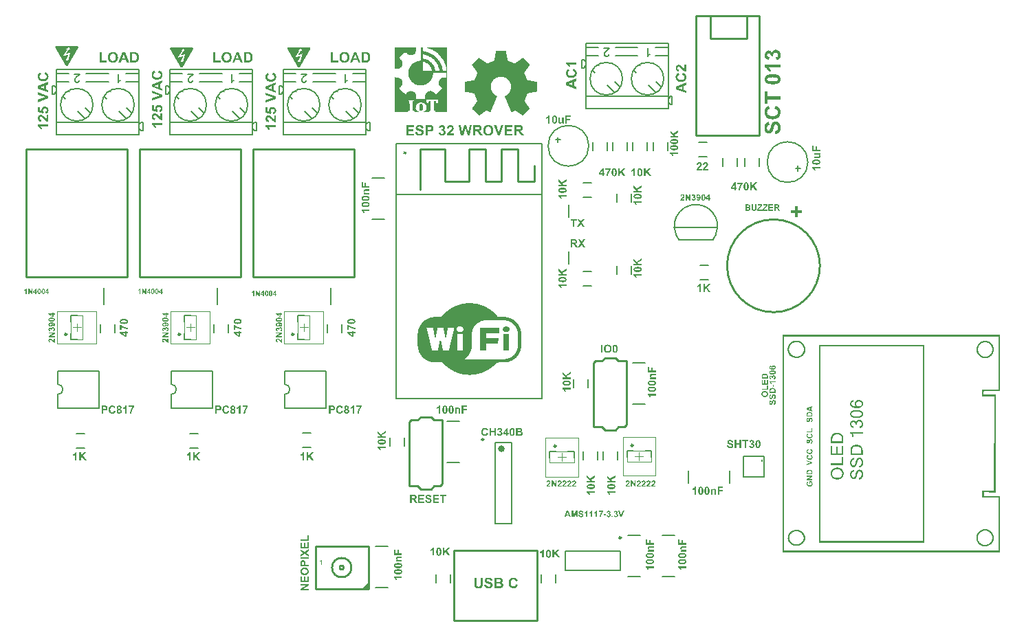
<source format=gbr>
%TF.GenerationSoftware,Altium Limited,Altium Designer,22.0.2 (36)*%
G04 Layer_Color=65535*
%FSLAX45Y45*%
%MOMM*%
%TF.SameCoordinates,D2D0E374-18DE-4B15-8EA8-0B9E4DC8859C*%
%TF.FilePolarity,Positive*%
%TF.FileFunction,Legend,Top*%
%TF.Part,Single*%
G01*
G75*
%TA.AperFunction,NonConductor*%
%ADD58C,0.25400*%
%ADD59C,0.40000*%
%ADD60C,0.25000*%
%ADD61C,0.20000*%
%ADD62C,0.12700*%
%ADD63C,0.10000*%
%ADD64C,0.15400*%
G36*
X1748873Y7957288D02*
X1748955Y7956876D01*
X1749326Y7956670D01*
X1749903Y7956588D01*
X1752005Y7956464D01*
X1752128Y7956340D01*
X1752252Y7956299D01*
X1752334Y7956134D01*
X1752623Y7955846D01*
X1752953Y7955763D01*
X1753942Y7955681D01*
X1754395Y7955310D01*
X1754601Y7955104D01*
X1755013Y7954939D01*
X1755631Y7954815D01*
X1755920Y7954609D01*
X1756250Y7954279D01*
X1756827Y7953950D01*
X1756950Y7953826D01*
X1757033Y7953661D01*
X1757321Y7953373D01*
X1757486Y7953290D01*
X1757774Y7953002D01*
X1757857Y7952837D01*
X1758063Y7952631D01*
X1758228Y7952548D01*
X1758599Y7952178D01*
X1758681Y7952013D01*
X1758887Y7951807D01*
X1759052Y7951724D01*
X1759423Y7951353D01*
X1759505Y7951189D01*
X1759711Y7950983D01*
X1759876Y7950900D01*
X1760165Y7950611D01*
X1760495Y7950035D01*
X1760742Y7949787D01*
X1760907Y7949375D01*
X1761237Y7948798D01*
X1761360Y7948674D01*
X1761525Y7948592D01*
X1761731Y7948221D01*
X1761813Y7947479D01*
X1762102Y7947108D01*
X1762267Y7947026D01*
X1762390Y7946902D01*
X1762473Y7946573D01*
X1762555Y7945666D01*
X1762926Y7945213D01*
X1763132Y7945006D01*
X1763297Y7944430D01*
X1763380Y7941957D01*
X1763585Y7941668D01*
X1763915Y7941586D01*
X1764121Y7941545D01*
X1764080Y7939773D01*
X1763585Y7939690D01*
X1763462Y7939566D01*
X1763380Y7939237D01*
X1763297Y7938660D01*
X1763215Y7936105D01*
X1763009Y7935816D01*
X1762844Y7935733D01*
X1762720Y7935610D01*
X1762555Y7935198D01*
X1762473Y7933796D01*
X1762308Y7933632D01*
X1762267Y7933508D01*
X1762102Y7933426D01*
X1761978Y7933302D01*
X1761813Y7932890D01*
X1761648Y7932148D01*
X1761072Y7931571D01*
X1760824Y7930911D01*
X1760701Y7930705D01*
X1760536Y7930623D01*
X1760330Y7930417D01*
X1759835Y7929510D01*
X1759505Y7929181D01*
X1759423Y7928851D01*
X1759300Y7928315D01*
X1759093Y7928027D01*
X1758764Y7927697D01*
X1758599Y7927120D01*
X1758475Y7926667D01*
X1758269Y7926378D01*
X1757939Y7926048D01*
X1757774Y7925636D01*
X1757527Y7925224D01*
X1757115Y7924812D01*
X1756950Y7924400D01*
X1756868Y7923741D01*
X1756497Y7923369D01*
X1756373Y7923328D01*
X1755879Y7922422D01*
X1755549Y7922092D01*
X1755343Y7921556D01*
X1755096Y7921144D01*
X1754931Y7921062D01*
X1754725Y7920856D01*
X1754560Y7920196D01*
X1754478Y7919784D01*
X1753900Y7919207D01*
X1753694Y7918671D01*
X1753571Y7918548D01*
X1753530Y7918424D01*
X1753365Y7918342D01*
X1753241Y7918218D01*
X1753076Y7917806D01*
X1752994Y7917229D01*
X1752623Y7916775D01*
X1752417Y7916569D01*
X1752334Y7916240D01*
X1752211Y7915704D01*
X1751963Y7915457D01*
X1751551Y7915209D01*
X1751428Y7914838D01*
X1751304Y7914220D01*
X1750768Y7913684D01*
X1750603Y7913272D01*
X1750521Y7913107D01*
X1750026Y7912613D01*
X1749779Y7911624D01*
X1749491Y7911253D01*
X1749367Y7911212D01*
X1749285Y7911047D01*
X1748790Y7910140D01*
X1748378Y7909728D01*
X1748213Y7909069D01*
X1748131Y7908657D01*
X1747925Y7908450D01*
X1747760Y7908368D01*
X1747636Y7908244D01*
X1747471Y7907832D01*
X1747389Y7907173D01*
X1746812Y7906596D01*
X1746647Y7906184D01*
X1746564Y7906019D01*
X1746358Y7905730D01*
X1746194Y7905648D01*
X1745988Y7905195D01*
X1745905Y7904700D01*
X1745699Y7904411D01*
X1745287Y7904164D01*
X1745163Y7904041D01*
X1745081Y7903711D01*
X1744998Y7903216D01*
X1744792Y7902928D01*
X1744627Y7902845D01*
X1744421Y7902639D01*
X1744215Y7902104D01*
X1744009Y7901815D01*
X1743886Y7901691D01*
X1743762Y7901650D01*
X1743597Y7901073D01*
X1743474Y7900620D01*
X1743309Y7900455D01*
X1742896Y7900208D01*
X1742773Y7900084D01*
X1742690Y7899507D01*
X1742526Y7899095D01*
X1742402Y7898971D01*
X1742237Y7898889D01*
X1742113Y7898765D01*
X1741949Y7898353D01*
X1741701Y7897941D01*
X1741289Y7897529D01*
X1741083Y7896581D01*
X1740959Y7896457D01*
X1740877Y7896292D01*
X1740589Y7896086D01*
X1740465Y7895715D01*
X1740383Y7895386D01*
X1740259Y7894932D01*
X1739723Y7894397D01*
X1739517Y7893531D01*
X1739270Y7893284D01*
X1738899Y7893078D01*
X1738487Y7892336D01*
X1738157Y7892006D01*
X1737910Y7891017D01*
X1737415Y7890522D01*
X1737250Y7889946D01*
X1737168Y7889616D01*
X1736879Y7889327D01*
X1736508Y7889121D01*
X1736343Y7888544D01*
X1736261Y7888132D01*
X1735767Y7887638D01*
X1735602Y7887226D01*
X1735519Y7887061D01*
X1735231Y7886690D01*
X1735066Y7886607D01*
X1734942Y7886236D01*
X1734778Y7885577D01*
X1734654Y7885453D01*
X1734242Y7885206D01*
X1734036Y7885000D01*
X1733912Y7884217D01*
X1733747Y7883969D01*
X1733582Y7883887D01*
X1733376Y7883681D01*
X1733170Y7883145D01*
X1732964Y7882857D01*
X1732634Y7882527D01*
X1732387Y7881538D01*
X1732181Y7881250D01*
X1732016Y7881167D01*
X1731810Y7880961D01*
X1731728Y7880384D01*
X1731480Y7879972D01*
X1731357Y7879848D01*
X1731192Y7879766D01*
X1730903Y7879477D01*
X1730821Y7879148D01*
X1730738Y7878653D01*
X1730162Y7878076D01*
X1730079Y7877747D01*
X1729708Y7877211D01*
X1729543Y7877128D01*
X1729337Y7876592D01*
X1729255Y7876098D01*
X1728884Y7875645D01*
X1728678Y7875438D01*
X1728595Y7875274D01*
X1728348Y7874697D01*
X1727442Y7872966D01*
X1727029Y7872553D01*
X1726823Y7872018D01*
X1726700Y7871894D01*
X1726658Y7871770D01*
X1726494Y7871688D01*
X1726288Y7871482D01*
X1726205Y7871152D01*
X1726040Y7870410D01*
X1725463Y7869833D01*
X1725257Y7869298D01*
X1725051Y7869009D01*
X1724639Y7868597D01*
X1724557Y7868267D01*
X1724392Y7867526D01*
X1724103Y7867237D01*
X1723980Y7867196D01*
X1723897Y7867031D01*
X1723485Y7866289D01*
X1723073Y7865877D01*
X1722949Y7865094D01*
X1722661Y7864641D01*
X1722249Y7864228D01*
X1722125Y7863775D01*
X1721919Y7863487D01*
X1721424Y7862992D01*
X1721342Y7862415D01*
X1721218Y7861962D01*
X1721053Y7861797D01*
X1720889Y7861715D01*
X1720683Y7861508D01*
X1720600Y7861179D01*
X1720518Y7860602D01*
X1720435Y7860437D01*
X1719858Y7859860D01*
X1719776Y7859530D01*
X1719405Y7859077D01*
X1719199Y7858871D01*
X1719034Y7858459D01*
X1718704Y7857882D01*
X1718581Y7857758D01*
X1718416Y7857675D01*
X1718210Y7857222D01*
X1718127Y7856563D01*
X1717963Y7856398D01*
X1717921Y7856274D01*
X1717756Y7856192D01*
X1717550Y7855986D01*
X1717344Y7855450D01*
X1717138Y7855162D01*
X1716726Y7854749D01*
X1716602Y7854049D01*
X1716479Y7853760D01*
X1715984Y7853266D01*
X1715778Y7852730D01*
X1715531Y7852318D01*
X1715366Y7852235D01*
X1715160Y7852029D01*
X1714995Y7851370D01*
X1714913Y7850958D01*
X1714336Y7850381D01*
X1714130Y7849845D01*
X1713676Y7849392D01*
X1713594Y7849227D01*
X1713347Y7848650D01*
X1712440Y7846919D01*
X1712028Y7846507D01*
X1711863Y7846095D01*
X1711616Y7845683D01*
X1711204Y7845270D01*
X1711121Y7844693D01*
X1710956Y7844281D01*
X1710462Y7843787D01*
X1710297Y7843374D01*
X1710008Y7842839D01*
X1709843Y7842756D01*
X1709637Y7842550D01*
X1709473Y7841973D01*
X1709390Y7841479D01*
X1708813Y7840902D01*
X1708607Y7840366D01*
X1708401Y7840078D01*
X1708154Y7839913D01*
X1707989Y7839500D01*
X1707906Y7838923D01*
X1707536Y7838470D01*
X1707247Y7838182D01*
X1707000Y7837522D01*
X1706423Y7836945D01*
X1706217Y7835997D01*
X1706011Y7835709D01*
X1705887Y7835585D01*
X1705763Y7835544D01*
X1705681Y7835379D01*
X1705516Y7834967D01*
X1705434Y7834390D01*
X1705227Y7834101D01*
X1705063Y7834019D01*
X1704939Y7833895D01*
X1704857Y7833731D01*
X1704444Y7832989D01*
X1704115Y7832659D01*
X1703950Y7832247D01*
X1703703Y7831835D01*
X1703290Y7831423D01*
X1703084Y7830887D01*
X1702878Y7830598D01*
X1702590Y7830392D01*
X1702466Y7830021D01*
X1702301Y7829279D01*
X1701724Y7828703D01*
X1701518Y7828167D01*
X1701312Y7827878D01*
X1700900Y7827466D01*
X1700818Y7827136D01*
X1700653Y7826395D01*
X1700076Y7825818D01*
X1699994Y7825488D01*
X1699622Y7825035D01*
X1699416Y7824828D01*
X1699252Y7824252D01*
X1699169Y7823839D01*
X1698798Y7823386D01*
X1698592Y7823180D01*
X1698510Y7822850D01*
X1698386Y7822397D01*
X1698221Y7822150D01*
X1697809Y7821902D01*
X1697685Y7821779D01*
X1697603Y7821202D01*
X1697438Y7820790D01*
X1697232Y7820584D01*
X1697067Y7820501D01*
X1696861Y7820048D01*
X1696614Y7819636D01*
X1696202Y7819223D01*
X1696119Y7818894D01*
X1695996Y7818358D01*
X1695831Y7818028D01*
X1695666Y7817946D01*
X1695460Y7817740D01*
X1695295Y7817080D01*
X1695213Y7816833D01*
X1694924Y7816545D01*
X1694759Y7816462D01*
X1694471Y7816174D01*
X1694347Y7815391D01*
X1694182Y7815143D01*
X1694017Y7815061D01*
X1693811Y7814855D01*
X1693647Y7814443D01*
X1693399Y7814031D01*
X1693070Y7813701D01*
X1692822Y7812712D01*
X1692328Y7812217D01*
X1692245Y7812052D01*
X1692080Y7811640D01*
X1691998Y7811475D01*
X1691710Y7811105D01*
X1691545Y7811022D01*
X1691421Y7810899D01*
X1691339Y7810569D01*
X1691174Y7809827D01*
X1690679Y7809332D01*
X1690185Y7808426D01*
X1689937Y7808261D01*
X1689773Y7807684D01*
X1689690Y7807354D01*
X1689401Y7807066D01*
X1689237Y7806983D01*
X1688948Y7806695D01*
X1688825Y7805911D01*
X1688701Y7805788D01*
X1688660Y7805664D01*
X1688495Y7805582D01*
X1688289Y7805376D01*
X1688124Y7804964D01*
X1688042Y7804304D01*
X1687382Y7803645D01*
X1687300Y7803315D01*
X1686929Y7802862D01*
X1686723Y7802656D01*
X1686517Y7802120D01*
X1686228Y7801667D01*
X1685899Y7801419D01*
X1685734Y7800842D01*
X1685651Y7800348D01*
X1685074Y7799771D01*
X1684992Y7799441D01*
X1684580Y7798864D01*
X1684415Y7798782D01*
X1684250Y7798369D01*
X1684168Y7797793D01*
X1683797Y7797339D01*
X1683590Y7797133D01*
X1683343Y7796556D01*
X1683261Y7796391D01*
X1683137Y7796185D01*
X1682972Y7796103D01*
X1682684Y7795814D01*
X1682601Y7795237D01*
X1682519Y7794908D01*
X1682437Y7794743D01*
X1681942Y7794248D01*
X1681530Y7793506D01*
X1681200Y7793177D01*
X1681118Y7792847D01*
X1681035Y7792352D01*
X1680912Y7792146D01*
X1680747Y7792064D01*
X1680294Y7791693D01*
X1680211Y7791446D01*
X1680129Y7790869D01*
X1679552Y7790292D01*
X1679387Y7789632D01*
X1679304Y7789220D01*
X1678727Y7788643D01*
X1678521Y7788107D01*
X1678068Y7787654D01*
X1677903Y7787077D01*
X1677821Y7786747D01*
X1677615Y7786541D01*
X1677450Y7786459D01*
X1677161Y7786253D01*
X1676996Y7785676D01*
X1676914Y7785264D01*
X1676419Y7784769D01*
X1676254Y7784357D01*
X1676172Y7784192D01*
X1675966Y7783904D01*
X1675801Y7783821D01*
X1675678Y7783698D01*
X1675513Y7783121D01*
X1675430Y7782709D01*
X1675059Y7782255D01*
X1674853Y7782049D01*
X1674771Y7781719D01*
X1674689Y7781307D01*
X1674482Y7781019D01*
X1674317Y7780936D01*
X1673947Y7780648D01*
X1673864Y7780071D01*
X1673699Y7779659D01*
X1673493Y7779453D01*
X1673328Y7779370D01*
X1672793Y7778422D01*
X1672463Y7778093D01*
X1672216Y7777516D01*
X1671556Y7776114D01*
X1671309Y7775702D01*
X1670815Y7775208D01*
X1670732Y7774878D01*
X1670361Y7774425D01*
X1670155Y7774219D01*
X1669990Y7773642D01*
X1669867Y7773188D01*
X1669660Y7772900D01*
X1669331Y7772570D01*
X1669248Y7772240D01*
X1669125Y7771787D01*
X1668960Y7771540D01*
X1668795Y7771457D01*
X1668424Y7771169D01*
X1668342Y7770839D01*
X1668218Y7770221D01*
X1667971Y7769974D01*
X1667806Y7769891D01*
X1667600Y7769520D01*
X1667476Y7768820D01*
X1667311Y7768490D01*
X1667147Y7768407D01*
X1666940Y7768201D01*
X1666446Y7767295D01*
X1666116Y7766965D01*
X1665910Y7766429D01*
X1665704Y7766141D01*
X1665292Y7765729D01*
X1665210Y7765399D01*
X1665045Y7764657D01*
X1664838Y7764451D01*
X1664674Y7764369D01*
X1664468Y7763998D01*
X1664138Y7763421D01*
X1663808Y7763091D01*
X1663643Y7762432D01*
X1663396Y7762020D01*
X1662943Y7761731D01*
X1662819Y7761360D01*
X1662695Y7760824D01*
X1662489Y7760536D01*
X1662325Y7760453D01*
X1662242Y7760289D01*
X1661830Y7759547D01*
X1661418Y7759135D01*
X1661335Y7758805D01*
X1661170Y7758063D01*
X1660594Y7757486D01*
X1660387Y7756621D01*
X1660222Y7756456D01*
X1659810Y7756208D01*
X1659687Y7756085D01*
X1659605Y7755508D01*
X1659440Y7755095D01*
X1659316Y7754972D01*
X1659151Y7754889D01*
X1659027Y7754766D01*
X1658863Y7754354D01*
X1658615Y7753942D01*
X1658203Y7753530D01*
X1658121Y7752952D01*
X1657956Y7752540D01*
X1657750Y7752252D01*
X1657585Y7752169D01*
X1657461Y7752046D01*
X1657338Y7751510D01*
X1657255Y7751180D01*
X1656926Y7750851D01*
X1656761Y7750768D01*
X1656555Y7750562D01*
X1656472Y7750232D01*
X1656390Y7749738D01*
X1656266Y7749532D01*
X1656101Y7749449D01*
X1655813Y7749161D01*
X1655607Y7748625D01*
X1655401Y7748337D01*
X1655071Y7748007D01*
X1654989Y7747677D01*
X1654865Y7747141D01*
X1654453Y7746647D01*
X1654329Y7746523D01*
X1654082Y7745946D01*
X1653835Y7745534D01*
X1653546Y7745328D01*
X1653340Y7744875D01*
X1653216Y7744174D01*
X1652680Y7743638D01*
X1652516Y7743226D01*
X1652433Y7743061D01*
X1652145Y7742690D01*
X1651980Y7742608D01*
X1651321Y7741289D01*
X1651115Y7740836D01*
X1650702Y7740094D01*
X1650290Y7739682D01*
X1650125Y7739105D01*
X1650043Y7738610D01*
X1649466Y7738033D01*
X1649260Y7737498D01*
X1649136Y7737374D01*
X1649095Y7737250D01*
X1648930Y7737168D01*
X1648806Y7737044D01*
X1648642Y7736632D01*
X1648559Y7736137D01*
X1648271Y7735849D01*
X1647900Y7735643D01*
X1647735Y7735066D01*
X1647653Y7734654D01*
X1647075Y7734077D01*
X1646993Y7733500D01*
X1646787Y7732964D01*
X1646622Y7732799D01*
X1646457Y7732717D01*
X1646251Y7732346D01*
X1645922Y7731769D01*
X1645592Y7731439D01*
X1645262Y7730697D01*
X1644355Y7728966D01*
X1643943Y7728554D01*
X1643737Y7728018D01*
X1643201Y7727483D01*
X1643119Y7727153D01*
X1642995Y7726535D01*
X1642583Y7726040D01*
X1642377Y7725834D01*
X1642254Y7725133D01*
X1642089Y7724886D01*
X1641924Y7724804D01*
X1641553Y7724515D01*
X1641306Y7723526D01*
X1641017Y7723238D01*
X1640894Y7723196D01*
X1640811Y7723032D01*
X1640399Y7722290D01*
X1640069Y7721960D01*
X1639987Y7721630D01*
X1639863Y7721095D01*
X1639616Y7720847D01*
X1639451Y7720765D01*
X1639163Y7720559D01*
X1639080Y7720229D01*
X1638957Y7719693D01*
X1638750Y7719405D01*
X1638421Y7719075D01*
X1638256Y7718663D01*
X1638174Y7718498D01*
X1637679Y7718004D01*
X1637596Y7717674D01*
X1637473Y7717138D01*
X1637349Y7716850D01*
X1636855Y7716355D01*
X1636690Y7715613D01*
X1636484Y7715325D01*
X1636072Y7715078D01*
X1635577Y7714253D01*
X1635412Y7714171D01*
X1635289Y7714047D01*
X1635124Y7713635D01*
X1634794Y7713058D01*
X1634299Y7712646D01*
X1634011Y7712275D01*
X1633846Y7712193D01*
X1633434Y7712028D01*
X1633269Y7711945D01*
X1632980Y7711739D01*
X1632898Y7711574D01*
X1632445Y7711121D01*
X1632280Y7711038D01*
X1631868Y7710626D01*
X1631126Y7710214D01*
X1630714Y7709802D01*
X1630302Y7709637D01*
X1629065Y7709060D01*
X1628406Y7708895D01*
X1627747Y7708813D01*
X1627375Y7708525D01*
X1627293Y7708360D01*
X1626840Y7708153D01*
X1624614Y7708071D01*
X1624326Y7707865D01*
X1624243Y7707536D01*
X1624202Y7707329D01*
X1620040Y7707371D01*
X1619957Y7707865D01*
X1619751Y7708071D01*
X1618927Y7708153D01*
X1617196Y7708236D01*
X1616907Y7708442D01*
X1616825Y7708607D01*
X1616619Y7708813D01*
X1616042Y7708895D01*
X1615259Y7709019D01*
X1614806Y7709308D01*
X1614476Y7709637D01*
X1614146Y7709720D01*
X1613693Y7710090D01*
X1613404Y7710379D01*
X1613074Y7710462D01*
X1612498Y7710544D01*
X1612291Y7710750D01*
X1612044Y7711162D01*
X1611343Y7711616D01*
X1611220Y7711739D01*
X1611137Y7711904D01*
X1610849Y7712110D01*
X1610478Y7712481D01*
X1610396Y7712646D01*
X1610272Y7712769D01*
X1610107Y7712852D01*
X1609736Y7713223D01*
X1609654Y7713388D01*
X1609530Y7713511D01*
X1609365Y7713594D01*
X1609159Y7713800D01*
X1608994Y7714212D01*
X1608912Y7714377D01*
X1608541Y7714830D01*
X1607593Y7715778D01*
X1607469Y7716479D01*
X1607263Y7716767D01*
X1606769Y7717097D01*
X1606522Y7718086D01*
X1606151Y7718457D01*
X1606027Y7718498D01*
X1605862Y7719075D01*
X1605780Y7719652D01*
X1605574Y7719858D01*
X1605409Y7719941D01*
X1605203Y7720147D01*
X1604997Y7720683D01*
X1604791Y7720971D01*
X1604543Y7721136D01*
X1604379Y7721548D01*
X1604255Y7722166D01*
X1603843Y7722661D01*
X1603719Y7722784D01*
X1603472Y7723361D01*
X1603225Y7723773D01*
X1602812Y7724185D01*
X1602730Y7724515D01*
X1602648Y7725092D01*
X1601988Y7725752D01*
X1601782Y7726288D01*
X1601329Y7726741D01*
X1601246Y7727070D01*
X1601123Y7727606D01*
X1600793Y7727936D01*
X1600422Y7728142D01*
X1600340Y7728472D01*
X1600257Y7729049D01*
X1600051Y7729337D01*
X1599886Y7729420D01*
X1599598Y7729708D01*
X1599515Y7730285D01*
X1599433Y7730697D01*
X1599062Y7731068D01*
X1598938Y7731110D01*
X1598444Y7732016D01*
X1598196Y7732263D01*
X1598032Y7732840D01*
X1597949Y7733170D01*
X1597661Y7733458D01*
X1597496Y7733541D01*
X1597290Y7733665D01*
X1597043Y7734654D01*
X1596466Y7735231D01*
X1596259Y7735767D01*
X1595806Y7736220D01*
X1595641Y7736797D01*
X1595559Y7737127D01*
X1595270Y7737415D01*
X1595106Y7737498D01*
X1594817Y7737786D01*
X1594735Y7738528D01*
X1594528Y7738816D01*
X1594364Y7738899D01*
X1594075Y7739187D01*
X1593993Y7739764D01*
X1593910Y7740176D01*
X1593622Y7740465D01*
X1593457Y7740547D01*
X1593333Y7740671D01*
X1593169Y7741330D01*
X1593086Y7741825D01*
X1592880Y7742031D01*
X1592715Y7742113D01*
X1592427Y7742320D01*
X1591438Y7744215D01*
X1590943Y7744710D01*
X1590737Y7745246D01*
X1590284Y7745699D01*
X1590119Y7746111D01*
X1590036Y7746688D01*
X1589665Y7747141D01*
X1589377Y7747430D01*
X1589253Y7747883D01*
X1588965Y7748337D01*
X1588676Y7748543D01*
X1588470Y7749078D01*
X1588388Y7749655D01*
X1588017Y7750026D01*
X1587893Y7750068D01*
X1587811Y7750232D01*
X1587399Y7750974D01*
X1587069Y7751304D01*
X1586986Y7751634D01*
X1586863Y7752169D01*
X1586616Y7752417D01*
X1586451Y7752499D01*
X1586245Y7752623D01*
X1586080Y7753035D01*
X1585997Y7753612D01*
X1585874Y7753818D01*
X1585709Y7753900D01*
X1585421Y7754189D01*
X1585338Y7754519D01*
X1585173Y7755260D01*
X1584967Y7755467D01*
X1584802Y7755549D01*
X1584679Y7755673D01*
X1584184Y7756579D01*
X1583854Y7756909D01*
X1583731Y7757610D01*
X1583525Y7757898D01*
X1583030Y7758228D01*
X1582948Y7758558D01*
X1582824Y7759176D01*
X1582206Y7759794D01*
X1582123Y7760124D01*
X1581752Y7760577D01*
X1581546Y7760783D01*
X1581299Y7761772D01*
X1580928Y7762226D01*
X1580722Y7762432D01*
X1580557Y7762844D01*
X1580310Y7763256D01*
X1579815Y7763750D01*
X1579651Y7764739D01*
X1579074Y7765316D01*
X1578661Y7766058D01*
X1578332Y7766388D01*
X1578126Y7767336D01*
X1578002Y7767459D01*
X1577920Y7767624D01*
X1577590Y7767872D01*
X1577260Y7768696D01*
X1576683Y7769273D01*
X1576601Y7769603D01*
X1576518Y7770262D01*
X1576230Y7770551D01*
X1576065Y7770633D01*
X1575859Y7771004D01*
X1575529Y7771581D01*
X1575200Y7771911D01*
X1575117Y7772240D01*
X1574994Y7772694D01*
X1574829Y7772941D01*
X1574416Y7773188D01*
X1574293Y7773312D01*
X1574210Y7773642D01*
X1574128Y7774219D01*
X1573922Y7774425D01*
X1573757Y7774507D01*
X1573551Y7774713D01*
X1573345Y7775249D01*
X1573139Y7775537D01*
X1572809Y7775867D01*
X1572727Y7776197D01*
X1572603Y7776732D01*
X1572356Y7777145D01*
X1572191Y7777227D01*
X1572067Y7777351D01*
X1571902Y7777763D01*
X1571573Y7778340D01*
X1571161Y7778752D01*
X1571078Y7779329D01*
X1570996Y7779659D01*
X1570790Y7779947D01*
X1570625Y7780030D01*
X1570336Y7780318D01*
X1570254Y7780648D01*
X1569842Y7781225D01*
X1569595Y7781472D01*
X1569471Y7782255D01*
X1569265Y7782544D01*
X1568935Y7782873D01*
X1568770Y7783285D01*
X1568688Y7783780D01*
X1568399Y7784069D01*
X1567987Y7784316D01*
X1567864Y7784769D01*
X1567781Y7785346D01*
X1567658Y7785470D01*
X1567493Y7785552D01*
X1567204Y7785841D01*
X1567039Y7786253D01*
X1566957Y7786418D01*
X1566833Y7786624D01*
X1566668Y7786706D01*
X1566545Y7786830D01*
X1566380Y7787242D01*
X1566050Y7787819D01*
X1565638Y7788231D01*
X1565556Y7788561D01*
X1565473Y7789138D01*
X1565267Y7789426D01*
X1565102Y7789509D01*
X1564814Y7789797D01*
X1564608Y7790333D01*
X1564401Y7790621D01*
X1564072Y7790951D01*
X1563990Y7791528D01*
X1563825Y7791940D01*
X1563330Y7792435D01*
X1563124Y7792971D01*
X1563000Y7793259D01*
X1562712Y7793548D01*
X1562547Y7793630D01*
X1562341Y7794166D01*
X1562258Y7794743D01*
X1562053Y7795031D01*
X1561888Y7795114D01*
X1561682Y7795320D01*
X1561475Y7795856D01*
X1561269Y7796144D01*
X1561022Y7796309D01*
X1560857Y7796721D01*
X1560734Y7797339D01*
X1560527Y7797628D01*
X1560115Y7798040D01*
X1560033Y7798369D01*
X1559703Y7798947D01*
X1559415Y7799153D01*
X1559291Y7799276D01*
X1559209Y7799606D01*
X1559126Y7800265D01*
X1558467Y7800925D01*
X1558261Y7801461D01*
X1557807Y7801914D01*
X1557560Y7802491D01*
X1557354Y7803027D01*
X1557024Y7803521D01*
X1556859Y7803933D01*
X1556530Y7804510D01*
X1556365Y7804593D01*
X1556159Y7804799D01*
X1555994Y7805376D01*
X1555912Y7805870D01*
X1555623Y7806159D01*
X1555458Y7806241D01*
X1555252Y7806612D01*
X1554922Y7807189D01*
X1554593Y7807519D01*
X1554304Y7808302D01*
X1554139Y7808467D01*
X1553975Y7808549D01*
X1553769Y7808755D01*
X1553686Y7809085D01*
X1553604Y7809744D01*
X1552944Y7810404D01*
X1552738Y7810940D01*
X1552285Y7811393D01*
X1552120Y7811970D01*
X1552038Y7812382D01*
X1551667Y7812836D01*
X1551461Y7813042D01*
X1551296Y7813454D01*
X1551007Y7813989D01*
X1550842Y7814072D01*
X1550636Y7814278D01*
X1550183Y7815143D01*
X1550018Y7815226D01*
X1549895Y7815349D01*
X1549812Y7815679D01*
X1549689Y7816215D01*
X1549359Y7816545D01*
X1548988Y7816751D01*
X1548905Y7817080D01*
X1548823Y7817740D01*
X1548534Y7818028D01*
X1548370Y7818111D01*
X1548164Y7818482D01*
X1548040Y7819265D01*
X1547422Y7819883D01*
X1547339Y7820213D01*
X1547257Y7820872D01*
X1546968Y7821161D01*
X1546804Y7821243D01*
X1546680Y7821367D01*
X1546185Y7822273D01*
X1545856Y7822603D01*
X1545732Y7823056D01*
X1545526Y7823345D01*
X1545114Y7823757D01*
X1544660Y7824622D01*
X1544496Y7824705D01*
X1544372Y7824828D01*
X1544207Y7825405D01*
X1544125Y7825900D01*
X1543548Y7826477D01*
X1543465Y7826807D01*
X1543342Y7827342D01*
X1543094Y7827590D01*
X1542930Y7827672D01*
X1542641Y7827878D01*
X1542559Y7828455D01*
X1542476Y7828785D01*
X1541899Y7829362D01*
X1541817Y7829692D01*
X1541693Y7830310D01*
X1541487Y7830598D01*
X1541075Y7830928D01*
X1540869Y7831464D01*
X1540663Y7831752D01*
X1540333Y7832082D01*
X1540210Y7832783D01*
X1540003Y7833071D01*
X1539550Y7833360D01*
X1539426Y7833731D01*
X1539303Y7834349D01*
X1538685Y7834967D01*
X1538602Y7835297D01*
X1538231Y7835750D01*
X1538025Y7835956D01*
X1537943Y7836286D01*
X1537819Y7836739D01*
X1537613Y7837028D01*
X1537118Y7837357D01*
X1537036Y7837934D01*
X1536830Y7838470D01*
X1536377Y7838841D01*
X1536294Y7839171D01*
X1536129Y7839913D01*
X1535923Y7840119D01*
X1535758Y7840201D01*
X1535552Y7840407D01*
X1535346Y7840943D01*
X1535140Y7841231D01*
X1534810Y7841561D01*
X1534604Y7842509D01*
X1534481Y7842633D01*
X1534440Y7842756D01*
X1534275Y7842839D01*
X1534069Y7843045D01*
X1533739Y7843869D01*
X1533162Y7844446D01*
X1533079Y7844776D01*
X1532997Y7845353D01*
X1532791Y7845641D01*
X1532626Y7845724D01*
X1532420Y7845930D01*
X1532255Y7846342D01*
X1532173Y7846507D01*
X1531884Y7846878D01*
X1531761Y7846919D01*
X1531596Y7847331D01*
X1531431Y7848073D01*
X1530854Y7848650D01*
X1530772Y7848979D01*
X1530442Y7849557D01*
X1530318Y7849680D01*
X1530153Y7849763D01*
X1529617Y7850710D01*
X1529288Y7851040D01*
X1529205Y7851370D01*
X1529123Y7851864D01*
X1528752Y7852318D01*
X1528546Y7852524D01*
X1528381Y7852936D01*
X1528052Y7853513D01*
X1527845Y7853719D01*
X1527722Y7853760D01*
X1527557Y7854173D01*
X1527474Y7854832D01*
X1527268Y7855120D01*
X1527104Y7855203D01*
X1526897Y7855409D01*
X1526733Y7855821D01*
X1526650Y7855986D01*
X1526362Y7856357D01*
X1526238Y7856398D01*
X1526156Y7856563D01*
X1526073Y7856810D01*
X1525950Y7857346D01*
X1525826Y7857634D01*
X1525331Y7858129D01*
X1525043Y7858912D01*
X1524796Y7859159D01*
X1524631Y7859242D01*
X1524507Y7859365D01*
X1524342Y7860025D01*
X1524260Y7860437D01*
X1523683Y7861014D01*
X1523518Y7861426D01*
X1523436Y7861591D01*
X1523312Y7861797D01*
X1523147Y7861879D01*
X1523023Y7862003D01*
X1522859Y7862580D01*
X1522776Y7862910D01*
X1522488Y7863198D01*
X1522323Y7863280D01*
X1522034Y7863569D01*
X1521911Y7864352D01*
X1521705Y7864641D01*
X1521416Y7864847D01*
X1521292Y7864970D01*
X1521210Y7865547D01*
X1521128Y7865959D01*
X1520757Y7866330D01*
X1520633Y7866372D01*
X1520551Y7866536D01*
X1520138Y7867278D01*
X1519809Y7867608D01*
X1519644Y7868020D01*
X1519438Y7868556D01*
X1518820Y7869751D01*
X1518737Y7869916D01*
X1518160Y7870493D01*
X1517954Y7871029D01*
X1517501Y7871482D01*
X1517336Y7871894D01*
X1517212Y7872512D01*
X1517006Y7872801D01*
X1516677Y7873131D01*
X1516512Y7873790D01*
X1516264Y7874202D01*
X1515811Y7874490D01*
X1515688Y7874614D01*
X1515605Y7875438D01*
X1515234Y7875809D01*
X1515069Y7875892D01*
X1514863Y7876345D01*
X1514616Y7876757D01*
X1514286Y7877087D01*
X1514039Y7878076D01*
X1513668Y7878530D01*
X1513462Y7878736D01*
X1513256Y7879271D01*
X1513050Y7879560D01*
X1512555Y7880054D01*
X1512432Y7880920D01*
X1512226Y7881208D01*
X1512102Y7881332D01*
X1511937Y7881415D01*
X1511813Y7881538D01*
X1511607Y7882074D01*
X1511401Y7882362D01*
X1511072Y7882692D01*
X1510948Y7883393D01*
X1510742Y7883681D01*
X1510289Y7883969D01*
X1510165Y7884093D01*
X1510000Y7885000D01*
X1509423Y7885577D01*
X1509341Y7885907D01*
X1508970Y7886360D01*
X1508764Y7886566D01*
X1508599Y7887143D01*
X1508475Y7887596D01*
X1508269Y7887885D01*
X1507939Y7888215D01*
X1507774Y7888627D01*
X1507527Y7889039D01*
X1507033Y7889533D01*
X1506868Y7890522D01*
X1506291Y7891100D01*
X1505879Y7891841D01*
X1505549Y7892171D01*
X1505343Y7893119D01*
X1505219Y7893243D01*
X1505137Y7893407D01*
X1505013Y7893531D01*
X1504848Y7893614D01*
X1504642Y7894067D01*
X1504313Y7894644D01*
X1503900Y7895056D01*
X1503818Y7895633D01*
X1503736Y7895963D01*
X1503530Y7896251D01*
X1503365Y7896334D01*
X1503159Y7896540D01*
X1502664Y7897446D01*
X1502417Y7897694D01*
X1502252Y7898353D01*
X1502046Y7898724D01*
X1501881Y7898806D01*
X1501510Y7899095D01*
X1501428Y7899425D01*
X1501345Y7900002D01*
X1500974Y7900373D01*
X1500851Y7900414D01*
X1500768Y7900579D01*
X1500686Y7900826D01*
X1500603Y7901403D01*
X1500397Y7901774D01*
X1500232Y7901856D01*
X1499944Y7902145D01*
X1499738Y7902680D01*
X1499614Y7902804D01*
X1499573Y7902928D01*
X1499408Y7903010D01*
X1499285Y7903134D01*
X1499120Y7903711D01*
X1498996Y7904164D01*
X1498790Y7904453D01*
X1498460Y7904782D01*
X1498295Y7905195D01*
X1497966Y7905772D01*
X1497677Y7905978D01*
X1497471Y7906431D01*
X1497389Y7906596D01*
X1497018Y7907049D01*
X1496812Y7907255D01*
X1496688Y7907956D01*
X1496564Y7908244D01*
X1496070Y7908739D01*
X1495781Y7909522D01*
X1495452Y7909852D01*
X1495287Y7909934D01*
X1495081Y7910470D01*
X1494998Y7911047D01*
X1494875Y7911253D01*
X1494710Y7911335D01*
X1494339Y7911706D01*
X1494215Y7912654D01*
X1493886Y7912984D01*
X1493721Y7913066D01*
X1493309Y7913890D01*
X1492938Y7914262D01*
X1492773Y7914674D01*
X1492443Y7915251D01*
X1492031Y7915580D01*
X1491949Y7916157D01*
X1491825Y7916611D01*
X1491207Y7917229D01*
X1491001Y7917764D01*
X1490547Y7918218D01*
X1490465Y7918548D01*
X1490341Y7919083D01*
X1490094Y7919331D01*
X1489929Y7919413D01*
X1489641Y7919619D01*
X1489558Y7919949D01*
X1489476Y7920526D01*
X1489270Y7920814D01*
X1489105Y7920897D01*
X1488899Y7921103D01*
X1488693Y7921639D01*
X1488569Y7921762D01*
X1488487Y7921927D01*
X1488239Y7922092D01*
X1488074Y7922504D01*
X1487910Y7923246D01*
X1487333Y7923823D01*
X1487044Y7924606D01*
X1486508Y7925142D01*
X1486426Y7925471D01*
X1486343Y7926048D01*
X1485767Y7926625D01*
X1485354Y7927367D01*
X1485025Y7927697D01*
X1484778Y7928686D01*
X1484406Y7929139D01*
X1484200Y7929346D01*
X1484036Y7929758D01*
X1483747Y7930294D01*
X1483582Y7930376D01*
X1483376Y7930582D01*
X1483211Y7930994D01*
X1483129Y7931159D01*
X1482923Y7931447D01*
X1482758Y7931530D01*
X1482634Y7931653D01*
X1482469Y7932231D01*
X1482387Y7933137D01*
X1482099Y7933508D01*
X1481934Y7933590D01*
X1481810Y7933714D01*
X1481645Y7934126D01*
X1481522Y7934909D01*
X1481233Y7935363D01*
X1480986Y7935940D01*
X1480903Y7936764D01*
X1480821Y7939566D01*
X1480738Y7939814D01*
X1480862Y7940844D01*
X1480945Y7943729D01*
X1481151Y7944265D01*
X1481068Y7945006D01*
X1481439Y7945460D01*
X1481645Y7945666D01*
X1481851Y7946531D01*
X1482181Y7947026D01*
X1482387Y7947562D01*
X1482469Y7948304D01*
X1482841Y7948757D01*
X1483005Y7948839D01*
X1483129Y7948963D01*
X1483335Y7949499D01*
X1483459Y7949787D01*
X1483871Y7950199D01*
X1484200Y7950776D01*
X1484406Y7950983D01*
X1484571Y7951065D01*
X1484778Y7951271D01*
X1484860Y7951436D01*
X1485231Y7951807D01*
X1485396Y7951889D01*
X1485602Y7952095D01*
X1485849Y7952507D01*
X1486550Y7953208D01*
X1486715Y7953290D01*
X1487168Y7953661D01*
X1487539Y7954115D01*
X1487869Y7954197D01*
X1488446Y7954279D01*
X1488652Y7954486D01*
X1488734Y7954651D01*
X1488940Y7954857D01*
X1489476Y7955063D01*
X1489600Y7955186D01*
X1489764Y7955269D01*
X1490094Y7955598D01*
X1490424Y7955681D01*
X1491372Y7955805D01*
X1491701Y7955887D01*
X1492196Y7956216D01*
X1492649Y7956423D01*
X1492979Y7956505D01*
X1494710Y7956588D01*
X1494957Y7956670D01*
X1497059Y7956629D01*
X1497348Y7956752D01*
X1497554Y7956958D01*
X1497636Y7957288D01*
X1498007Y7957329D01*
X1498172Y7956917D01*
X1498419Y7956670D01*
X1498996Y7956752D01*
X1499202Y7956958D01*
X1499285Y7957288D01*
X1499655Y7957329D01*
X1499738Y7957000D01*
X1499944Y7956711D01*
X1500480Y7956670D01*
X1500686Y7956794D01*
X1500851Y7957206D01*
X1500892Y7957329D01*
X1501263Y7957288D01*
X1501345Y7956876D01*
X1501469Y7956752D01*
X1501799Y7956670D01*
X1502211Y7956752D01*
X1502334Y7956876D01*
X1502417Y7957206D01*
X1502458Y7957329D01*
X1502911Y7957288D01*
X1502994Y7956876D01*
X1503117Y7956752D01*
X1503694Y7956588D01*
X1504766Y7956670D01*
X1505673Y7956588D01*
X1506208Y7956876D01*
X1506291Y7957206D01*
X1506332Y7957329D01*
X1506785Y7957288D01*
X1506868Y7956876D01*
X1506991Y7956752D01*
X1507321Y7956670D01*
X1507733Y7956752D01*
X1507857Y7956876D01*
X1507939Y7957206D01*
X1507980Y7957329D01*
X1508352Y7957288D01*
X1508434Y7956958D01*
X1508722Y7956670D01*
X1509299Y7956752D01*
X1509505Y7956958D01*
X1509547Y7957329D01*
X1510000Y7957288D01*
X1510083Y7956876D01*
X1510289Y7956670D01*
X1510865Y7956752D01*
X1511072Y7956958D01*
X1511154Y7957288D01*
X1511525Y7957329D01*
X1511607Y7957000D01*
X1511813Y7956711D01*
X1512349Y7956670D01*
X1512555Y7956794D01*
X1512720Y7957206D01*
X1512761Y7957329D01*
X1513132Y7957288D01*
X1513215Y7956876D01*
X1513338Y7956752D01*
X1513668Y7956670D01*
X1514163Y7956752D01*
X1514286Y7956876D01*
X1514369Y7957206D01*
X1514410Y7957329D01*
X1515440Y7957288D01*
X1515522Y7956876D01*
X1515646Y7956752D01*
X1515976Y7956670D01*
X1516470Y7956752D01*
X1516677Y7956958D01*
X1516800Y7957329D01*
X1519397Y7957288D01*
X1519479Y7956876D01*
X1519603Y7956752D01*
X1519932Y7956670D01*
X1520427Y7956752D01*
X1520633Y7956958D01*
X1520757Y7957329D01*
X1523353Y7957288D01*
X1523436Y7956876D01*
X1523559Y7956752D01*
X1523889Y7956670D01*
X1524384Y7956752D01*
X1524590Y7956958D01*
X1524713Y7957329D01*
X1526485Y7957288D01*
X1526568Y7956958D01*
X1526691Y7956752D01*
X1527021Y7956670D01*
X1527516Y7956752D01*
X1527639Y7956876D01*
X1527722Y7957206D01*
X1527763Y7957329D01*
X1528134Y7957288D01*
X1528216Y7956958D01*
X1528505Y7956670D01*
X1529082Y7956752D01*
X1529288Y7956958D01*
X1529329Y7957329D01*
X1529741Y7957247D01*
X1529824Y7956917D01*
X1530071Y7956670D01*
X1530648Y7956752D01*
X1530854Y7956958D01*
X1530936Y7957288D01*
X1531307Y7957329D01*
X1531390Y7957000D01*
X1531596Y7956711D01*
X1532132Y7956670D01*
X1532338Y7956794D01*
X1532502Y7957206D01*
X1532544Y7957329D01*
X1532915Y7957288D01*
X1532997Y7956876D01*
X1533121Y7956752D01*
X1533450Y7956670D01*
X1533945Y7956752D01*
X1534151Y7957123D01*
X1534192Y7957329D01*
X1618474Y7957288D01*
X1618515Y7957164D01*
X1618638Y7957206D01*
X1618680Y7957329D01*
X1635041Y7957288D01*
X1635083Y7957164D01*
X1635289Y7957206D01*
X1635330Y7957329D01*
X1637432Y7957288D01*
X1637473Y7957164D01*
X1637596Y7957206D01*
X1637638Y7957329D01*
X1639822Y7957288D01*
X1639863Y7957164D01*
X1639987Y7957206D01*
X1640028Y7957329D01*
X1642212Y7957288D01*
X1642254Y7957164D01*
X1642377Y7957206D01*
X1642418Y7957329D01*
X1658780Y7957288D01*
X1658821Y7957164D01*
X1658986Y7957247D01*
X1659233Y7957329D01*
X1661170Y7957288D01*
X1661212Y7957164D01*
X1661335Y7957206D01*
X1661377Y7957329D01*
X1663561Y7957288D01*
X1663602Y7957164D01*
X1663726Y7957206D01*
X1663767Y7957329D01*
X1665910Y7957247D01*
X1666075Y7957164D01*
X1666157Y7957329D01*
X1680005D01*
X1682519Y7957288D01*
X1682560Y7957164D01*
X1682725Y7957247D01*
X1682972Y7957329D01*
X1684909Y7957288D01*
X1684951Y7957164D01*
X1685074Y7957206D01*
X1685116Y7957329D01*
X1687300Y7957288D01*
X1687341Y7957164D01*
X1687464Y7957206D01*
X1687506Y7957329D01*
X1689649Y7957247D01*
X1689814Y7957164D01*
X1689896Y7957329D01*
X1706258Y7957288D01*
X1706299Y7957164D01*
X1706464Y7957247D01*
X1706711Y7957329D01*
X1708648Y7957288D01*
X1708689Y7957164D01*
X1708813Y7957206D01*
X1708854Y7957329D01*
X1711039Y7957288D01*
X1711080Y7957164D01*
X1711204Y7957206D01*
X1711245Y7957329D01*
X1713388Y7957247D01*
X1713553Y7957164D01*
X1713635Y7957329D01*
X1729997Y7957288D01*
X1730038Y7957164D01*
X1730203Y7957247D01*
X1730450Y7957329D01*
X1732387Y7957288D01*
X1732428Y7957164D01*
X1732552Y7957206D01*
X1732593Y7957329D01*
X1734778Y7957288D01*
X1734819Y7957164D01*
X1734942Y7957206D01*
X1734984Y7957329D01*
X1737127Y7957247D01*
X1737291Y7957164D01*
X1737374Y7957329D01*
X1748873Y7957288D01*
D02*
G37*
G36*
X4605909Y7940937D02*
X4605992Y7940525D01*
X4606362Y7940319D01*
X4606939Y7940237D01*
X4609041Y7940113D01*
X4609165Y7939989D01*
X4609289Y7939948D01*
X4609371Y7939783D01*
X4609660Y7939495D01*
X4609989Y7939412D01*
X4610978Y7939330D01*
X4611432Y7938959D01*
X4611638Y7938753D01*
X4612050Y7938588D01*
X4612668Y7938464D01*
X4612957Y7938258D01*
X4613286Y7937928D01*
X4613863Y7937599D01*
X4613987Y7937475D01*
X4614070Y7937310D01*
X4614358Y7937022D01*
X4614523Y7936939D01*
X4614811Y7936651D01*
X4614894Y7936486D01*
X4615100Y7936280D01*
X4615265Y7936197D01*
X4615635Y7935827D01*
X4615718Y7935662D01*
X4615924Y7935456D01*
X4616089Y7935373D01*
X4616460Y7935002D01*
X4616542Y7934838D01*
X4616748Y7934632D01*
X4616913Y7934549D01*
X4617202Y7934260D01*
X4617531Y7933684D01*
X4617779Y7933436D01*
X4617944Y7933024D01*
X4618273Y7932447D01*
X4618397Y7932323D01*
X4618562Y7932241D01*
X4618768Y7931870D01*
X4618850Y7931128D01*
X4619139Y7930757D01*
X4619303Y7930675D01*
X4619427Y7930551D01*
X4619509Y7930222D01*
X4619592Y7929315D01*
X4619963Y7928862D01*
X4620169Y7928655D01*
X4620334Y7928079D01*
X4620416Y7925606D01*
X4620622Y7925317D01*
X4620952Y7925235D01*
X4621158Y7925194D01*
X4621117Y7923422D01*
X4620622Y7923339D01*
X4620499Y7923215D01*
X4620416Y7922886D01*
X4620334Y7922309D01*
X4620251Y7919754D01*
X4620045Y7919465D01*
X4619881Y7919382D01*
X4619757Y7919259D01*
X4619592Y7918847D01*
X4619509Y7917445D01*
X4619345Y7917281D01*
X4619303Y7917157D01*
X4619139Y7917075D01*
X4619015Y7916951D01*
X4618850Y7916539D01*
X4618685Y7915797D01*
X4618108Y7915220D01*
X4617861Y7914560D01*
X4617737Y7914355D01*
X4617572Y7914272D01*
X4617366Y7914066D01*
X4616872Y7913159D01*
X4616542Y7912830D01*
X4616460Y7912500D01*
X4616336Y7911964D01*
X4616130Y7911676D01*
X4615800Y7911346D01*
X4615635Y7910769D01*
X4615512Y7910316D01*
X4615306Y7910027D01*
X4614976Y7909697D01*
X4614811Y7909285D01*
X4614564Y7908873D01*
X4614152Y7908461D01*
X4613987Y7908049D01*
X4613904Y7907390D01*
X4613534Y7907018D01*
X4613410Y7906977D01*
X4612915Y7906071D01*
X4612586Y7905741D01*
X4612380Y7905205D01*
X4612132Y7904793D01*
X4611967Y7904711D01*
X4611761Y7904505D01*
X4611597Y7903845D01*
X4611514Y7903433D01*
X4610937Y7902856D01*
X4610731Y7902320D01*
X4610607Y7902197D01*
X4610566Y7902073D01*
X4610401Y7901991D01*
X4610278Y7901867D01*
X4610113Y7901455D01*
X4610030Y7900878D01*
X4609660Y7900424D01*
X4609454Y7900218D01*
X4609371Y7899889D01*
X4609247Y7899353D01*
X4609000Y7899106D01*
X4608588Y7898858D01*
X4608464Y7898487D01*
X4608341Y7897869D01*
X4607805Y7897333D01*
X4607640Y7896921D01*
X4607558Y7896756D01*
X4607063Y7896262D01*
X4606816Y7895273D01*
X4606527Y7894902D01*
X4606404Y7894861D01*
X4606321Y7894696D01*
X4605827Y7893789D01*
X4605415Y7893377D01*
X4605250Y7892718D01*
X4605167Y7892306D01*
X4604961Y7892099D01*
X4604796Y7892017D01*
X4604673Y7891893D01*
X4604508Y7891481D01*
X4604425Y7890822D01*
X4603849Y7890245D01*
X4603684Y7889833D01*
X4603601Y7889668D01*
X4603395Y7889379D01*
X4603230Y7889297D01*
X4603024Y7888844D01*
X4602942Y7888349D01*
X4602736Y7888060D01*
X4602324Y7887813D01*
X4602200Y7887690D01*
X4602118Y7887360D01*
X4602035Y7886865D01*
X4601829Y7886577D01*
X4601664Y7886494D01*
X4601458Y7886288D01*
X4601252Y7885753D01*
X4601046Y7885464D01*
X4600922Y7885340D01*
X4600799Y7885299D01*
X4600634Y7884722D01*
X4600510Y7884269D01*
X4600345Y7884104D01*
X4599933Y7883857D01*
X4599810Y7883733D01*
X4599727Y7883156D01*
X4599562Y7882744D01*
X4599439Y7882620D01*
X4599274Y7882538D01*
X4599150Y7882414D01*
X4598985Y7882002D01*
X4598738Y7881590D01*
X4598326Y7881178D01*
X4598120Y7880230D01*
X4597996Y7880106D01*
X4597914Y7879941D01*
X4597625Y7879735D01*
X4597502Y7879364D01*
X4597419Y7879035D01*
X4597296Y7878581D01*
X4596760Y7878046D01*
X4596554Y7877180D01*
X4596307Y7876933D01*
X4595935Y7876727D01*
X4595523Y7875985D01*
X4595194Y7875655D01*
X4594946Y7874666D01*
X4594452Y7874171D01*
X4594287Y7873595D01*
X4594205Y7873265D01*
X4593916Y7872976D01*
X4593545Y7872770D01*
X4593380Y7872193D01*
X4593298Y7871781D01*
X4592803Y7871287D01*
X4592639Y7870875D01*
X4592556Y7870710D01*
X4592267Y7870339D01*
X4592103Y7870256D01*
X4591979Y7869885D01*
X4591814Y7869226D01*
X4591691Y7869102D01*
X4591278Y7868855D01*
X4591072Y7868649D01*
X4590949Y7867866D01*
X4590784Y7867619D01*
X4590619Y7867536D01*
X4590413Y7867330D01*
X4590207Y7866794D01*
X4590001Y7866506D01*
X4589671Y7866176D01*
X4589424Y7865187D01*
X4589218Y7864899D01*
X4589053Y7864816D01*
X4588847Y7864610D01*
X4588765Y7864033D01*
X4588517Y7863621D01*
X4588393Y7863497D01*
X4588229Y7863415D01*
X4587940Y7863126D01*
X4587858Y7862797D01*
X4587775Y7862302D01*
X4587198Y7861725D01*
X4587116Y7861396D01*
X4586745Y7860860D01*
X4586580Y7860777D01*
X4586374Y7860241D01*
X4586292Y7859747D01*
X4585921Y7859294D01*
X4585715Y7859087D01*
X4585632Y7858923D01*
X4585385Y7858346D01*
X4584478Y7856615D01*
X4584066Y7856202D01*
X4583860Y7855667D01*
X4583736Y7855543D01*
X4583695Y7855419D01*
X4583530Y7855337D01*
X4583324Y7855131D01*
X4583242Y7854801D01*
X4583077Y7854059D01*
X4582500Y7853482D01*
X4582294Y7852947D01*
X4582088Y7852658D01*
X4581676Y7852246D01*
X4581593Y7851916D01*
X4581428Y7851175D01*
X4581140Y7850886D01*
X4581016Y7850845D01*
X4580934Y7850680D01*
X4580522Y7849938D01*
X4580110Y7849526D01*
X4579986Y7848743D01*
X4579697Y7848290D01*
X4579285Y7847877D01*
X4579162Y7847424D01*
X4578956Y7847136D01*
X4578461Y7846641D01*
X4578379Y7846064D01*
X4578255Y7845611D01*
X4578090Y7845446D01*
X4577925Y7845364D01*
X4577719Y7845157D01*
X4577637Y7844828D01*
X4577554Y7844251D01*
X4577472Y7844086D01*
X4576895Y7843509D01*
X4576813Y7843179D01*
X4576442Y7842726D01*
X4576235Y7842520D01*
X4576071Y7842108D01*
X4575741Y7841531D01*
X4575617Y7841407D01*
X4575453Y7841324D01*
X4575246Y7840871D01*
X4575164Y7840212D01*
X4574999Y7840047D01*
X4574958Y7839923D01*
X4574793Y7839841D01*
X4574587Y7839635D01*
X4574381Y7839099D01*
X4574175Y7838811D01*
X4573763Y7838398D01*
X4573639Y7837698D01*
X4573515Y7837409D01*
X4573021Y7836915D01*
X4572815Y7836379D01*
X4572568Y7835967D01*
X4572403Y7835884D01*
X4572197Y7835678D01*
X4572032Y7835019D01*
X4571949Y7834607D01*
X4571372Y7834030D01*
X4571166Y7833494D01*
X4570713Y7833041D01*
X4570630Y7832876D01*
X4570383Y7832299D01*
X4569477Y7830568D01*
X4569065Y7830156D01*
X4568900Y7829744D01*
X4568652Y7829332D01*
X4568240Y7828919D01*
X4568158Y7828342D01*
X4567993Y7827930D01*
X4567498Y7827436D01*
X4567334Y7827023D01*
X4567045Y7826488D01*
X4566880Y7826405D01*
X4566674Y7826199D01*
X4566509Y7825622D01*
X4566427Y7825128D01*
X4565850Y7824551D01*
X4565644Y7824015D01*
X4565438Y7823727D01*
X4565191Y7823562D01*
X4565025Y7823149D01*
X4564943Y7822572D01*
X4564572Y7822119D01*
X4564284Y7821831D01*
X4564036Y7821171D01*
X4563460Y7820594D01*
X4563253Y7819646D01*
X4563047Y7819358D01*
X4562924Y7819234D01*
X4562800Y7819193D01*
X4562718Y7819028D01*
X4562553Y7818616D01*
X4562470Y7818039D01*
X4562264Y7817750D01*
X4562099Y7817668D01*
X4561976Y7817544D01*
X4561893Y7817380D01*
X4561481Y7816638D01*
X4561151Y7816308D01*
X4560987Y7815896D01*
X4560739Y7815484D01*
X4560327Y7815072D01*
X4560121Y7814536D01*
X4559915Y7814247D01*
X4559627Y7814041D01*
X4559503Y7813670D01*
X4559338Y7812928D01*
X4558761Y7812352D01*
X4558555Y7811816D01*
X4558349Y7811527D01*
X4557937Y7811115D01*
X4557854Y7810785D01*
X4557690Y7810044D01*
X4557113Y7809467D01*
X4557030Y7809137D01*
X4556659Y7808684D01*
X4556453Y7808477D01*
X4556288Y7807901D01*
X4556206Y7807488D01*
X4555835Y7807035D01*
X4555629Y7806829D01*
X4555546Y7806499D01*
X4555423Y7806046D01*
X4555258Y7805799D01*
X4554846Y7805551D01*
X4554722Y7805428D01*
X4554640Y7804851D01*
X4554475Y7804439D01*
X4554269Y7804233D01*
X4554104Y7804150D01*
X4553898Y7803697D01*
X4553651Y7803285D01*
X4553239Y7802872D01*
X4553156Y7802543D01*
X4553033Y7802007D01*
X4552868Y7801677D01*
X4552703Y7801595D01*
X4552497Y7801389D01*
X4552332Y7800729D01*
X4552249Y7800482D01*
X4551961Y7800194D01*
X4551796Y7800111D01*
X4551508Y7799823D01*
X4551384Y7799040D01*
X4551219Y7798792D01*
X4551054Y7798710D01*
X4550848Y7798504D01*
X4550683Y7798092D01*
X4550436Y7797680D01*
X4550106Y7797350D01*
X4549859Y7796361D01*
X4549365Y7795866D01*
X4549282Y7795701D01*
X4549117Y7795289D01*
X4549035Y7795124D01*
X4548746Y7794754D01*
X4548581Y7794671D01*
X4548458Y7794548D01*
X4548375Y7794218D01*
X4548211Y7793476D01*
X4547716Y7792981D01*
X4547221Y7792075D01*
X4546974Y7791910D01*
X4546809Y7791333D01*
X4546727Y7791003D01*
X4546438Y7790715D01*
X4546273Y7790632D01*
X4545985Y7790344D01*
X4545861Y7789560D01*
X4545738Y7789437D01*
X4545697Y7789313D01*
X4545532Y7789231D01*
X4545326Y7789025D01*
X4545161Y7788613D01*
X4545078Y7787953D01*
X4544419Y7787294D01*
X4544336Y7786964D01*
X4543966Y7786511D01*
X4543760Y7786305D01*
X4543553Y7785769D01*
X4543265Y7785316D01*
X4542935Y7785068D01*
X4542770Y7784491D01*
X4542688Y7783997D01*
X4542111Y7783420D01*
X4542029Y7783090D01*
X4541616Y7782513D01*
X4541451Y7782431D01*
X4541287Y7782018D01*
X4541204Y7781442D01*
X4540833Y7780988D01*
X4540627Y7780782D01*
X4540380Y7780205D01*
X4540297Y7780040D01*
X4540174Y7779834D01*
X4540009Y7779752D01*
X4539721Y7779463D01*
X4539638Y7778886D01*
X4539556Y7778557D01*
X4539473Y7778392D01*
X4538979Y7777897D01*
X4538566Y7777155D01*
X4538237Y7776826D01*
X4538154Y7776496D01*
X4538072Y7776001D01*
X4537949Y7775795D01*
X4537783Y7775713D01*
X4537330Y7775342D01*
X4537248Y7775095D01*
X4537165Y7774518D01*
X4536588Y7773941D01*
X4536423Y7773281D01*
X4536341Y7772869D01*
X4535764Y7772292D01*
X4535558Y7771756D01*
X4535105Y7771303D01*
X4534940Y7770726D01*
X4534857Y7770396D01*
X4534651Y7770190D01*
X4534486Y7770108D01*
X4534198Y7769902D01*
X4534033Y7769325D01*
X4533951Y7768913D01*
X4533456Y7768418D01*
X4533291Y7768006D01*
X4533209Y7767841D01*
X4533003Y7767553D01*
X4532838Y7767470D01*
X4532714Y7767347D01*
X4532549Y7766770D01*
X4532467Y7766358D01*
X4532096Y7765904D01*
X4531890Y7765698D01*
X4531808Y7765368D01*
X4531725Y7764956D01*
X4531519Y7764668D01*
X4531354Y7764585D01*
X4530983Y7764297D01*
X4530901Y7763720D01*
X4530736Y7763308D01*
X4530530Y7763102D01*
X4530365Y7763019D01*
X4529829Y7762071D01*
X4529500Y7761742D01*
X4529252Y7761165D01*
X4528593Y7759763D01*
X4528346Y7759351D01*
X4527851Y7758857D01*
X4527769Y7758527D01*
X4527398Y7758074D01*
X4527192Y7757868D01*
X4527027Y7757291D01*
X4526903Y7756837D01*
X4526697Y7756549D01*
X4526367Y7756219D01*
X4526285Y7755889D01*
X4526161Y7755436D01*
X4525997Y7755189D01*
X4525832Y7755106D01*
X4525461Y7754818D01*
X4525378Y7754488D01*
X4525255Y7753870D01*
X4525007Y7753623D01*
X4524843Y7753540D01*
X4524636Y7753169D01*
X4524513Y7752469D01*
X4524348Y7752139D01*
X4524183Y7752056D01*
X4523977Y7751850D01*
X4523482Y7750944D01*
X4523153Y7750614D01*
X4522947Y7750078D01*
X4522741Y7749790D01*
X4522329Y7749378D01*
X4522246Y7749048D01*
X4522081Y7748306D01*
X4521875Y7748100D01*
X4521710Y7748018D01*
X4521504Y7747647D01*
X4521175Y7747070D01*
X4520845Y7746740D01*
X4520680Y7746081D01*
X4520433Y7745669D01*
X4519979Y7745380D01*
X4519856Y7745009D01*
X4519732Y7744473D01*
X4519526Y7744185D01*
X4519361Y7744102D01*
X4519279Y7743938D01*
X4518867Y7743196D01*
X4518455Y7742784D01*
X4518372Y7742454D01*
X4518207Y7741712D01*
X4517630Y7741135D01*
X4517424Y7740270D01*
X4517259Y7740105D01*
X4516847Y7739857D01*
X4516724Y7739734D01*
X4516641Y7739157D01*
X4516476Y7738744D01*
X4516353Y7738621D01*
X4516188Y7738538D01*
X4516064Y7738415D01*
X4515899Y7738003D01*
X4515652Y7737591D01*
X4515240Y7737179D01*
X4515157Y7736601D01*
X4514992Y7736189D01*
X4514786Y7735901D01*
X4514622Y7735818D01*
X4514498Y7735695D01*
X4514374Y7735159D01*
X4514292Y7734829D01*
X4513962Y7734500D01*
X4513797Y7734417D01*
X4513591Y7734211D01*
X4513509Y7733881D01*
X4513426Y7733387D01*
X4513303Y7733181D01*
X4513138Y7733098D01*
X4512849Y7732810D01*
X4512644Y7732274D01*
X4512437Y7731986D01*
X4512108Y7731656D01*
X4512025Y7731326D01*
X4511902Y7730790D01*
X4511489Y7730296D01*
X4511366Y7730172D01*
X4511118Y7729595D01*
X4510871Y7729183D01*
X4510583Y7728977D01*
X4510377Y7728524D01*
X4510253Y7727823D01*
X4509717Y7727287D01*
X4509552Y7726875D01*
X4509470Y7726710D01*
X4509181Y7726339D01*
X4509017Y7726257D01*
X4508357Y7724938D01*
X4508151Y7724485D01*
X4507739Y7723743D01*
X4507327Y7723331D01*
X4507162Y7722754D01*
X4507080Y7722259D01*
X4506503Y7721682D01*
X4506297Y7721147D01*
X4506173Y7721023D01*
X4506132Y7720899D01*
X4505967Y7720817D01*
X4505843Y7720693D01*
X4505678Y7720281D01*
X4505596Y7719786D01*
X4505307Y7719498D01*
X4504937Y7719292D01*
X4504772Y7718715D01*
X4504689Y7718303D01*
X4504112Y7717726D01*
X4504030Y7717149D01*
X4503824Y7716613D01*
X4503659Y7716448D01*
X4503494Y7716366D01*
X4503288Y7715995D01*
X4502958Y7715418D01*
X4502629Y7715088D01*
X4502299Y7714346D01*
X4501392Y7712615D01*
X4500980Y7712203D01*
X4500774Y7711667D01*
X4500238Y7711132D01*
X4500156Y7710802D01*
X4500032Y7710184D01*
X4499620Y7709689D01*
X4499414Y7709483D01*
X4499290Y7708782D01*
X4499125Y7708535D01*
X4498961Y7708453D01*
X4498590Y7708164D01*
X4498342Y7707175D01*
X4498054Y7706887D01*
X4497930Y7706845D01*
X4497848Y7706681D01*
X4497436Y7705939D01*
X4497106Y7705609D01*
X4497024Y7705279D01*
X4496900Y7704744D01*
X4496653Y7704496D01*
X4496488Y7704414D01*
X4496199Y7704208D01*
X4496117Y7703878D01*
X4495993Y7703342D01*
X4495787Y7703054D01*
X4495457Y7702724D01*
X4495293Y7702312D01*
X4495210Y7702147D01*
X4494716Y7701653D01*
X4494633Y7701323D01*
X4494509Y7700787D01*
X4494386Y7700499D01*
X4493891Y7700004D01*
X4493727Y7699262D01*
X4493520Y7698974D01*
X4493108Y7698727D01*
X4492614Y7697902D01*
X4492449Y7697820D01*
X4492325Y7697696D01*
X4492160Y7697284D01*
X4491831Y7696707D01*
X4491336Y7696295D01*
X4491048Y7695924D01*
X4490883Y7695842D01*
X4490471Y7695677D01*
X4490306Y7695594D01*
X4490017Y7695388D01*
X4489935Y7695223D01*
X4489481Y7694770D01*
X4489317Y7694687D01*
X4488904Y7694275D01*
X4488163Y7693863D01*
X4487750Y7693451D01*
X4487338Y7693286D01*
X4486102Y7692709D01*
X4485443Y7692544D01*
X4484783Y7692462D01*
X4484412Y7692174D01*
X4484330Y7692009D01*
X4483876Y7691802D01*
X4481651Y7691720D01*
X4481362Y7691514D01*
X4481280Y7691185D01*
X4481239Y7690978D01*
X4477076Y7691020D01*
X4476994Y7691514D01*
X4476788Y7691720D01*
X4475964Y7691802D01*
X4474233Y7691885D01*
X4473944Y7692091D01*
X4473862Y7692256D01*
X4473656Y7692462D01*
X4473079Y7692544D01*
X4472296Y7692668D01*
X4471842Y7692957D01*
X4471513Y7693286D01*
X4471183Y7693369D01*
X4470729Y7693740D01*
X4470441Y7694028D01*
X4470111Y7694111D01*
X4469534Y7694193D01*
X4469328Y7694399D01*
X4469081Y7694811D01*
X4468380Y7695265D01*
X4468257Y7695388D01*
X4468174Y7695553D01*
X4467886Y7695759D01*
X4467515Y7696130D01*
X4467432Y7696295D01*
X4467309Y7696418D01*
X4467144Y7696501D01*
X4466773Y7696872D01*
X4466691Y7697037D01*
X4466567Y7697160D01*
X4466402Y7697243D01*
X4466196Y7697449D01*
X4466031Y7697861D01*
X4465949Y7698026D01*
X4465578Y7698479D01*
X4464630Y7699427D01*
X4464506Y7700128D01*
X4464300Y7700416D01*
X4463806Y7700746D01*
X4463558Y7701735D01*
X4463187Y7702106D01*
X4463064Y7702147D01*
X4462899Y7702724D01*
X4462817Y7703301D01*
X4462610Y7703507D01*
X4462445Y7703590D01*
X4462239Y7703796D01*
X4462033Y7704332D01*
X4461827Y7704620D01*
X4461580Y7704785D01*
X4461415Y7705197D01*
X4461292Y7705815D01*
X4460880Y7706310D01*
X4460756Y7706433D01*
X4460508Y7707010D01*
X4460261Y7707422D01*
X4459849Y7707834D01*
X4459767Y7708164D01*
X4459684Y7708741D01*
X4459025Y7709401D01*
X4458819Y7709937D01*
X4458365Y7710390D01*
X4458283Y7710719D01*
X4458159Y7711255D01*
X4457830Y7711585D01*
X4457459Y7711791D01*
X4457376Y7712121D01*
X4457294Y7712698D01*
X4457088Y7712986D01*
X4456923Y7713069D01*
X4456634Y7713357D01*
X4456552Y7713934D01*
X4456470Y7714346D01*
X4456099Y7714717D01*
X4455975Y7714759D01*
X4455481Y7715665D01*
X4455233Y7715912D01*
X4455068Y7716489D01*
X4454986Y7716819D01*
X4454697Y7717108D01*
X4454533Y7717190D01*
X4454327Y7717314D01*
X4454079Y7718303D01*
X4453502Y7718880D01*
X4453296Y7719416D01*
X4452843Y7719869D01*
X4452678Y7720446D01*
X4452596Y7720776D01*
X4452307Y7721064D01*
X4452142Y7721147D01*
X4451854Y7721435D01*
X4451771Y7722177D01*
X4451565Y7722465D01*
X4451400Y7722548D01*
X4451112Y7722836D01*
X4451029Y7723413D01*
X4450947Y7723825D01*
X4450659Y7724114D01*
X4450494Y7724196D01*
X4450370Y7724320D01*
X4450205Y7724979D01*
X4450123Y7725474D01*
X4449917Y7725680D01*
X4449752Y7725762D01*
X4449463Y7725969D01*
X4448474Y7727864D01*
X4447980Y7728359D01*
X4447774Y7728895D01*
X4447320Y7729348D01*
X4447155Y7729760D01*
X4447073Y7730337D01*
X4446702Y7730790D01*
X4446414Y7731079D01*
X4446290Y7731532D01*
X4446002Y7731986D01*
X4445713Y7732192D01*
X4445507Y7732727D01*
X4445424Y7733304D01*
X4445054Y7733675D01*
X4444930Y7733717D01*
X4444848Y7733881D01*
X4444435Y7734623D01*
X4444106Y7734953D01*
X4444023Y7735283D01*
X4443900Y7735818D01*
X4443652Y7736066D01*
X4443487Y7736148D01*
X4443281Y7736272D01*
X4443117Y7736684D01*
X4443034Y7737261D01*
X4442910Y7737467D01*
X4442745Y7737549D01*
X4442457Y7737838D01*
X4442375Y7738168D01*
X4442210Y7738909D01*
X4442004Y7739116D01*
X4441839Y7739198D01*
X4441715Y7739322D01*
X4441221Y7740228D01*
X4440891Y7740558D01*
X4440767Y7741259D01*
X4440561Y7741547D01*
X4440067Y7741877D01*
X4439984Y7742207D01*
X4439861Y7742825D01*
X4439243Y7743443D01*
X4439160Y7743773D01*
X4438789Y7744226D01*
X4438583Y7744432D01*
X4438336Y7745421D01*
X4437965Y7745875D01*
X4437759Y7746081D01*
X4437594Y7746493D01*
X4437347Y7746905D01*
X4436852Y7747399D01*
X4436687Y7748388D01*
X4436110Y7748965D01*
X4435698Y7749707D01*
X4435368Y7750037D01*
X4435162Y7750985D01*
X4435039Y7751108D01*
X4434956Y7751273D01*
X4434627Y7751521D01*
X4434297Y7752345D01*
X4433720Y7752922D01*
X4433638Y7753252D01*
X4433555Y7753911D01*
X4433266Y7754200D01*
X4433102Y7754282D01*
X4432896Y7754653D01*
X4432566Y7755230D01*
X4432236Y7755560D01*
X4432154Y7755889D01*
X4432030Y7756343D01*
X4431865Y7756590D01*
X4431453Y7756837D01*
X4431329Y7756961D01*
X4431247Y7757291D01*
X4431165Y7757868D01*
X4430959Y7758074D01*
X4430794Y7758156D01*
X4430588Y7758362D01*
X4430382Y7758898D01*
X4430176Y7759186D01*
X4429846Y7759516D01*
X4429763Y7759846D01*
X4429640Y7760381D01*
X4429392Y7760794D01*
X4429228Y7760876D01*
X4429104Y7761000D01*
X4428939Y7761412D01*
X4428609Y7761989D01*
X4428197Y7762401D01*
X4428115Y7762978D01*
X4428033Y7763308D01*
X4427826Y7763596D01*
X4427661Y7763679D01*
X4427373Y7763967D01*
X4427291Y7764297D01*
X4426878Y7764874D01*
X4426631Y7765121D01*
X4426508Y7765904D01*
X4426302Y7766193D01*
X4425972Y7766522D01*
X4425807Y7766934D01*
X4425724Y7767429D01*
X4425436Y7767718D01*
X4425024Y7767965D01*
X4424900Y7768418D01*
X4424818Y7768995D01*
X4424694Y7769119D01*
X4424529Y7769201D01*
X4424241Y7769490D01*
X4424076Y7769902D01*
X4423993Y7770067D01*
X4423870Y7770273D01*
X4423705Y7770355D01*
X4423581Y7770479D01*
X4423417Y7770891D01*
X4423087Y7771468D01*
X4422675Y7771880D01*
X4422592Y7772210D01*
X4422510Y7772787D01*
X4422304Y7773075D01*
X4422139Y7773158D01*
X4421850Y7773446D01*
X4421644Y7773982D01*
X4421438Y7774270D01*
X4421109Y7774600D01*
X4421026Y7775177D01*
X4420861Y7775589D01*
X4420367Y7776084D01*
X4420161Y7776620D01*
X4420037Y7776908D01*
X4419749Y7777197D01*
X4419584Y7777279D01*
X4419378Y7777815D01*
X4419295Y7778392D01*
X4419089Y7778680D01*
X4418924Y7778763D01*
X4418718Y7778969D01*
X4418512Y7779505D01*
X4418306Y7779793D01*
X4418059Y7779958D01*
X4417894Y7780370D01*
X4417770Y7780988D01*
X4417564Y7781277D01*
X4417152Y7781689D01*
X4417070Y7782018D01*
X4416740Y7782596D01*
X4416451Y7782802D01*
X4416328Y7782925D01*
X4416245Y7783255D01*
X4416163Y7783914D01*
X4415503Y7784574D01*
X4415297Y7785110D01*
X4414844Y7785563D01*
X4414597Y7786140D01*
X4414391Y7786676D01*
X4414061Y7787170D01*
X4413896Y7787582D01*
X4413566Y7788159D01*
X4413402Y7788242D01*
X4413196Y7788448D01*
X4413031Y7789025D01*
X4412949Y7789519D01*
X4412660Y7789808D01*
X4412495Y7789890D01*
X4412289Y7790261D01*
X4411959Y7790838D01*
X4411629Y7791168D01*
X4411341Y7791951D01*
X4411176Y7792116D01*
X4411011Y7792198D01*
X4410805Y7792404D01*
X4410723Y7792734D01*
X4410640Y7793393D01*
X4409981Y7794053D01*
X4409775Y7794589D01*
X4409322Y7795042D01*
X4409157Y7795619D01*
X4409074Y7796031D01*
X4408703Y7796485D01*
X4408497Y7796691D01*
X4408333Y7797103D01*
X4408044Y7797638D01*
X4407879Y7797721D01*
X4407673Y7797927D01*
X4407220Y7798792D01*
X4407055Y7798875D01*
X4406931Y7798998D01*
X4406849Y7799328D01*
X4406725Y7799864D01*
X4406396Y7800194D01*
X4406024Y7800400D01*
X4405942Y7800729D01*
X4405860Y7801389D01*
X4405571Y7801677D01*
X4405406Y7801760D01*
X4405200Y7802131D01*
X4405077Y7802914D01*
X4404459Y7803532D01*
X4404376Y7803862D01*
X4404294Y7804521D01*
X4404005Y7804810D01*
X4403840Y7804892D01*
X4403717Y7805016D01*
X4403222Y7805922D01*
X4402892Y7806252D01*
X4402769Y7806705D01*
X4402563Y7806994D01*
X4402150Y7807406D01*
X4401697Y7808271D01*
X4401532Y7808354D01*
X4401409Y7808477D01*
X4401244Y7809054D01*
X4401161Y7809549D01*
X4400584Y7810126D01*
X4400502Y7810456D01*
X4400378Y7810991D01*
X4400131Y7811239D01*
X4399966Y7811321D01*
X4399678Y7811527D01*
X4399595Y7812104D01*
X4399513Y7812434D01*
X4398936Y7813011D01*
X4398854Y7813341D01*
X4398730Y7813959D01*
X4398524Y7814247D01*
X4398112Y7814577D01*
X4397906Y7815113D01*
X4397699Y7815401D01*
X4397370Y7815731D01*
X4397246Y7816432D01*
X4397040Y7816720D01*
X4396587Y7817009D01*
X4396463Y7817380D01*
X4396339Y7817998D01*
X4395721Y7818616D01*
X4395639Y7818946D01*
X4395268Y7819399D01*
X4395062Y7819605D01*
X4394979Y7819935D01*
X4394856Y7820388D01*
X4394650Y7820677D01*
X4394155Y7821006D01*
X4394073Y7821583D01*
X4393866Y7822119D01*
X4393413Y7822490D01*
X4393331Y7822820D01*
X4393166Y7823562D01*
X4392960Y7823768D01*
X4392795Y7823850D01*
X4392589Y7824056D01*
X4392383Y7824592D01*
X4392177Y7824880D01*
X4391847Y7825210D01*
X4391641Y7826158D01*
X4391518Y7826282D01*
X4391476Y7826405D01*
X4391311Y7826488D01*
X4391105Y7826694D01*
X4390776Y7827518D01*
X4390199Y7828095D01*
X4390116Y7828425D01*
X4390034Y7829002D01*
X4389828Y7829290D01*
X4389663Y7829373D01*
X4389457Y7829579D01*
X4389292Y7829991D01*
X4389209Y7830156D01*
X4388921Y7830527D01*
X4388797Y7830568D01*
X4388633Y7830980D01*
X4388468Y7831722D01*
X4387891Y7832299D01*
X4387808Y7832628D01*
X4387479Y7833206D01*
X4387355Y7833329D01*
X4387190Y7833412D01*
X4386654Y7834359D01*
X4386324Y7834689D01*
X4386242Y7835019D01*
X4386160Y7835513D01*
X4385789Y7835967D01*
X4385583Y7836173D01*
X4385418Y7836585D01*
X4385088Y7837162D01*
X4384882Y7837368D01*
X4384759Y7837409D01*
X4384594Y7837822D01*
X4384511Y7838481D01*
X4384305Y7838769D01*
X4384140Y7838852D01*
X4383934Y7839058D01*
X4383769Y7839470D01*
X4383687Y7839635D01*
X4383398Y7840006D01*
X4383275Y7840047D01*
X4383192Y7840212D01*
X4383110Y7840459D01*
X4382986Y7840995D01*
X4382863Y7841283D01*
X4382368Y7841778D01*
X4382080Y7842561D01*
X4381832Y7842808D01*
X4381667Y7842891D01*
X4381544Y7843014D01*
X4381379Y7843674D01*
X4381297Y7844086D01*
X4380719Y7844663D01*
X4380555Y7845075D01*
X4380472Y7845240D01*
X4380349Y7845446D01*
X4380184Y7845528D01*
X4380060Y7845652D01*
X4379895Y7846229D01*
X4379813Y7846559D01*
X4379524Y7846847D01*
X4379360Y7846929D01*
X4379071Y7847218D01*
X4378947Y7848001D01*
X4378741Y7848290D01*
X4378453Y7848496D01*
X4378329Y7848619D01*
X4378247Y7849196D01*
X4378164Y7849608D01*
X4377793Y7849979D01*
X4377670Y7850021D01*
X4377587Y7850185D01*
X4377175Y7850927D01*
X4376845Y7851257D01*
X4376681Y7851669D01*
X4376475Y7852205D01*
X4375856Y7853400D01*
X4375774Y7853565D01*
X4375197Y7854142D01*
X4374991Y7854678D01*
X4374538Y7855131D01*
X4374373Y7855543D01*
X4374249Y7856161D01*
X4374043Y7856450D01*
X4373713Y7856780D01*
X4373549Y7857439D01*
X4373301Y7857851D01*
X4372848Y7858139D01*
X4372724Y7858263D01*
X4372642Y7859087D01*
X4372271Y7859458D01*
X4372106Y7859541D01*
X4371900Y7859994D01*
X4371653Y7860406D01*
X4371323Y7860736D01*
X4371076Y7861725D01*
X4370705Y7862179D01*
X4370499Y7862385D01*
X4370293Y7862920D01*
X4370087Y7863209D01*
X4369592Y7863703D01*
X4369468Y7864569D01*
X4369262Y7864857D01*
X4369139Y7864981D01*
X4368974Y7865064D01*
X4368850Y7865187D01*
X4368644Y7865723D01*
X4368438Y7866011D01*
X4368108Y7866341D01*
X4367985Y7867042D01*
X4367779Y7867330D01*
X4367325Y7867619D01*
X4367202Y7867742D01*
X4367037Y7868649D01*
X4366460Y7869226D01*
X4366377Y7869556D01*
X4366007Y7870009D01*
X4365800Y7870215D01*
X4365635Y7870792D01*
X4365512Y7871245D01*
X4365306Y7871534D01*
X4364976Y7871864D01*
X4364811Y7872276D01*
X4364564Y7872688D01*
X4364070Y7873182D01*
X4363904Y7874171D01*
X4363328Y7874749D01*
X4362915Y7875490D01*
X4362586Y7875820D01*
X4362380Y7876768D01*
X4362256Y7876892D01*
X4362174Y7877056D01*
X4362050Y7877180D01*
X4361885Y7877263D01*
X4361679Y7877716D01*
X4361349Y7878293D01*
X4360937Y7878705D01*
X4360855Y7879282D01*
X4360772Y7879612D01*
X4360566Y7879900D01*
X4360401Y7879983D01*
X4360195Y7880189D01*
X4359701Y7881095D01*
X4359454Y7881343D01*
X4359289Y7882002D01*
X4359082Y7882373D01*
X4358918Y7882455D01*
X4358547Y7882744D01*
X4358464Y7883074D01*
X4358382Y7883651D01*
X4358011Y7884022D01*
X4357887Y7884063D01*
X4357805Y7884228D01*
X4357723Y7884475D01*
X4357640Y7885052D01*
X4357434Y7885423D01*
X4357269Y7885505D01*
X4356981Y7885794D01*
X4356775Y7886329D01*
X4356651Y7886453D01*
X4356610Y7886577D01*
X4356445Y7886659D01*
X4356321Y7886783D01*
X4356156Y7887360D01*
X4356033Y7887813D01*
X4355827Y7888102D01*
X4355497Y7888431D01*
X4355332Y7888844D01*
X4355002Y7889421D01*
X4354714Y7889627D01*
X4354508Y7890080D01*
X4354425Y7890245D01*
X4354055Y7890698D01*
X4353849Y7890904D01*
X4353725Y7891605D01*
X4353601Y7891893D01*
X4353107Y7892388D01*
X4352818Y7893171D01*
X4352488Y7893501D01*
X4352324Y7893583D01*
X4352118Y7894119D01*
X4352035Y7894696D01*
X4351912Y7894902D01*
X4351747Y7894984D01*
X4351376Y7895355D01*
X4351252Y7896303D01*
X4350922Y7896633D01*
X4350757Y7896715D01*
X4350345Y7897539D01*
X4349975Y7897911D01*
X4349810Y7898323D01*
X4349480Y7898900D01*
X4349068Y7899229D01*
X4348985Y7899806D01*
X4348862Y7900260D01*
X4348244Y7900878D01*
X4348037Y7901413D01*
X4347584Y7901867D01*
X4347502Y7902197D01*
X4347378Y7902732D01*
X4347131Y7902980D01*
X4346966Y7903062D01*
X4346677Y7903268D01*
X4346595Y7903598D01*
X4346513Y7904175D01*
X4346307Y7904463D01*
X4346142Y7904546D01*
X4345935Y7904752D01*
X4345729Y7905288D01*
X4345606Y7905411D01*
X4345523Y7905576D01*
X4345276Y7905741D01*
X4345111Y7906153D01*
X4344946Y7906895D01*
X4344370Y7907472D01*
X4344081Y7908255D01*
X4343545Y7908791D01*
X4343463Y7909120D01*
X4343380Y7909697D01*
X4342803Y7910275D01*
X4342391Y7911016D01*
X4342061Y7911346D01*
X4341814Y7912335D01*
X4341443Y7912788D01*
X4341237Y7912995D01*
X4341072Y7913407D01*
X4340784Y7913943D01*
X4340619Y7914025D01*
X4340413Y7914231D01*
X4340248Y7914643D01*
X4340166Y7914808D01*
X4339960Y7915096D01*
X4339795Y7915179D01*
X4339671Y7915302D01*
X4339506Y7915880D01*
X4339424Y7916786D01*
X4339135Y7917157D01*
X4338970Y7917239D01*
X4338847Y7917363D01*
X4338682Y7917775D01*
X4338558Y7918558D01*
X4338270Y7919012D01*
X4338023Y7919589D01*
X4337940Y7920413D01*
X4337858Y7923215D01*
X4337775Y7923463D01*
X4337899Y7924493D01*
X4337981Y7927378D01*
X4338187Y7927914D01*
X4338105Y7928655D01*
X4338476Y7929109D01*
X4338682Y7929315D01*
X4338888Y7930180D01*
X4339218Y7930675D01*
X4339424Y7931211D01*
X4339506Y7931953D01*
X4339877Y7932406D01*
X4340042Y7932488D01*
X4340166Y7932612D01*
X4340372Y7933148D01*
X4340495Y7933436D01*
X4340907Y7933848D01*
X4341237Y7934425D01*
X4341443Y7934632D01*
X4341608Y7934714D01*
X4341814Y7934920D01*
X4341897Y7935085D01*
X4342267Y7935456D01*
X4342432Y7935538D01*
X4342639Y7935744D01*
X4342886Y7936156D01*
X4343586Y7936857D01*
X4343751Y7936939D01*
X4344205Y7937310D01*
X4344576Y7937764D01*
X4344905Y7937846D01*
X4345482Y7937928D01*
X4345688Y7938135D01*
X4345771Y7938300D01*
X4345977Y7938506D01*
X4346513Y7938712D01*
X4346636Y7938835D01*
X4346801Y7938918D01*
X4347131Y7939247D01*
X4347460Y7939330D01*
X4348408Y7939454D01*
X4348738Y7939536D01*
X4349233Y7939866D01*
X4349686Y7940072D01*
X4350016Y7940154D01*
X4351747Y7940237D01*
X4351994Y7940319D01*
X4354096Y7940278D01*
X4354384Y7940401D01*
X4354590Y7940607D01*
X4354673Y7940937D01*
X4355044Y7940978D01*
X4355208Y7940566D01*
X4355456Y7940319D01*
X4356033Y7940401D01*
X4356239Y7940607D01*
X4356321Y7940937D01*
X4356692Y7940978D01*
X4356775Y7940649D01*
X4356981Y7940360D01*
X4357517Y7940319D01*
X4357723Y7940443D01*
X4357887Y7940855D01*
X4357929Y7940978D01*
X4358300Y7940937D01*
X4358382Y7940525D01*
X4358506Y7940401D01*
X4358835Y7940319D01*
X4359247Y7940401D01*
X4359371Y7940525D01*
X4359454Y7940855D01*
X4359495Y7940978D01*
X4359948Y7940937D01*
X4360030Y7940525D01*
X4360154Y7940401D01*
X4360731Y7940237D01*
X4361803Y7940319D01*
X4362709Y7940237D01*
X4363245Y7940525D01*
X4363328Y7940855D01*
X4363369Y7940978D01*
X4363822Y7940937D01*
X4363904Y7940525D01*
X4364028Y7940401D01*
X4364358Y7940319D01*
X4364770Y7940401D01*
X4364894Y7940525D01*
X4364976Y7940855D01*
X4365017Y7940978D01*
X4365388Y7940937D01*
X4365471Y7940607D01*
X4365759Y7940319D01*
X4366336Y7940401D01*
X4366542Y7940607D01*
X4366583Y7940978D01*
X4367037Y7940937D01*
X4367119Y7940525D01*
X4367325Y7940319D01*
X4367902Y7940401D01*
X4368108Y7940607D01*
X4368191Y7940937D01*
X4368562Y7940978D01*
X4368644Y7940649D01*
X4368850Y7940360D01*
X4369386Y7940319D01*
X4369592Y7940443D01*
X4369757Y7940855D01*
X4369798Y7940978D01*
X4370169Y7940937D01*
X4370251Y7940525D01*
X4370375Y7940401D01*
X4370705Y7940319D01*
X4371199Y7940401D01*
X4371323Y7940525D01*
X4371405Y7940855D01*
X4371447Y7940978D01*
X4372477Y7940937D01*
X4372559Y7940525D01*
X4372683Y7940401D01*
X4373013Y7940319D01*
X4373507Y7940401D01*
X4373713Y7940607D01*
X4373837Y7940978D01*
X4376433Y7940937D01*
X4376516Y7940525D01*
X4376639Y7940401D01*
X4376969Y7940319D01*
X4377464Y7940401D01*
X4377670Y7940607D01*
X4377793Y7940978D01*
X4380390Y7940937D01*
X4380472Y7940525D01*
X4380596Y7940401D01*
X4380926Y7940319D01*
X4381420Y7940401D01*
X4381626Y7940607D01*
X4381750Y7940978D01*
X4383522Y7940937D01*
X4383604Y7940607D01*
X4383728Y7940401D01*
X4384058Y7940319D01*
X4384552Y7940401D01*
X4384676Y7940525D01*
X4384759Y7940855D01*
X4384800Y7940978D01*
X4385171Y7940937D01*
X4385253Y7940607D01*
X4385541Y7940319D01*
X4386118Y7940401D01*
X4386324Y7940607D01*
X4386366Y7940978D01*
X4386778Y7940896D01*
X4386860Y7940566D01*
X4387108Y7940319D01*
X4387685Y7940401D01*
X4387891Y7940607D01*
X4387973Y7940937D01*
X4388344Y7940978D01*
X4388426Y7940649D01*
X4388633Y7940360D01*
X4389168Y7940319D01*
X4389374Y7940443D01*
X4389539Y7940855D01*
X4389581Y7940978D01*
X4389951Y7940937D01*
X4390034Y7940525D01*
X4390157Y7940401D01*
X4390487Y7940319D01*
X4390982Y7940401D01*
X4391188Y7940772D01*
X4391229Y7940978D01*
X4475510Y7940937D01*
X4475551Y7940813D01*
X4475675Y7940855D01*
X4475716Y7940978D01*
X4492078Y7940937D01*
X4492119Y7940813D01*
X4492325Y7940855D01*
X4492366Y7940978D01*
X4494468Y7940937D01*
X4494509Y7940813D01*
X4494633Y7940855D01*
X4494674Y7940978D01*
X4496859Y7940937D01*
X4496900Y7940813D01*
X4497024Y7940855D01*
X4497065Y7940978D01*
X4499249Y7940937D01*
X4499290Y7940813D01*
X4499414Y7940855D01*
X4499455Y7940978D01*
X4515817Y7940937D01*
X4515858Y7940813D01*
X4516023Y7940896D01*
X4516270Y7940978D01*
X4518207Y7940937D01*
X4518249Y7940813D01*
X4518372Y7940855D01*
X4518413Y7940978D01*
X4520598Y7940937D01*
X4520639Y7940813D01*
X4520762Y7940855D01*
X4520804Y7940978D01*
X4522947Y7940896D01*
X4523112Y7940813D01*
X4523194Y7940978D01*
X4537042D01*
X4539556Y7940937D01*
X4539597Y7940813D01*
X4539762Y7940896D01*
X4540009Y7940978D01*
X4541946Y7940937D01*
X4541987Y7940813D01*
X4542111Y7940855D01*
X4542152Y7940978D01*
X4544336Y7940937D01*
X4544378Y7940813D01*
X4544501Y7940855D01*
X4544543Y7940978D01*
X4546686Y7940896D01*
X4546850Y7940813D01*
X4546933Y7940978D01*
X4563295Y7940937D01*
X4563336Y7940813D01*
X4563501Y7940896D01*
X4563748Y7940978D01*
X4565685Y7940937D01*
X4565726Y7940813D01*
X4565850Y7940855D01*
X4565891Y7940978D01*
X4568075Y7940937D01*
X4568117Y7940813D01*
X4568240Y7940855D01*
X4568281Y7940978D01*
X4570424Y7940896D01*
X4570589Y7940813D01*
X4570672Y7940978D01*
X4587033Y7940937D01*
X4587075Y7940813D01*
X4587239Y7940896D01*
X4587487Y7940978D01*
X4589424Y7940937D01*
X4589465Y7940813D01*
X4589589Y7940855D01*
X4589630Y7940978D01*
X4591814Y7940937D01*
X4591855Y7940813D01*
X4591979Y7940855D01*
X4592020Y7940978D01*
X4594163Y7940896D01*
X4594328Y7940813D01*
X4594411Y7940978D01*
X4605909Y7940937D01*
D02*
G37*
G36*
X3162747Y7937671D02*
X3162830Y7937258D01*
X3163200Y7937052D01*
X3163778Y7936970D01*
X3165879Y7936846D01*
X3166003Y7936723D01*
X3166127Y7936682D01*
X3166209Y7936517D01*
X3166498Y7936228D01*
X3166827Y7936146D01*
X3167816Y7936063D01*
X3168270Y7935693D01*
X3168476Y7935486D01*
X3168888Y7935321D01*
X3169506Y7935198D01*
X3169795Y7934992D01*
X3170124Y7934662D01*
X3170701Y7934332D01*
X3170825Y7934209D01*
X3170908Y7934044D01*
X3171196Y7933756D01*
X3171361Y7933673D01*
X3171649Y7933384D01*
X3171732Y7933220D01*
X3171938Y7933014D01*
X3172103Y7932931D01*
X3172473Y7932560D01*
X3172556Y7932395D01*
X3172762Y7932189D01*
X3172927Y7932107D01*
X3173298Y7931736D01*
X3173380Y7931571D01*
X3173586Y7931365D01*
X3173751Y7931283D01*
X3174040Y7930994D01*
X3174369Y7930417D01*
X3174617Y7930170D01*
X3174782Y7929758D01*
X3175111Y7929181D01*
X3175235Y7929057D01*
X3175400Y7928975D01*
X3175606Y7928604D01*
X3175688Y7927862D01*
X3175977Y7927491D01*
X3176141Y7927409D01*
X3176265Y7927285D01*
X3176347Y7926955D01*
X3176430Y7926048D01*
X3176801Y7925595D01*
X3177007Y7925389D01*
X3177172Y7924812D01*
X3177254Y7922339D01*
X3177460Y7922051D01*
X3177790Y7921968D01*
X3177996Y7921927D01*
X3177955Y7920155D01*
X3177460Y7920073D01*
X3177337Y7919949D01*
X3177254Y7919619D01*
X3177172Y7919042D01*
X3177089Y7916487D01*
X3176883Y7916199D01*
X3176719Y7916116D01*
X3176595Y7915993D01*
X3176430Y7915580D01*
X3176347Y7914179D01*
X3176183Y7914014D01*
X3176141Y7913891D01*
X3175977Y7913808D01*
X3175853Y7913684D01*
X3175688Y7913272D01*
X3175523Y7912531D01*
X3174946Y7911954D01*
X3174699Y7911294D01*
X3174575Y7911088D01*
X3174410Y7911006D01*
X3174204Y7910800D01*
X3173710Y7909893D01*
X3173380Y7909563D01*
X3173298Y7909234D01*
X3173174Y7908698D01*
X3172968Y7908409D01*
X3172638Y7908079D01*
X3172473Y7907503D01*
X3172350Y7907049D01*
X3172144Y7906761D01*
X3171814Y7906431D01*
X3171649Y7906019D01*
X3171402Y7905607D01*
X3170990Y7905195D01*
X3170825Y7904783D01*
X3170742Y7904123D01*
X3170372Y7903752D01*
X3170248Y7903711D01*
X3169753Y7902804D01*
X3169424Y7902474D01*
X3169218Y7901939D01*
X3168970Y7901526D01*
X3168805Y7901444D01*
X3168599Y7901238D01*
X3168435Y7900579D01*
X3168352Y7900167D01*
X3167775Y7899589D01*
X3167569Y7899054D01*
X3167446Y7898930D01*
X3167404Y7898806D01*
X3167240Y7898724D01*
X3167116Y7898600D01*
X3166951Y7898188D01*
X3166868Y7897611D01*
X3166498Y7897158D01*
X3166292Y7896952D01*
X3166209Y7896622D01*
X3166085Y7896087D01*
X3165838Y7895839D01*
X3165426Y7895592D01*
X3165303Y7895221D01*
X3165179Y7894603D01*
X3164643Y7894067D01*
X3164478Y7893655D01*
X3164396Y7893490D01*
X3163901Y7892995D01*
X3163654Y7892006D01*
X3163365Y7891635D01*
X3163242Y7891594D01*
X3163159Y7891429D01*
X3162665Y7890523D01*
X3162253Y7890110D01*
X3162088Y7889451D01*
X3162005Y7889039D01*
X3161799Y7888833D01*
X3161635Y7888751D01*
X3161511Y7888627D01*
X3161346Y7888215D01*
X3161263Y7887555D01*
X3160687Y7886978D01*
X3160522Y7886566D01*
X3160439Y7886401D01*
X3160233Y7886113D01*
X3160068Y7886030D01*
X3159862Y7885577D01*
X3159780Y7885083D01*
X3159574Y7884794D01*
X3159162Y7884547D01*
X3159038Y7884423D01*
X3158956Y7884093D01*
X3158873Y7883599D01*
X3158667Y7883310D01*
X3158502Y7883228D01*
X3158296Y7883022D01*
X3158090Y7882486D01*
X3157884Y7882198D01*
X3157760Y7882074D01*
X3157637Y7882033D01*
X3157472Y7881456D01*
X3157348Y7881002D01*
X3157183Y7880837D01*
X3156771Y7880590D01*
X3156648Y7880467D01*
X3156565Y7879889D01*
X3156400Y7879478D01*
X3156277Y7879354D01*
X3156112Y7879272D01*
X3155988Y7879148D01*
X3155823Y7878736D01*
X3155576Y7878324D01*
X3155164Y7877911D01*
X3154958Y7876963D01*
X3154834Y7876840D01*
X3154752Y7876675D01*
X3154463Y7876469D01*
X3154340Y7876098D01*
X3154257Y7875768D01*
X3154134Y7875315D01*
X3153598Y7874779D01*
X3153392Y7873914D01*
X3153145Y7873666D01*
X3152773Y7873460D01*
X3152361Y7872719D01*
X3152032Y7872389D01*
X3151784Y7871400D01*
X3151290Y7870905D01*
X3151125Y7870328D01*
X3151043Y7869998D01*
X3150754Y7869710D01*
X3150383Y7869504D01*
X3150218Y7868927D01*
X3150136Y7868515D01*
X3149641Y7868020D01*
X3149477Y7867608D01*
X3149394Y7867443D01*
X3149105Y7867072D01*
X3148941Y7866990D01*
X3148817Y7866619D01*
X3148652Y7865960D01*
X3148529Y7865836D01*
X3148116Y7865589D01*
X3147910Y7865383D01*
X3147787Y7864599D01*
X3147622Y7864352D01*
X3147457Y7864270D01*
X3147251Y7864064D01*
X3147045Y7863528D01*
X3146839Y7863240D01*
X3146509Y7862910D01*
X3146262Y7861921D01*
X3146056Y7861632D01*
X3145891Y7861550D01*
X3145685Y7861344D01*
X3145603Y7860767D01*
X3145355Y7860355D01*
X3145231Y7860231D01*
X3145067Y7860148D01*
X3144778Y7859860D01*
X3144696Y7859530D01*
X3144613Y7859036D01*
X3144036Y7858459D01*
X3143954Y7858129D01*
X3143583Y7857593D01*
X3143418Y7857511D01*
X3143212Y7856975D01*
X3143130Y7856480D01*
X3142759Y7856027D01*
X3142553Y7855821D01*
X3142470Y7855656D01*
X3142223Y7855079D01*
X3141316Y7853348D01*
X3140904Y7852936D01*
X3140698Y7852400D01*
X3140574Y7852277D01*
X3140533Y7852153D01*
X3140368Y7852071D01*
X3140162Y7851865D01*
X3140080Y7851535D01*
X3139915Y7850793D01*
X3139338Y7850216D01*
X3139132Y7849680D01*
X3138926Y7849392D01*
X3138514Y7848980D01*
X3138431Y7848650D01*
X3138267Y7847908D01*
X3137978Y7847620D01*
X3137854Y7847578D01*
X3137772Y7847414D01*
X3137360Y7846672D01*
X3136948Y7846260D01*
X3136824Y7845477D01*
X3136536Y7845023D01*
X3136123Y7844611D01*
X3136000Y7844158D01*
X3135794Y7843869D01*
X3135299Y7843375D01*
X3135217Y7842798D01*
X3135093Y7842344D01*
X3134928Y7842179D01*
X3134763Y7842097D01*
X3134557Y7841891D01*
X3134475Y7841561D01*
X3134393Y7840984D01*
X3134310Y7840819D01*
X3133733Y7840242D01*
X3133651Y7839913D01*
X3133280Y7839459D01*
X3133073Y7839253D01*
X3132909Y7838841D01*
X3132579Y7838264D01*
X3132456Y7838141D01*
X3132291Y7838058D01*
X3132084Y7837605D01*
X3132002Y7836945D01*
X3131837Y7836780D01*
X3131796Y7836657D01*
X3131631Y7836574D01*
X3131425Y7836368D01*
X3131219Y7835833D01*
X3131013Y7835544D01*
X3130601Y7835132D01*
X3130477Y7834431D01*
X3130353Y7834143D01*
X3129859Y7833648D01*
X3129653Y7833113D01*
X3129406Y7832700D01*
X3129241Y7832618D01*
X3129035Y7832412D01*
X3128870Y7831752D01*
X3128787Y7831340D01*
X3128210Y7830763D01*
X3128004Y7830228D01*
X3127551Y7829774D01*
X3127468Y7829609D01*
X3127221Y7829032D01*
X3126315Y7827301D01*
X3125903Y7826889D01*
X3125738Y7826477D01*
X3125490Y7826065D01*
X3125078Y7825653D01*
X3124996Y7825076D01*
X3124831Y7824664D01*
X3124336Y7824169D01*
X3124172Y7823757D01*
X3123883Y7823221D01*
X3123718Y7823139D01*
X3123512Y7822933D01*
X3123347Y7822356D01*
X3123265Y7821861D01*
X3122688Y7821284D01*
X3122482Y7820748D01*
X3122276Y7820460D01*
X3122029Y7820295D01*
X3121863Y7819883D01*
X3121781Y7819306D01*
X3121410Y7818853D01*
X3121122Y7818564D01*
X3120874Y7817905D01*
X3120298Y7817328D01*
X3120091Y7816380D01*
X3119885Y7816091D01*
X3119762Y7815968D01*
X3119638Y7815926D01*
X3119556Y7815762D01*
X3119391Y7815350D01*
X3119308Y7814773D01*
X3119102Y7814484D01*
X3118937Y7814402D01*
X3118814Y7814278D01*
X3118731Y7814113D01*
X3118319Y7813371D01*
X3117989Y7813042D01*
X3117825Y7812630D01*
X3117577Y7812217D01*
X3117165Y7811805D01*
X3116959Y7811269D01*
X3116753Y7810981D01*
X3116465Y7810775D01*
X3116341Y7810404D01*
X3116176Y7809662D01*
X3115599Y7809085D01*
X3115393Y7808549D01*
X3115187Y7808261D01*
X3114775Y7807849D01*
X3114693Y7807519D01*
X3114528Y7806777D01*
X3113951Y7806200D01*
X3113868Y7805871D01*
X3113497Y7805417D01*
X3113291Y7805211D01*
X3113126Y7804634D01*
X3113044Y7804222D01*
X3112673Y7803768D01*
X3112467Y7803562D01*
X3112384Y7803233D01*
X3112261Y7802779D01*
X3112096Y7802532D01*
X3111684Y7802285D01*
X3111560Y7802161D01*
X3111478Y7801584D01*
X3111313Y7801172D01*
X3111107Y7800966D01*
X3110942Y7800884D01*
X3110736Y7800430D01*
X3110489Y7800018D01*
X3110077Y7799606D01*
X3109994Y7799276D01*
X3109871Y7798741D01*
X3109706Y7798411D01*
X3109541Y7798329D01*
X3109335Y7798122D01*
X3109170Y7797463D01*
X3109088Y7797216D01*
X3108799Y7796927D01*
X3108634Y7796845D01*
X3108346Y7796556D01*
X3108222Y7795773D01*
X3108057Y7795526D01*
X3107892Y7795444D01*
X3107686Y7795237D01*
X3107521Y7794825D01*
X3107274Y7794413D01*
X3106944Y7794083D01*
X3106697Y7793094D01*
X3106203Y7792600D01*
X3106120Y7792435D01*
X3105955Y7792023D01*
X3105873Y7791858D01*
X3105584Y7791487D01*
X3105419Y7791405D01*
X3105296Y7791281D01*
X3105213Y7790951D01*
X3105049Y7790209D01*
X3104554Y7789715D01*
X3104059Y7788808D01*
X3103812Y7788643D01*
X3103647Y7788066D01*
X3103565Y7787737D01*
X3103276Y7787448D01*
X3103111Y7787366D01*
X3102823Y7787077D01*
X3102699Y7786294D01*
X3102576Y7786171D01*
X3102535Y7786047D01*
X3102370Y7785964D01*
X3102164Y7785758D01*
X3101999Y7785346D01*
X3101916Y7784687D01*
X3101257Y7784027D01*
X3101174Y7783698D01*
X3100804Y7783244D01*
X3100598Y7783038D01*
X3100391Y7782503D01*
X3100103Y7782049D01*
X3099773Y7781802D01*
X3099608Y7781225D01*
X3099526Y7780730D01*
X3098949Y7780153D01*
X3098867Y7779824D01*
X3098454Y7779247D01*
X3098289Y7779164D01*
X3098125Y7778752D01*
X3098042Y7778175D01*
X3097671Y7777722D01*
X3097465Y7777516D01*
X3097218Y7776939D01*
X3097136Y7776774D01*
X3097012Y7776568D01*
X3096847Y7776485D01*
X3096559Y7776197D01*
X3096476Y7775620D01*
X3096394Y7775290D01*
X3096311Y7775125D01*
X3095817Y7774631D01*
X3095405Y7773889D01*
X3095075Y7773559D01*
X3094993Y7773230D01*
X3094910Y7772735D01*
X3094787Y7772529D01*
X3094621Y7772446D01*
X3094168Y7772076D01*
X3094086Y7771828D01*
X3094003Y7771251D01*
X3093426Y7770674D01*
X3093262Y7770015D01*
X3093179Y7769603D01*
X3092602Y7769026D01*
X3092396Y7768490D01*
X3091943Y7768037D01*
X3091778Y7767460D01*
X3091695Y7767130D01*
X3091489Y7766924D01*
X3091325Y7766841D01*
X3091036Y7766635D01*
X3090871Y7766058D01*
X3090789Y7765646D01*
X3090294Y7765152D01*
X3090129Y7764740D01*
X3090047Y7764575D01*
X3089841Y7764286D01*
X3089676Y7764204D01*
X3089552Y7764080D01*
X3089388Y7763503D01*
X3089305Y7763091D01*
X3088934Y7762638D01*
X3088728Y7762432D01*
X3088646Y7762102D01*
X3088563Y7761690D01*
X3088357Y7761401D01*
X3088192Y7761319D01*
X3087821Y7761030D01*
X3087739Y7760453D01*
X3087574Y7760041D01*
X3087368Y7759835D01*
X3087203Y7759753D01*
X3086667Y7758805D01*
X3086338Y7758475D01*
X3086090Y7757898D01*
X3085431Y7756497D01*
X3085184Y7756085D01*
X3084689Y7755590D01*
X3084607Y7755261D01*
X3084236Y7754807D01*
X3084030Y7754601D01*
X3083865Y7754024D01*
X3083741Y7753571D01*
X3083535Y7753282D01*
X3083205Y7752952D01*
X3083123Y7752623D01*
X3082999Y7752169D01*
X3082835Y7751922D01*
X3082670Y7751840D01*
X3082299Y7751551D01*
X3082216Y7751222D01*
X3082093Y7750603D01*
X3081846Y7750356D01*
X3081681Y7750274D01*
X3081474Y7749903D01*
X3081351Y7749202D01*
X3081186Y7748872D01*
X3081021Y7748790D01*
X3080815Y7748584D01*
X3080320Y7747677D01*
X3079991Y7747347D01*
X3079785Y7746812D01*
X3079579Y7746523D01*
X3079167Y7746111D01*
X3079084Y7745782D01*
X3078919Y7745040D01*
X3078713Y7744834D01*
X3078548Y7744751D01*
X3078342Y7744380D01*
X3078013Y7743803D01*
X3077683Y7743473D01*
X3077518Y7742814D01*
X3077271Y7742402D01*
X3076817Y7742114D01*
X3076694Y7741742D01*
X3076570Y7741207D01*
X3076364Y7740918D01*
X3076199Y7740836D01*
X3076117Y7740671D01*
X3075705Y7739929D01*
X3075293Y7739517D01*
X3075210Y7739187D01*
X3075045Y7738446D01*
X3074468Y7737868D01*
X3074262Y7737003D01*
X3074097Y7736838D01*
X3073685Y7736591D01*
X3073562Y7736467D01*
X3073479Y7735890D01*
X3073314Y7735478D01*
X3073191Y7735355D01*
X3073026Y7735272D01*
X3072902Y7735148D01*
X3072737Y7734736D01*
X3072490Y7734324D01*
X3072078Y7733912D01*
X3071995Y7733335D01*
X3071831Y7732923D01*
X3071625Y7732635D01*
X3071460Y7732552D01*
X3071336Y7732428D01*
X3071212Y7731893D01*
X3071130Y7731563D01*
X3070800Y7731233D01*
X3070635Y7731151D01*
X3070429Y7730945D01*
X3070347Y7730615D01*
X3070264Y7730120D01*
X3070141Y7729914D01*
X3069976Y7729832D01*
X3069688Y7729543D01*
X3069482Y7729008D01*
X3069275Y7728719D01*
X3068946Y7728389D01*
X3068863Y7728060D01*
X3068740Y7727524D01*
X3068327Y7727030D01*
X3068204Y7726906D01*
X3067957Y7726329D01*
X3067709Y7725917D01*
X3067421Y7725710D01*
X3067215Y7725257D01*
X3067091Y7724557D01*
X3066555Y7724021D01*
X3066390Y7723609D01*
X3066308Y7723444D01*
X3066020Y7723073D01*
X3065855Y7722990D01*
X3065195Y7721672D01*
X3064989Y7721218D01*
X3064577Y7720477D01*
X3064165Y7720064D01*
X3064000Y7719487D01*
X3063918Y7718993D01*
X3063341Y7718416D01*
X3063135Y7717880D01*
X3063011Y7717756D01*
X3062970Y7717633D01*
X3062805Y7717550D01*
X3062681Y7717427D01*
X3062516Y7717015D01*
X3062434Y7716520D01*
X3062146Y7716231D01*
X3061775Y7716025D01*
X3061610Y7715448D01*
X3061527Y7715036D01*
X3060950Y7714459D01*
X3060868Y7713882D01*
X3060662Y7713347D01*
X3060497Y7713182D01*
X3060332Y7713099D01*
X3060126Y7712728D01*
X3059796Y7712151D01*
X3059467Y7711822D01*
X3059137Y7711080D01*
X3058230Y7709349D01*
X3057818Y7708937D01*
X3057612Y7708401D01*
X3057076Y7707865D01*
X3056994Y7707536D01*
X3056870Y7706917D01*
X3056458Y7706423D01*
X3056252Y7706217D01*
X3056128Y7705516D01*
X3055963Y7705269D01*
X3055799Y7705186D01*
X3055428Y7704898D01*
X3055180Y7703909D01*
X3054892Y7703620D01*
X3054768Y7703579D01*
X3054686Y7703414D01*
X3054274Y7702672D01*
X3053944Y7702343D01*
X3053862Y7702013D01*
X3053738Y7701477D01*
X3053491Y7701230D01*
X3053326Y7701147D01*
X3053037Y7700941D01*
X3052955Y7700612D01*
X3052831Y7700076D01*
X3052625Y7699787D01*
X3052295Y7699458D01*
X3052131Y7699046D01*
X3052048Y7698881D01*
X3051554Y7698386D01*
X3051471Y7698056D01*
X3051347Y7697521D01*
X3051224Y7697232D01*
X3050729Y7696738D01*
X3050565Y7695996D01*
X3050358Y7695707D01*
X3049946Y7695460D01*
X3049452Y7694636D01*
X3049287Y7694553D01*
X3049163Y7694430D01*
X3048998Y7694018D01*
X3048669Y7693441D01*
X3048174Y7693028D01*
X3047886Y7692657D01*
X3047721Y7692575D01*
X3047309Y7692410D01*
X3047144Y7692328D01*
X3046855Y7692122D01*
X3046773Y7691957D01*
X3046320Y7691504D01*
X3046155Y7691421D01*
X3045742Y7691009D01*
X3045001Y7690597D01*
X3044589Y7690185D01*
X3044177Y7690020D01*
X3042940Y7689443D01*
X3042281Y7689278D01*
X3041621Y7689196D01*
X3041250Y7688907D01*
X3041168Y7688742D01*
X3040715Y7688536D01*
X3038489Y7688454D01*
X3038200Y7688248D01*
X3038118Y7687918D01*
X3038077Y7687712D01*
X3033914Y7687753D01*
X3033832Y7688248D01*
X3033626Y7688454D01*
X3032802Y7688536D01*
X3031071Y7688619D01*
X3030782Y7688825D01*
X3030700Y7688989D01*
X3030494Y7689196D01*
X3029917Y7689278D01*
X3029134Y7689402D01*
X3028680Y7689690D01*
X3028351Y7690020D01*
X3028021Y7690102D01*
X3027567Y7690473D01*
X3027279Y7690762D01*
X3026949Y7690844D01*
X3026372Y7690926D01*
X3026166Y7691133D01*
X3025919Y7691545D01*
X3025218Y7691998D01*
X3025095Y7692122D01*
X3025012Y7692287D01*
X3024724Y7692493D01*
X3024353Y7692863D01*
X3024270Y7693028D01*
X3024147Y7693152D01*
X3023982Y7693235D01*
X3023611Y7693605D01*
X3023529Y7693770D01*
X3023405Y7693894D01*
X3023240Y7693976D01*
X3023034Y7694182D01*
X3022869Y7694594D01*
X3022787Y7694759D01*
X3022416Y7695213D01*
X3021468Y7696161D01*
X3021344Y7696861D01*
X3021138Y7697150D01*
X3020644Y7697479D01*
X3020396Y7698468D01*
X3020025Y7698840D01*
X3019902Y7698881D01*
X3019737Y7699458D01*
X3019655Y7700035D01*
X3019448Y7700241D01*
X3019284Y7700323D01*
X3019078Y7700529D01*
X3018872Y7701065D01*
X3018666Y7701353D01*
X3018418Y7701518D01*
X3018253Y7701930D01*
X3018130Y7702549D01*
X3017718Y7703043D01*
X3017594Y7703167D01*
X3017347Y7703744D01*
X3017099Y7704156D01*
X3016687Y7704568D01*
X3016605Y7704898D01*
X3016522Y7705475D01*
X3015863Y7706134D01*
X3015657Y7706670D01*
X3015204Y7707123D01*
X3015121Y7707453D01*
X3014998Y7707989D01*
X3014668Y7708319D01*
X3014297Y7708525D01*
X3014214Y7708854D01*
X3014132Y7709431D01*
X3013926Y7709720D01*
X3013761Y7709802D01*
X3013473Y7710091D01*
X3013390Y7710668D01*
X3013308Y7711080D01*
X3012937Y7711451D01*
X3012813Y7711492D01*
X3012319Y7712399D01*
X3012071Y7712646D01*
X3011906Y7713223D01*
X3011824Y7713553D01*
X3011536Y7713841D01*
X3011371Y7713924D01*
X3011165Y7714047D01*
X3010917Y7715036D01*
X3010340Y7715613D01*
X3010134Y7716149D01*
X3009681Y7716603D01*
X3009516Y7717179D01*
X3009434Y7717509D01*
X3009145Y7717798D01*
X3008980Y7717880D01*
X3008692Y7718168D01*
X3008609Y7718910D01*
X3008403Y7719199D01*
X3008238Y7719281D01*
X3007950Y7719570D01*
X3007867Y7720147D01*
X3007785Y7720559D01*
X3007497Y7720847D01*
X3007332Y7720930D01*
X3007208Y7721053D01*
X3007043Y7721713D01*
X3006961Y7722208D01*
X3006755Y7722414D01*
X3006590Y7722496D01*
X3006301Y7722702D01*
X3005312Y7724598D01*
X3004818Y7725092D01*
X3004612Y7725628D01*
X3004158Y7726082D01*
X3003993Y7726494D01*
X3003911Y7727071D01*
X3003540Y7727524D01*
X3003252Y7727812D01*
X3003128Y7728266D01*
X3002840Y7728719D01*
X3002551Y7728925D01*
X3002345Y7729461D01*
X3002262Y7730038D01*
X3001892Y7730409D01*
X3001768Y7730450D01*
X3001686Y7730615D01*
X3001273Y7731357D01*
X3000944Y7731687D01*
X3000861Y7732016D01*
X3000738Y7732552D01*
X3000490Y7732799D01*
X3000325Y7732882D01*
X3000119Y7733005D01*
X2999955Y7733417D01*
X2999872Y7733994D01*
X2999748Y7734200D01*
X2999584Y7734283D01*
X2999295Y7734572D01*
X2999213Y7734901D01*
X2999048Y7735643D01*
X2998842Y7735849D01*
X2998677Y7735931D01*
X2998553Y7736055D01*
X2998059Y7736962D01*
X2997729Y7737292D01*
X2997605Y7737992D01*
X2997399Y7738281D01*
X2996905Y7738610D01*
X2996822Y7738940D01*
X2996699Y7739558D01*
X2996081Y7740177D01*
X2995998Y7740506D01*
X2995627Y7740960D01*
X2995421Y7741166D01*
X2995174Y7742155D01*
X2994803Y7742608D01*
X2994597Y7742814D01*
X2994432Y7743226D01*
X2994185Y7743638D01*
X2993690Y7744133D01*
X2993525Y7745122D01*
X2992948Y7745699D01*
X2992536Y7746441D01*
X2992206Y7746771D01*
X2992000Y7747719D01*
X2991877Y7747842D01*
X2991794Y7748007D01*
X2991465Y7748254D01*
X2991135Y7749078D01*
X2990558Y7749656D01*
X2990476Y7749985D01*
X2990393Y7750645D01*
X2990105Y7750933D01*
X2989940Y7751015D01*
X2989734Y7751387D01*
X2989404Y7751963D01*
X2989074Y7752293D01*
X2988992Y7752623D01*
X2988868Y7753076D01*
X2988703Y7753324D01*
X2988291Y7753571D01*
X2988168Y7753694D01*
X2988085Y7754024D01*
X2988003Y7754601D01*
X2987797Y7754807D01*
X2987632Y7754889D01*
X2987426Y7755096D01*
X2987220Y7755631D01*
X2987014Y7755920D01*
X2986684Y7756250D01*
X2986601Y7756579D01*
X2986478Y7757115D01*
X2986231Y7757527D01*
X2986066Y7757610D01*
X2985942Y7757733D01*
X2985777Y7758146D01*
X2985447Y7758722D01*
X2985035Y7759135D01*
X2984953Y7759712D01*
X2984871Y7760041D01*
X2984664Y7760330D01*
X2984499Y7760412D01*
X2984211Y7760701D01*
X2984129Y7761030D01*
X2983716Y7761607D01*
X2983469Y7761855D01*
X2983346Y7762638D01*
X2983140Y7762926D01*
X2982810Y7763256D01*
X2982645Y7763668D01*
X2982562Y7764163D01*
X2982274Y7764451D01*
X2981862Y7764698D01*
X2981738Y7765152D01*
X2981656Y7765729D01*
X2981532Y7765852D01*
X2981367Y7765935D01*
X2981079Y7766223D01*
X2980914Y7766635D01*
X2980831Y7766800D01*
X2980708Y7767006D01*
X2980543Y7767089D01*
X2980419Y7767212D01*
X2980255Y7767625D01*
X2979925Y7768202D01*
X2979513Y7768614D01*
X2979430Y7768943D01*
X2979348Y7769520D01*
X2979142Y7769809D01*
X2978977Y7769891D01*
X2978688Y7770180D01*
X2978482Y7770715D01*
X2978276Y7771004D01*
X2977947Y7771334D01*
X2977864Y7771911D01*
X2977699Y7772323D01*
X2977205Y7772817D01*
X2976999Y7773353D01*
X2976875Y7773642D01*
X2976587Y7773930D01*
X2976422Y7774013D01*
X2976216Y7774548D01*
X2976133Y7775125D01*
X2975927Y7775414D01*
X2975762Y7775496D01*
X2975556Y7775702D01*
X2975350Y7776238D01*
X2975144Y7776526D01*
X2974897Y7776691D01*
X2974732Y7777104D01*
X2974608Y7777722D01*
X2974402Y7778010D01*
X2973990Y7778422D01*
X2973908Y7778752D01*
X2973578Y7779329D01*
X2973289Y7779535D01*
X2973166Y7779659D01*
X2973083Y7779989D01*
X2973001Y7780648D01*
X2972342Y7781307D01*
X2972136Y7781843D01*
X2971682Y7782296D01*
X2971435Y7782873D01*
X2971229Y7783409D01*
X2970899Y7783904D01*
X2970734Y7784316D01*
X2970405Y7784893D01*
X2970240Y7784975D01*
X2970034Y7785181D01*
X2969869Y7785758D01*
X2969787Y7786253D01*
X2969498Y7786541D01*
X2969333Y7786624D01*
X2969127Y7786995D01*
X2968797Y7787572D01*
X2968468Y7787901D01*
X2968179Y7788684D01*
X2968014Y7788849D01*
X2967849Y7788932D01*
X2967643Y7789138D01*
X2967561Y7789468D01*
X2967478Y7790127D01*
X2966819Y7790786D01*
X2966613Y7791322D01*
X2966160Y7791776D01*
X2965995Y7792352D01*
X2965912Y7792765D01*
X2965541Y7793218D01*
X2965335Y7793424D01*
X2965171Y7793836D01*
X2964882Y7794372D01*
X2964717Y7794454D01*
X2964511Y7794661D01*
X2964058Y7795526D01*
X2963893Y7795608D01*
X2963769Y7795732D01*
X2963687Y7796062D01*
X2963563Y7796598D01*
X2963234Y7796927D01*
X2962863Y7797133D01*
X2962780Y7797463D01*
X2962698Y7798122D01*
X2962409Y7798411D01*
X2962244Y7798493D01*
X2962038Y7798864D01*
X2961915Y7799647D01*
X2961297Y7800266D01*
X2961214Y7800595D01*
X2961132Y7801255D01*
X2960843Y7801543D01*
X2960678Y7801625D01*
X2960555Y7801749D01*
X2960060Y7802656D01*
X2959730Y7802986D01*
X2959607Y7803439D01*
X2959401Y7803727D01*
X2958988Y7804140D01*
X2958535Y7805005D01*
X2958370Y7805088D01*
X2958247Y7805211D01*
X2958082Y7805788D01*
X2957999Y7806283D01*
X2957422Y7806860D01*
X2957340Y7807189D01*
X2957216Y7807725D01*
X2956969Y7807972D01*
X2956804Y7808055D01*
X2956516Y7808261D01*
X2956433Y7808838D01*
X2956351Y7809168D01*
X2955774Y7809745D01*
X2955692Y7810074D01*
X2955568Y7810693D01*
X2955362Y7810981D01*
X2954950Y7811311D01*
X2954744Y7811846D01*
X2954537Y7812135D01*
X2954208Y7812465D01*
X2954084Y7813165D01*
X2953878Y7813454D01*
X2953425Y7813742D01*
X2953301Y7814113D01*
X2953177Y7814731D01*
X2952559Y7815350D01*
X2952477Y7815679D01*
X2952106Y7816133D01*
X2951900Y7816339D01*
X2951817Y7816668D01*
X2951694Y7817122D01*
X2951488Y7817410D01*
X2950993Y7817740D01*
X2950911Y7818317D01*
X2950705Y7818853D01*
X2950251Y7819224D01*
X2950169Y7819553D01*
X2950004Y7820295D01*
X2949798Y7820501D01*
X2949633Y7820584D01*
X2949427Y7820790D01*
X2949221Y7821325D01*
X2949015Y7821614D01*
X2948685Y7821944D01*
X2948479Y7822892D01*
X2948356Y7823015D01*
X2948314Y7823139D01*
X2948149Y7823221D01*
X2947943Y7823427D01*
X2947614Y7824252D01*
X2947037Y7824829D01*
X2946954Y7825158D01*
X2946872Y7825735D01*
X2946666Y7826024D01*
X2946501Y7826106D01*
X2946295Y7826312D01*
X2946130Y7826725D01*
X2946047Y7826889D01*
X2945759Y7827260D01*
X2945635Y7827301D01*
X2945471Y7827714D01*
X2945306Y7828455D01*
X2944729Y7829032D01*
X2944646Y7829362D01*
X2944317Y7829939D01*
X2944193Y7830063D01*
X2944028Y7830145D01*
X2943492Y7831093D01*
X2943163Y7831423D01*
X2943080Y7831752D01*
X2942998Y7832247D01*
X2942627Y7832700D01*
X2942421Y7832906D01*
X2942256Y7833319D01*
X2941926Y7833895D01*
X2941720Y7834102D01*
X2941597Y7834143D01*
X2941432Y7834555D01*
X2941349Y7835214D01*
X2941143Y7835503D01*
X2940978Y7835585D01*
X2940772Y7835791D01*
X2940607Y7836204D01*
X2940525Y7836368D01*
X2940236Y7836739D01*
X2940113Y7836780D01*
X2940030Y7836945D01*
X2939948Y7837193D01*
X2939824Y7837728D01*
X2939701Y7838017D01*
X2939206Y7838511D01*
X2938918Y7839294D01*
X2938670Y7839542D01*
X2938505Y7839624D01*
X2938382Y7839748D01*
X2938217Y7840407D01*
X2938135Y7840819D01*
X2937557Y7841396D01*
X2937393Y7841809D01*
X2937310Y7841973D01*
X2937187Y7842179D01*
X2937022Y7842262D01*
X2936898Y7842385D01*
X2936733Y7842962D01*
X2936651Y7843292D01*
X2936362Y7843581D01*
X2936198Y7843663D01*
X2935909Y7843952D01*
X2935785Y7844735D01*
X2935579Y7845023D01*
X2935291Y7845229D01*
X2935167Y7845353D01*
X2935085Y7845930D01*
X2935002Y7846342D01*
X2934631Y7846713D01*
X2934508Y7846754D01*
X2934425Y7846919D01*
X2934013Y7847661D01*
X2933683Y7847990D01*
X2933519Y7848403D01*
X2933313Y7848938D01*
X2932694Y7850134D01*
X2932612Y7850298D01*
X2932035Y7850875D01*
X2931829Y7851411D01*
X2931376Y7851865D01*
X2931211Y7852277D01*
X2931087Y7852895D01*
X2930881Y7853183D01*
X2930551Y7853513D01*
X2930387Y7854173D01*
X2930139Y7854585D01*
X2929686Y7854873D01*
X2929562Y7854997D01*
X2929480Y7855821D01*
X2929109Y7856192D01*
X2928944Y7856274D01*
X2928738Y7856728D01*
X2928491Y7857140D01*
X2928161Y7857470D01*
X2927914Y7858459D01*
X2927543Y7858912D01*
X2927337Y7859118D01*
X2927131Y7859654D01*
X2926925Y7859942D01*
X2926430Y7860437D01*
X2926306Y7861302D01*
X2926100Y7861591D01*
X2925977Y7861715D01*
X2925812Y7861797D01*
X2925688Y7861921D01*
X2925482Y7862456D01*
X2925276Y7862745D01*
X2924946Y7863075D01*
X2924823Y7863775D01*
X2924617Y7864064D01*
X2924163Y7864352D01*
X2924040Y7864476D01*
X2923875Y7865383D01*
X2923298Y7865960D01*
X2923215Y7866289D01*
X2922845Y7866742D01*
X2922638Y7866949D01*
X2922473Y7867526D01*
X2922350Y7867979D01*
X2922144Y7868267D01*
X2921814Y7868597D01*
X2921649Y7869009D01*
X2921402Y7869421D01*
X2920908Y7869916D01*
X2920742Y7870905D01*
X2920166Y7871482D01*
X2919753Y7872224D01*
X2919424Y7872554D01*
X2919218Y7873502D01*
X2919094Y7873625D01*
X2919012Y7873790D01*
X2918888Y7873914D01*
X2918723Y7873996D01*
X2918517Y7874449D01*
X2918187Y7875026D01*
X2917775Y7875439D01*
X2917693Y7876015D01*
X2917610Y7876345D01*
X2917404Y7876634D01*
X2917240Y7876716D01*
X2917033Y7876922D01*
X2916539Y7877829D01*
X2916292Y7878076D01*
X2916127Y7878736D01*
X2915921Y7879107D01*
X2915756Y7879189D01*
X2915385Y7879478D01*
X2915303Y7879807D01*
X2915220Y7880384D01*
X2914849Y7880755D01*
X2914725Y7880796D01*
X2914643Y7880961D01*
X2914561Y7881209D01*
X2914478Y7881785D01*
X2914272Y7882156D01*
X2914107Y7882239D01*
X2913819Y7882527D01*
X2913613Y7883063D01*
X2913489Y7883187D01*
X2913448Y7883310D01*
X2913283Y7883393D01*
X2913159Y7883516D01*
X2912994Y7884093D01*
X2912871Y7884547D01*
X2912665Y7884835D01*
X2912335Y7885165D01*
X2912170Y7885577D01*
X2911841Y7886154D01*
X2911552Y7886360D01*
X2911346Y7886814D01*
X2911263Y7886978D01*
X2910893Y7887432D01*
X2910687Y7887638D01*
X2910563Y7888338D01*
X2910439Y7888627D01*
X2909945Y7889121D01*
X2909656Y7889904D01*
X2909326Y7890234D01*
X2909162Y7890317D01*
X2908956Y7890852D01*
X2908873Y7891429D01*
X2908750Y7891635D01*
X2908585Y7891718D01*
X2908214Y7892089D01*
X2908090Y7893037D01*
X2907760Y7893366D01*
X2907595Y7893449D01*
X2907183Y7894273D01*
X2906813Y7894644D01*
X2906648Y7895056D01*
X2906318Y7895633D01*
X2905906Y7895963D01*
X2905823Y7896540D01*
X2905700Y7896993D01*
X2905082Y7897611D01*
X2904875Y7898147D01*
X2904422Y7898600D01*
X2904340Y7898930D01*
X2904216Y7899466D01*
X2903969Y7899713D01*
X2903804Y7899796D01*
X2903515Y7900002D01*
X2903433Y7900331D01*
X2903351Y7900909D01*
X2903145Y7901197D01*
X2902980Y7901279D01*
X2902773Y7901485D01*
X2902567Y7902021D01*
X2902444Y7902145D01*
X2902361Y7902310D01*
X2902114Y7902474D01*
X2901949Y7902887D01*
X2901784Y7903629D01*
X2901208Y7904205D01*
X2900919Y7904989D01*
X2900383Y7905524D01*
X2900301Y7905854D01*
X2900218Y7906431D01*
X2899641Y7907008D01*
X2899229Y7907750D01*
X2898899Y7908079D01*
X2898652Y7909069D01*
X2898281Y7909522D01*
X2898075Y7909728D01*
X2897910Y7910140D01*
X2897622Y7910676D01*
X2897457Y7910758D01*
X2897251Y7910964D01*
X2897086Y7911377D01*
X2897004Y7911541D01*
X2896798Y7911830D01*
X2896633Y7911912D01*
X2896509Y7912036D01*
X2896344Y7912613D01*
X2896262Y7913520D01*
X2895973Y7913891D01*
X2895809Y7913973D01*
X2895685Y7914097D01*
X2895520Y7914509D01*
X2895396Y7915292D01*
X2895108Y7915745D01*
X2894861Y7916322D01*
X2894778Y7917146D01*
X2894696Y7919949D01*
X2894613Y7920196D01*
X2894737Y7921226D01*
X2894819Y7924111D01*
X2895025Y7924647D01*
X2894943Y7925389D01*
X2895314Y7925842D01*
X2895520Y7926048D01*
X2895726Y7926914D01*
X2896056Y7927409D01*
X2896262Y7927944D01*
X2896344Y7928686D01*
X2896715Y7929140D01*
X2896880Y7929222D01*
X2897004Y7929346D01*
X2897210Y7929881D01*
X2897333Y7930170D01*
X2897746Y7930582D01*
X2898075Y7931159D01*
X2898281Y7931365D01*
X2898446Y7931447D01*
X2898652Y7931653D01*
X2898735Y7931818D01*
X2899105Y7932189D01*
X2899270Y7932272D01*
X2899477Y7932478D01*
X2899724Y7932890D01*
X2900424Y7933591D01*
X2900589Y7933673D01*
X2901043Y7934044D01*
X2901414Y7934497D01*
X2901743Y7934580D01*
X2902320Y7934662D01*
X2902526Y7934868D01*
X2902609Y7935033D01*
X2902815Y7935239D01*
X2903351Y7935445D01*
X2903474Y7935569D01*
X2903639Y7935651D01*
X2903969Y7935981D01*
X2904298Y7936063D01*
X2905246Y7936187D01*
X2905576Y7936269D01*
X2906071Y7936599D01*
X2906524Y7936805D01*
X2906854Y7936888D01*
X2908585Y7936970D01*
X2908832Y7937052D01*
X2910934Y7937011D01*
X2911222Y7937135D01*
X2911428Y7937341D01*
X2911511Y7937671D01*
X2911882Y7937712D01*
X2912046Y7937300D01*
X2912294Y7937052D01*
X2912871Y7937135D01*
X2913077Y7937341D01*
X2913159Y7937671D01*
X2913530Y7937712D01*
X2913613Y7937382D01*
X2913819Y7937094D01*
X2914355Y7937052D01*
X2914561Y7937176D01*
X2914725Y7937588D01*
X2914767Y7937712D01*
X2915138Y7937671D01*
X2915220Y7937258D01*
X2915344Y7937135D01*
X2915673Y7937052D01*
X2916085Y7937135D01*
X2916209Y7937258D01*
X2916292Y7937588D01*
X2916333Y7937712D01*
X2916786Y7937671D01*
X2916868Y7937258D01*
X2916992Y7937135D01*
X2917569Y7936970D01*
X2918641Y7937052D01*
X2919547Y7936970D01*
X2920083Y7937258D01*
X2920166Y7937588D01*
X2920207Y7937712D01*
X2920660Y7937671D01*
X2920742Y7937258D01*
X2920866Y7937135D01*
X2921196Y7937052D01*
X2921608Y7937135D01*
X2921732Y7937258D01*
X2921814Y7937588D01*
X2921855Y7937712D01*
X2922226Y7937671D01*
X2922309Y7937341D01*
X2922597Y7937052D01*
X2923174Y7937135D01*
X2923380Y7937341D01*
X2923421Y7937712D01*
X2923875Y7937671D01*
X2923957Y7937258D01*
X2924163Y7937052D01*
X2924740Y7937135D01*
X2924946Y7937341D01*
X2925029Y7937671D01*
X2925400Y7937712D01*
X2925482Y7937382D01*
X2925688Y7937094D01*
X2926224Y7937052D01*
X2926430Y7937176D01*
X2926595Y7937588D01*
X2926636Y7937712D01*
X2927007Y7937671D01*
X2927089Y7937258D01*
X2927213Y7937135D01*
X2927543Y7937052D01*
X2928037Y7937135D01*
X2928161Y7937258D01*
X2928243Y7937588D01*
X2928285Y7937712D01*
X2929315Y7937671D01*
X2929397Y7937258D01*
X2929521Y7937135D01*
X2929851Y7937052D01*
X2930345Y7937135D01*
X2930551Y7937341D01*
X2930675Y7937712D01*
X2933272Y7937671D01*
X2933354Y7937258D01*
X2933477Y7937135D01*
X2933807Y7937052D01*
X2934302Y7937135D01*
X2934508Y7937341D01*
X2934631Y7937712D01*
X2937228Y7937671D01*
X2937310Y7937258D01*
X2937434Y7937135D01*
X2937764Y7937052D01*
X2938258Y7937135D01*
X2938464Y7937341D01*
X2938588Y7937712D01*
X2940360Y7937671D01*
X2940442Y7937341D01*
X2940566Y7937135D01*
X2940896Y7937052D01*
X2941390Y7937135D01*
X2941514Y7937258D01*
X2941597Y7937588D01*
X2941638Y7937712D01*
X2942009Y7937671D01*
X2942091Y7937341D01*
X2942379Y7937052D01*
X2942957Y7937135D01*
X2943163Y7937341D01*
X2943204Y7937712D01*
X2943616Y7937630D01*
X2943698Y7937300D01*
X2943946Y7937052D01*
X2944523Y7937135D01*
X2944729Y7937341D01*
X2944811Y7937671D01*
X2945182Y7937712D01*
X2945264Y7937382D01*
X2945471Y7937094D01*
X2946006Y7937052D01*
X2946212Y7937176D01*
X2946377Y7937588D01*
X2946419Y7937712D01*
X2946789Y7937671D01*
X2946872Y7937258D01*
X2946995Y7937135D01*
X2947325Y7937052D01*
X2947820Y7937135D01*
X2948026Y7937506D01*
X2948067Y7937712D01*
X3032348Y7937671D01*
X3032389Y7937547D01*
X3032513Y7937588D01*
X3032554Y7937712D01*
X3048916Y7937671D01*
X3048957Y7937547D01*
X3049163Y7937588D01*
X3049204Y7937712D01*
X3051306Y7937671D01*
X3051347Y7937547D01*
X3051471Y7937588D01*
X3051512Y7937712D01*
X3053697Y7937671D01*
X3053738Y7937547D01*
X3053862Y7937588D01*
X3053903Y7937712D01*
X3056087Y7937671D01*
X3056128Y7937547D01*
X3056252Y7937588D01*
X3056293Y7937712D01*
X3072655Y7937671D01*
X3072696Y7937547D01*
X3072861Y7937630D01*
X3073108Y7937712D01*
X3075045Y7937671D01*
X3075087Y7937547D01*
X3075210Y7937588D01*
X3075251Y7937712D01*
X3077436Y7937671D01*
X3077477Y7937547D01*
X3077600Y7937588D01*
X3077642Y7937712D01*
X3079785Y7937630D01*
X3079950Y7937547D01*
X3080032Y7937712D01*
X3093880D01*
X3096394Y7937671D01*
X3096435Y7937547D01*
X3096600Y7937630D01*
X3096847Y7937712D01*
X3098784Y7937671D01*
X3098825Y7937547D01*
X3098949Y7937588D01*
X3098990Y7937712D01*
X3101174Y7937671D01*
X3101216Y7937547D01*
X3101339Y7937588D01*
X3101381Y7937712D01*
X3103524Y7937630D01*
X3103688Y7937547D01*
X3103771Y7937712D01*
X3120133Y7937671D01*
X3120174Y7937547D01*
X3120339Y7937630D01*
X3120586Y7937712D01*
X3122523Y7937671D01*
X3122564Y7937547D01*
X3122688Y7937588D01*
X3122729Y7937712D01*
X3124913Y7937671D01*
X3124955Y7937547D01*
X3125078Y7937588D01*
X3125119Y7937712D01*
X3127262Y7937630D01*
X3127427Y7937547D01*
X3127510Y7937712D01*
X3143872Y7937671D01*
X3143913Y7937547D01*
X3144078Y7937630D01*
X3144325Y7937712D01*
X3146262Y7937671D01*
X3146303Y7937547D01*
X3146427Y7937588D01*
X3146468Y7937712D01*
X3148652Y7937671D01*
X3148693Y7937547D01*
X3148817Y7937588D01*
X3148858Y7937712D01*
X3151001Y7937630D01*
X3151166Y7937547D01*
X3151249Y7937712D01*
X3162747Y7937671D01*
D02*
G37*
G36*
X6913708Y7896002D02*
X7021541Y7896083D01*
X7022925Y7895351D01*
X7023576Y7895188D01*
X7025692Y7895025D01*
X7026424Y7894293D01*
X7026831Y7893235D01*
X7027238Y7892665D01*
X7027482Y7892421D01*
X7027808Y7892258D01*
X7028378Y7891689D01*
X7028296Y7887213D01*
X7028622Y7886399D01*
X7029273Y7885422D01*
X7029842Y7884039D01*
X7030005Y7882899D01*
X7029842Y7882248D01*
X7030005Y7878667D01*
X7030168Y7878179D01*
X7030575Y7876470D01*
X7031307Y7875086D01*
X7031470Y7874435D01*
X7031633Y7869390D01*
X7032447Y7868250D01*
X7032935Y7867111D01*
X7033098Y7865972D01*
X7033016Y7862146D01*
X7033179Y7861495D01*
X7033342Y7860682D01*
X7033667Y7859379D01*
X7034563Y7857670D01*
X7034725Y7853438D01*
X7034888Y7852950D01*
X7035051Y7852299D01*
X7035295Y7851404D01*
X7036028Y7850183D01*
X7036190Y7849044D01*
X7036109Y7845056D01*
X7036434Y7844242D01*
X7037085Y7843265D01*
X7037655Y7841882D01*
X7037818Y7840743D01*
X7037655Y7840092D01*
X7037818Y7835046D01*
X7038144Y7834720D01*
X7038306Y7834395D01*
X7039120Y7833093D01*
X7039283Y7831953D01*
X7039202Y7828128D01*
X7039364Y7827477D01*
X7040341Y7825849D01*
X7040748Y7824954D01*
X7040910Y7823815D01*
X7040829Y7819990D01*
X7041155Y7819176D01*
X7041806Y7818199D01*
X7042376Y7816816D01*
X7042538Y7811119D01*
X7042701Y7810631D01*
X7043352Y7809491D01*
X7044003Y7808840D01*
X7043922Y7802899D01*
X7044084Y7802248D01*
X7044329Y7802004D01*
X7044980Y7800865D01*
X7045468Y7799725D01*
X7045631Y7798586D01*
X7045468Y7797446D01*
X7045631Y7794191D01*
X7045794Y7793703D01*
X7045956Y7793052D01*
X7046201Y7792157D01*
X7046933Y7790773D01*
X7047096Y7790122D01*
X7047014Y7785971D01*
X7047177Y7785320D01*
X7047421Y7784751D01*
X7048072Y7783774D01*
X7048235Y7783448D01*
X7048561Y7782635D01*
X7048723Y7781984D01*
X7048642Y7777670D01*
X7049049Y7777101D01*
X7049293Y7776856D01*
X7049619Y7776694D01*
X7050188Y7776124D01*
X7050351Y7775799D01*
X7050758Y7775229D01*
X7051816Y7774659D01*
X7052386Y7773601D01*
X7053200Y7773113D01*
X7053769Y7772543D01*
X7053932Y7772218D01*
X7054339Y7771811D01*
X7055234Y7771729D01*
X7056455Y7771811D01*
X7057269Y7771323D01*
X7057513Y7771078D01*
X7057675Y7770753D01*
X7058082Y7770346D01*
X7058734Y7770183D01*
X7060524Y7770346D01*
X7061419Y7769613D01*
X7061582Y7769288D01*
X7062152Y7768718D01*
X7062803Y7768555D01*
X7064268Y7768718D01*
X7065326Y7767986D01*
X7065488Y7767660D01*
X7066058Y7767090D01*
X7068255Y7767172D01*
X7068825Y7766928D01*
X7069232Y7766521D01*
X7069395Y7766195D01*
X7069802Y7765626D01*
X7070453Y7765463D01*
X7072732Y7765300D01*
X7073139Y7764893D01*
X7073301Y7764568D01*
X7073871Y7763998D01*
X7076231Y7764079D01*
X7076801Y7763672D01*
X7077208Y7762614D01*
X7077940Y7762370D01*
X7079079Y7762533D01*
X7079893Y7762045D01*
X7080137Y7761801D01*
X7080300Y7761475D01*
X7080870Y7760905D01*
X7082009Y7760743D01*
X7082498Y7760905D01*
X7083393Y7760661D01*
X7084776Y7759766D01*
X7085916Y7759278D01*
X7087543Y7759115D01*
X7087950Y7758708D01*
X7088113Y7758383D01*
X7088683Y7757813D01*
X7089334Y7757650D01*
X7091450Y7757487D01*
X7091857Y7757080D01*
X7092019Y7756755D01*
X7092589Y7756185D01*
X7095356Y7756022D01*
X7095763Y7755615D01*
X7095926Y7755290D01*
X7096333Y7754720D01*
X7096984Y7754558D01*
X7099263Y7754395D01*
X7099507Y7754151D01*
X7099670Y7753825D01*
X7100402Y7753092D01*
X7103169Y7752930D01*
X7103413Y7752686D01*
X7103576Y7752360D01*
X7104146Y7751628D01*
X7104797Y7751465D01*
X7106913Y7751302D01*
X7107808Y7750407D01*
X7107889Y7750163D01*
X7108703Y7749837D01*
X7110331Y7750000D01*
X7110819Y7749837D01*
X7111226Y7749593D01*
X7111389Y7749267D01*
X7112121Y7748372D01*
X7114074Y7748210D01*
X7114481Y7747803D01*
X7114644Y7747477D01*
X7115376Y7746744D01*
X7118388Y7746826D01*
X7118957Y7746419D01*
X7119201Y7746175D01*
X7119364Y7745849D01*
X7119934Y7745280D01*
X7121887Y7745117D01*
X7122294Y7744710D01*
X7122457Y7744385D01*
X7122864Y7743815D01*
X7123515Y7743652D01*
X7125631Y7743489D01*
X7126200Y7743082D01*
X7126363Y7742757D01*
X7126933Y7742187D01*
X7127584Y7742024D01*
X7128723Y7742187D01*
X7129700Y7742024D01*
X7129944Y7741780D01*
X7130107Y7741455D01*
X7130677Y7740722D01*
X7131490Y7740397D01*
X7133118Y7740560D01*
X7136943Y7740478D01*
X7137513Y7740722D01*
X7138082Y7741292D01*
X7138245Y7741617D01*
X7138652Y7742024D01*
X7139303Y7742187D01*
X7140117Y7742513D01*
X7140931Y7743326D01*
X7141989Y7743733D01*
X7142558Y7744140D01*
X7142965Y7744710D01*
X7143535Y7745280D01*
X7144593Y7745524D01*
X7145081Y7745849D01*
X7145244Y7746175D01*
X7145977Y7746582D01*
X7146628Y7746744D01*
X7147523Y7747640D01*
X7147686Y7747965D01*
X7147930Y7748210D01*
X7148255Y7748372D01*
X7148988Y7748779D01*
X7149639Y7749918D01*
X7150860Y7750000D01*
X7151185Y7749837D01*
X7152080Y7750570D01*
X7152243Y7750895D01*
X7152813Y7751465D01*
X7153627Y7751953D01*
X7154278Y7753092D01*
X7156394Y7753255D01*
X7156801Y7753662D01*
X7157208Y7754395D01*
X7157533Y7754558D01*
X7158266Y7754964D01*
X7158428Y7755290D01*
X7158917Y7756104D01*
X7159649Y7756348D01*
X7160300Y7756511D01*
X7160626Y7756673D01*
X7161277Y7757487D01*
X7161928Y7757650D01*
X7162823Y7757894D01*
X7163148Y7758220D01*
X7163311Y7758871D01*
X7163881Y7759440D01*
X7165102Y7759685D01*
X7165590Y7760173D01*
X7165671Y7760417D01*
X7165997Y7760580D01*
X7166485Y7760743D01*
X7167136Y7760905D01*
X7167462Y7761068D01*
X7167869Y7761475D01*
X7168032Y7762126D01*
X7168439Y7762533D01*
X7169903Y7762858D01*
X7170717Y7763672D01*
X7171775Y7764079D01*
X7172589Y7764893D01*
X7172752Y7765219D01*
X7172996Y7765463D01*
X7173891Y7765870D01*
X7174542Y7767009D01*
X7174787Y7767253D01*
X7176414Y7767090D01*
X7177147Y7767823D01*
X7177309Y7768149D01*
X7177879Y7768718D01*
X7178693Y7769206D01*
X7179181Y7770183D01*
X7179832Y7770346D01*
X7180972Y7770183D01*
X7181704Y7770753D01*
X7181867Y7771078D01*
X7182274Y7771648D01*
X7183332Y7772218D01*
X7183983Y7773357D01*
X7184715Y7773601D01*
X7185366Y7773764D01*
X7186343Y7774741D01*
X7187808Y7775066D01*
X7188052Y7775310D01*
X7188378Y7776124D01*
X7188784Y7776531D01*
X7190086Y7776856D01*
X7190656Y7777426D01*
X7190738Y7777670D01*
X7191552Y7777996D01*
X7192365Y7778159D01*
X7192772Y7778566D01*
X7193342Y7779624D01*
X7193993Y7779786D01*
X7195051Y7780193D01*
X7195295Y7780600D01*
X7195621Y7780763D01*
X7196434Y7781088D01*
X7196760Y7781251D01*
X7197492Y7781984D01*
X7197655Y7782309D01*
X7198062Y7782716D01*
X7198876Y7783204D01*
X7199120Y7783448D01*
X7199608Y7784262D01*
X7201562Y7784425D01*
X7202050Y7784914D01*
X7202213Y7785239D01*
X7202782Y7785809D01*
X7203596Y7786297D01*
X7203840Y7786541D01*
X7204003Y7787192D01*
X7204247Y7787436D01*
X7204898Y7787599D01*
X7205387Y7787436D01*
X7206363Y7787599D01*
X7206770Y7788006D01*
X7207258Y7788820D01*
X7208398Y7789471D01*
X7209049Y7790610D01*
X7209781Y7790692D01*
X7210270Y7790529D01*
X7211084Y7790692D01*
X7211328Y7790936D01*
X7211816Y7791750D01*
X7212223Y7792157D01*
X7212711Y7792319D01*
X7213118Y7792726D01*
X7213606Y7793540D01*
X7213850Y7793784D01*
X7214909Y7794028D01*
X7215478Y7794435D01*
X7215967Y7794924D01*
X7216618Y7795087D01*
X7217431Y7795575D01*
X7217676Y7795819D01*
X7217838Y7796144D01*
X7218083Y7796551D01*
X7218408Y7796714D01*
X7218896Y7796877D01*
X7219547Y7797040D01*
X7219873Y7797202D01*
X7220117Y7797446D01*
X7220280Y7797772D01*
X7220687Y7798179D01*
X7221908Y7798423D01*
X7222396Y7798749D01*
X7223047Y7799888D01*
X7223779Y7800132D01*
X7224430Y7800295D01*
X7225244Y7801109D01*
X7226302Y7801516D01*
X7226872Y7801923D01*
X7227116Y7802167D01*
X7227279Y7802492D01*
X7227848Y7803062D01*
X7228662Y7803550D01*
X7229313Y7804690D01*
X7231022Y7804608D01*
X7231592Y7805015D01*
X7232243Y7805992D01*
X7233057Y7806317D01*
X7233952Y7806561D01*
X7234115Y7806887D01*
X7234685Y7807457D01*
X7235987Y7807782D01*
X7237940Y7807619D01*
X7238835Y7806887D01*
X7239242Y7806480D01*
X7240463Y7806236D01*
X7240951Y7805748D01*
X7241440Y7804934D01*
X7242335Y7804364D01*
X7242986Y7803387D01*
X7243800Y7802899D01*
X7244044Y7802655D01*
X7244532Y7801841D01*
X7245427Y7801272D01*
X7245672Y7801027D01*
X7246078Y7800295D01*
X7246404Y7800132D01*
X7247136Y7799563D01*
X7247299Y7799237D01*
X7247706Y7798667D01*
X7248520Y7798179D01*
X7248764Y7797935D01*
X7249252Y7797121D01*
X7250148Y7796551D01*
X7250799Y7795575D01*
X7251612Y7795087D01*
X7251857Y7794842D01*
X7252345Y7794028D01*
X7253240Y7793459D01*
X7253484Y7793215D01*
X7253891Y7792482D01*
X7254217Y7792319D01*
X7254949Y7791750D01*
X7255112Y7791424D01*
X7255519Y7790854D01*
X7256333Y7790366D01*
X7256577Y7790122D01*
X7257065Y7789308D01*
X7257960Y7788739D01*
X7258611Y7787762D01*
X7259425Y7787273D01*
X7259670Y7787029D01*
X7260158Y7786216D01*
X7261053Y7785646D01*
X7261297Y7785402D01*
X7261704Y7784669D01*
X7262030Y7784507D01*
X7262762Y7783937D01*
X7262925Y7783611D01*
X7263332Y7783042D01*
X7264145Y7782553D01*
X7264390Y7782309D01*
X7264878Y7781495D01*
X7265773Y7780926D01*
X7266424Y7779949D01*
X7267238Y7779461D01*
X7267482Y7779217D01*
X7267970Y7778403D01*
X7268866Y7777833D01*
X7269110Y7777589D01*
X7269517Y7776856D01*
X7269842Y7776694D01*
X7270575Y7776124D01*
X7270738Y7775799D01*
X7271144Y7775229D01*
X7271958Y7774741D01*
X7272203Y7774496D01*
X7272691Y7773682D01*
X7273586Y7773113D01*
X7274237Y7772136D01*
X7275051Y7771648D01*
X7275295Y7771404D01*
X7275783Y7770590D01*
X7276679Y7770020D01*
X7276923Y7769776D01*
X7277330Y7769044D01*
X7277655Y7768881D01*
X7278388Y7768311D01*
X7278550Y7767986D01*
X7278957Y7767416D01*
X7279771Y7766928D01*
X7280015Y7766683D01*
X7280504Y7765870D01*
X7281399Y7765300D01*
X7282050Y7764324D01*
X7282864Y7763835D01*
X7283108Y7763591D01*
X7283271Y7763265D01*
X7283678Y7762696D01*
X7284491Y7762207D01*
X7284735Y7761963D01*
X7285142Y7761231D01*
X7285468Y7761068D01*
X7286201Y7760498D01*
X7286363Y7760173D01*
X7286770Y7759603D01*
X7287584Y7759115D01*
X7287828Y7758871D01*
X7288316Y7758057D01*
X7289212Y7757487D01*
X7289863Y7756511D01*
X7290677Y7756022D01*
X7290921Y7755778D01*
X7291083Y7755453D01*
X7291490Y7754883D01*
X7292304Y7754395D01*
X7292548Y7754151D01*
X7292955Y7753418D01*
X7293281Y7753255D01*
X7294013Y7752686D01*
X7294176Y7752360D01*
X7294583Y7751790D01*
X7295397Y7751302D01*
X7295641Y7751058D01*
X7296129Y7750244D01*
X7297025Y7749674D01*
X7297676Y7748698D01*
X7298489Y7748210D01*
X7298733Y7747965D01*
X7299222Y7747152D01*
X7300117Y7746582D01*
X7300361Y7746338D01*
X7300768Y7745605D01*
X7301094Y7745442D01*
X7301826Y7744873D01*
X7301989Y7744547D01*
X7302396Y7743978D01*
X7303210Y7743489D01*
X7303454Y7743245D01*
X7303942Y7742431D01*
X7304837Y7741862D01*
X7305488Y7740885D01*
X7306302Y7740397D01*
X7306546Y7740152D01*
X7307035Y7739339D01*
X7307930Y7738769D01*
X7308174Y7738525D01*
X7308581Y7737793D01*
X7308906Y7737630D01*
X7309639Y7737060D01*
X7309802Y7736734D01*
X7310209Y7736165D01*
X7311022Y7735676D01*
X7311267Y7735432D01*
X7311755Y7734619D01*
X7312650Y7734049D01*
X7313301Y7733072D01*
X7314115Y7732584D01*
X7314359Y7732340D01*
X7314847Y7731526D01*
X7315743Y7730956D01*
X7315987Y7730712D01*
X7316394Y7729980D01*
X7316719Y7729817D01*
X7317452Y7729247D01*
X7317940Y7728433D01*
X7318835Y7727864D01*
X7319079Y7727620D01*
X7319405Y7726317D01*
X7320382Y7725341D01*
X7320544Y7723713D01*
X7320626Y7719888D01*
X7320300Y7719400D01*
X7319161Y7718749D01*
X7318672Y7717772D01*
X7318347Y7717609D01*
X7317452Y7716877D01*
X7317289Y7714761D01*
X7315987Y7713947D01*
X7315498Y7713133D01*
X7315254Y7712889D01*
X7314929Y7712726D01*
X7314359Y7712319D01*
X7314196Y7711668D01*
X7314359Y7711017D01*
X7314196Y7710204D01*
X7313952Y7709959D01*
X7312894Y7709389D01*
X7312243Y7708250D01*
X7311267Y7707599D01*
X7310941Y7706785D01*
X7310453Y7705971D01*
X7309965Y7705483D01*
X7309639Y7704344D01*
X7309476Y7704018D01*
X7308744Y7703286D01*
X7308418Y7703123D01*
X7308011Y7702716D01*
X7307848Y7702065D01*
X7307360Y7701251D01*
X7306709Y7700600D01*
X7306465Y7699542D01*
X7305814Y7698728D01*
X7305488Y7698566D01*
X7304919Y7697996D01*
X7304512Y7696938D01*
X7304186Y7696450D01*
X7303861Y7696287D01*
X7303617Y7695554D01*
X7303210Y7694496D01*
X7302070Y7693845D01*
X7301419Y7692706D01*
X7301094Y7692543D01*
X7300199Y7691811D01*
X7300280Y7690102D01*
X7300117Y7689776D01*
X7298978Y7689125D01*
X7298733Y7688881D01*
X7298245Y7688067D01*
X7298001Y7687823D01*
X7297676Y7687660D01*
X7297269Y7687416D01*
X7297106Y7686765D01*
X7296943Y7685137D01*
X7296699Y7684893D01*
X7295804Y7684486D01*
X7295153Y7683347D01*
X7294583Y7682940D01*
X7294176Y7682696D01*
X7294013Y7682370D01*
X7293688Y7681556D01*
X7293525Y7681231D01*
X7292711Y7680417D01*
X7292386Y7679115D01*
X7291653Y7678382D01*
X7291328Y7678220D01*
X7290921Y7677813D01*
X7290595Y7676999D01*
X7290107Y7676185D01*
X7289619Y7675697D01*
X7289049Y7674151D01*
X7288723Y7673825D01*
X7288398Y7673662D01*
X7287665Y7672930D01*
X7287421Y7672034D01*
X7287177Y7671790D01*
X7287014Y7671465D01*
X7286689Y7671302D01*
X7286363Y7670488D01*
X7286201Y7669675D01*
X7285794Y7669268D01*
X7284980Y7668942D01*
X7284573Y7668535D01*
X7284410Y7667396D01*
X7284003Y7666826D01*
X7283678Y7666663D01*
X7283433Y7666419D01*
X7283108Y7665117D01*
X7282538Y7664547D01*
X7281724Y7664059D01*
X7281155Y7663164D01*
X7280748Y7662757D01*
X7280015Y7662350D01*
X7279853Y7661699D01*
X7280015Y7660559D01*
X7279853Y7660234D01*
X7279446Y7659827D01*
X7278795Y7659664D01*
X7278550Y7659420D01*
X7277899Y7658281D01*
X7276923Y7657630D01*
X7276760Y7657141D01*
X7276841Y7655758D01*
X7276516Y7655269D01*
X7275376Y7654618D01*
X7274807Y7653723D01*
X7274400Y7653316D01*
X7274074Y7653154D01*
X7273667Y7652747D01*
X7273179Y7651444D01*
X7272365Y7650631D01*
X7272203Y7649491D01*
X7271633Y7648922D01*
X7270819Y7648596D01*
X7270575Y7648352D01*
X7270331Y7647131D01*
X7269924Y7646562D01*
X7269680Y7646317D01*
X7269436Y7646236D01*
X7269110Y7645096D01*
X7268703Y7644364D01*
X7267564Y7643713D01*
X7267319Y7642981D01*
X7267157Y7642330D01*
X7266913Y7641923D01*
X7266587Y7641760D01*
X7266180Y7641353D01*
X7265855Y7640051D01*
X7265285Y7639481D01*
X7264471Y7638993D01*
X7263901Y7638098D01*
X7263657Y7637853D01*
X7263332Y7637691D01*
X7262925Y7637446D01*
X7262762Y7636795D01*
X7262599Y7635168D01*
X7262355Y7634924D01*
X7261460Y7634517D01*
X7261297Y7634191D01*
X7260727Y7633296D01*
X7260402Y7633133D01*
X7259670Y7632564D01*
X7259507Y7631912D01*
X7259670Y7631424D01*
X7259507Y7630448D01*
X7259263Y7630203D01*
X7258611Y7630041D01*
X7258204Y7629634D01*
X7257716Y7628820D01*
X7257309Y7628413D01*
X7256984Y7628250D01*
X7256414Y7627680D01*
X7256251Y7625727D01*
X7256007Y7625483D01*
X7255682Y7625320D01*
X7255356Y7624995D01*
X7255112Y7624913D01*
X7254786Y7624100D01*
X7254949Y7621332D01*
X7254786Y7620844D01*
X7254949Y7619705D01*
X7255356Y7619135D01*
X7255682Y7618973D01*
X7256414Y7618403D01*
X7256577Y7617263D01*
X7256414Y7616612D01*
X7256577Y7615636D01*
X7257147Y7615066D01*
X7257472Y7614903D01*
X7257716Y7614659D01*
X7258042Y7613520D01*
X7258204Y7612381D01*
X7258611Y7611974D01*
X7258937Y7611811D01*
X7259344Y7611404D01*
X7259507Y7610753D01*
X7259670Y7608637D01*
X7260239Y7608067D01*
X7260565Y7607904D01*
X7260972Y7607660D01*
X7261134Y7607009D01*
X7261297Y7605219D01*
X7261623Y7604893D01*
X7261785Y7604568D01*
X7262437Y7603591D01*
X7262762Y7602289D01*
X7262925Y7601475D01*
X7263494Y7600905D01*
X7263820Y7600742D01*
X7264064Y7600498D01*
X7264227Y7599847D01*
X7264390Y7597731D01*
X7264634Y7597324D01*
X7264959Y7597162D01*
X7265855Y7596429D01*
X7266017Y7594476D01*
X7266424Y7594069D01*
X7266750Y7593906D01*
X7267482Y7593174D01*
X7267401Y7590976D01*
X7267645Y7590407D01*
X7267889Y7590163D01*
X7268215Y7590000D01*
X7268784Y7589430D01*
X7268947Y7588779D01*
X7269110Y7586663D01*
X7269517Y7586256D01*
X7269842Y7586094D01*
X7270412Y7585687D01*
X7270575Y7585036D01*
X7270493Y7584140D01*
X7270819Y7583326D01*
X7271144Y7583164D01*
X7271470Y7582838D01*
X7271796Y7582675D01*
X7272040Y7582431D01*
X7272203Y7581292D01*
X7272040Y7580641D01*
X7272203Y7579664D01*
X7272772Y7579095D01*
X7273098Y7578932D01*
X7273342Y7578688D01*
X7273667Y7577874D01*
X7273586Y7576327D01*
X7273830Y7575758D01*
X7274400Y7575188D01*
X7274725Y7575025D01*
X7275132Y7574619D01*
X7275295Y7573967D01*
X7275132Y7573316D01*
X7275295Y7572665D01*
X7275865Y7572096D01*
X7276190Y7571933D01*
X7276597Y7571689D01*
X7276923Y7570549D01*
X7276760Y7570061D01*
X7276923Y7568596D01*
X7278062Y7567782D01*
X7278388Y7566643D01*
X7278225Y7566155D01*
X7278388Y7564853D01*
X7278795Y7564446D01*
X7279120Y7564283D01*
X7279853Y7563713D01*
X7280015Y7562574D01*
X7279853Y7562085D01*
X7280015Y7560946D01*
X7280585Y7560376D01*
X7280911Y7560213D01*
X7281155Y7559969D01*
X7281480Y7558830D01*
X7281643Y7557691D01*
X7282050Y7557284D01*
X7282375Y7557121D01*
X7282782Y7556714D01*
X7282945Y7556063D01*
X7283108Y7553947D01*
X7283678Y7553377D01*
X7284003Y7553215D01*
X7284573Y7552645D01*
X7284735Y7550366D01*
X7285956Y7549796D01*
X7286201Y7549552D01*
X7286282Y7548820D01*
X7286119Y7547843D01*
X7286038Y7547274D01*
X7286770Y7546378D01*
X7287503Y7545809D01*
X7287665Y7545158D01*
X7287828Y7543042D01*
X7288072Y7542635D01*
X7288398Y7542472D01*
X7289293Y7541740D01*
X7289456Y7539786D01*
X7289863Y7539379D01*
X7290188Y7539217D01*
X7290595Y7538972D01*
X7290758Y7538647D01*
X7291328Y7537752D01*
X7292386Y7537182D01*
X7292955Y7536124D01*
X7293769Y7535636D01*
X7294339Y7535066D01*
X7294502Y7534741D01*
X7294908Y7534334D01*
X7296048Y7534171D01*
X7296699Y7534334D01*
X7301582Y7534171D01*
X7301989Y7533764D01*
X7302070Y7533520D01*
X7302396Y7533357D01*
X7303210Y7533031D01*
X7303861Y7532869D01*
X7305000Y7532706D01*
X7309883Y7532543D01*
X7311673Y7531404D01*
X7312813Y7531078D01*
X7314685Y7531160D01*
X7315254Y7531078D01*
X7315743Y7531241D01*
X7317370Y7531078D01*
X7318835Y7530427D01*
X7319486Y7530590D01*
X7320300Y7530427D01*
X7321440Y7529613D01*
X7322579Y7529451D01*
X7323067Y7529613D01*
X7327136Y7529451D01*
X7327462Y7529125D01*
X7328601Y7528474D01*
X7329741Y7527986D01*
X7333729Y7528067D01*
X7334705Y7527904D01*
X7336577Y7527009D01*
X7337228Y7526846D01*
X7338286Y7526602D01*
X7339262Y7526439D01*
X7339669Y7526358D01*
X7340158Y7526521D01*
X7343739Y7526358D01*
X7344715Y7525381D01*
X7346017Y7525056D01*
X7347157Y7524893D01*
X7352202Y7524730D01*
X7352528Y7524405D01*
X7353667Y7523754D01*
X7354807Y7523265D01*
X7357004Y7523347D01*
X7357411Y7523265D01*
X7357899Y7523428D01*
X7359690Y7523265D01*
X7361806Y7522289D01*
X7362457Y7522126D01*
X7363515Y7521882D01*
X7367503Y7521801D01*
X7367991Y7521963D01*
X7369049Y7521394D01*
X7369212Y7521068D01*
X7369944Y7520661D01*
X7371897Y7520173D01*
X7376048Y7520254D01*
X7376862Y7520092D01*
X7379385Y7518708D01*
X7380036Y7518545D01*
X7381663Y7518708D01*
X7384756Y7518545D01*
X7386872Y7517569D01*
X7387523Y7517406D01*
X7388581Y7517162D01*
X7393952Y7516999D01*
X7394766Y7516673D01*
X7395010Y7516429D01*
X7395824Y7516104D01*
X7396475Y7515941D01*
X7397533Y7515697D01*
X7398347Y7515534D01*
X7399730Y7515453D01*
X7400219Y7515615D01*
X7401847Y7515453D01*
X7402986Y7514802D01*
X7403962Y7514151D01*
X7404614Y7513988D01*
X7406892Y7513825D01*
X7407625Y7513092D01*
X7408113Y7511790D01*
X7408520Y7511221D01*
X7409334Y7510895D01*
X7409903Y7510814D01*
X7409822Y7395168D01*
X7408683Y7395005D01*
X7408276Y7394598D01*
X7408113Y7393296D01*
X7407706Y7392726D01*
X7406241Y7392401D01*
X7405834Y7391994D01*
X7405671Y7391668D01*
X7405427Y7391424D01*
X7404288Y7391261D01*
X7399405Y7391099D01*
X7397615Y7389959D01*
X7396475Y7389634D01*
X7392487Y7389715D01*
X7390697Y7389390D01*
X7389883Y7389064D01*
X7388988Y7388169D01*
X7388337Y7388006D01*
X7385732Y7388169D01*
X7383779Y7388006D01*
X7383454Y7387680D01*
X7383128Y7387518D01*
X7382314Y7387192D01*
X7380361Y7387029D01*
X7380036Y7386704D01*
X7378896Y7386541D01*
X7375234Y7386623D01*
X7374583Y7386460D01*
X7372955Y7385483D01*
X7372060Y7385076D01*
X7370921Y7384914D01*
X7369212Y7384995D01*
X7368642Y7384914D01*
X7368154Y7385076D01*
X7366363Y7384914D01*
X7365875Y7384751D01*
X7364817Y7384344D01*
X7363922Y7383449D01*
X7363271Y7383286D01*
X7361643Y7383449D01*
X7357086Y7383286D01*
X7356760Y7382960D01*
X7356434Y7382798D01*
X7355132Y7381984D01*
X7353993Y7381821D01*
X7350005Y7381902D01*
X7349191Y7381577D01*
X7347157Y7380356D01*
X7345610Y7380275D01*
X7341948Y7380356D01*
X7341460Y7380193D01*
X7340158Y7379868D01*
X7339262Y7379135D01*
X7338856Y7378728D01*
X7337879Y7378566D01*
X7337391Y7378728D01*
X7333322Y7378566D01*
X7332833Y7378403D01*
X7331857Y7378240D01*
X7329741Y7377263D01*
X7329089Y7377101D01*
X7327218Y7377182D01*
X7326323Y7377101D01*
X7325834Y7377263D01*
X7324532Y7377101D01*
X7323393Y7376287D01*
X7321114Y7376124D01*
X7319975Y7375636D01*
X7314929Y7375473D01*
X7314603Y7375148D01*
X7314278Y7374985D01*
X7312976Y7374171D01*
X7311348Y7374008D01*
X7307848Y7374089D01*
X7307035Y7373764D01*
X7305000Y7372543D01*
X7303454Y7372462D01*
X7299792Y7372543D01*
X7298652Y7371892D01*
X7297676Y7371241D01*
X7296536Y7370916D01*
X7296211Y7370753D01*
X7295804Y7370346D01*
X7295315Y7369532D01*
X7294908Y7369125D01*
X7294583Y7368962D01*
X7294176Y7368555D01*
X7294013Y7368230D01*
X7293444Y7367660D01*
X7292630Y7367335D01*
X7292386Y7367090D01*
X7292223Y7364812D01*
X7291979Y7364568D01*
X7291653Y7364405D01*
X7290921Y7363835D01*
X7290758Y7363184D01*
X7290839Y7362126D01*
X7290514Y7361475D01*
X7290188Y7361312D01*
X7289293Y7360580D01*
X7289130Y7359440D01*
X7289293Y7358301D01*
X7289130Y7356999D01*
X7288886Y7356755D01*
X7288560Y7356592D01*
X7287828Y7356022D01*
X7287665Y7355371D01*
X7287503Y7353255D01*
X7286770Y7352523D01*
X7286445Y7352360D01*
X7286201Y7352116D01*
X7286038Y7351139D01*
X7286201Y7350651D01*
X7286038Y7349349D01*
X7285468Y7348779D01*
X7285142Y7348616D01*
X7284573Y7348047D01*
X7284410Y7345443D01*
X7283678Y7344710D01*
X7283352Y7344547D01*
X7283108Y7344303D01*
X7282945Y7343652D01*
X7283108Y7342024D01*
X7282620Y7341211D01*
X7282375Y7340967D01*
X7282050Y7340804D01*
X7281480Y7340234D01*
X7281317Y7339095D01*
X7281480Y7338606D01*
X7281317Y7337630D01*
X7280748Y7337060D01*
X7280422Y7336897D01*
X7280015Y7336490D01*
X7279853Y7335839D01*
X7279934Y7334130D01*
X7279690Y7333560D01*
X7279283Y7333153D01*
X7278957Y7332991D01*
X7278388Y7332584D01*
X7278306Y7331851D01*
X7278388Y7330794D01*
X7277981Y7330224D01*
X7277655Y7330061D01*
X7276923Y7329491D01*
X7276597Y7328677D01*
X7276760Y7327375D01*
X7276923Y7326887D01*
X7276760Y7325910D01*
X7276353Y7325504D01*
X7276028Y7325341D01*
X7275295Y7324771D01*
X7275132Y7324120D01*
X7275295Y7323143D01*
X7274888Y7322411D01*
X7274563Y7322248D01*
X7273667Y7321516D01*
X7273505Y7320376D01*
X7273749Y7319318D01*
X7273830Y7318423D01*
X7273423Y7317854D01*
X7272610Y7317528D01*
X7272284Y7317365D01*
X7272040Y7317121D01*
X7272121Y7315249D01*
X7271714Y7314680D01*
X7271470Y7314435D01*
X7271144Y7314273D01*
X7270575Y7313703D01*
X7270412Y7313052D01*
X7270493Y7311831D01*
X7270331Y7311180D01*
X7270087Y7310936D01*
X7269436Y7309796D01*
X7268947Y7308657D01*
X7268784Y7307030D01*
X7268377Y7306623D01*
X7268052Y7306460D01*
X7267319Y7305727D01*
X7267482Y7303449D01*
X7267645Y7303123D01*
X7267238Y7302228D01*
X7266424Y7301902D01*
X7266099Y7301740D01*
X7265855Y7301495D01*
X7265692Y7299217D01*
X7265448Y7298972D01*
X7265122Y7298810D01*
X7264390Y7298240D01*
X7264227Y7297589D01*
X7264064Y7295473D01*
X7263250Y7294334D01*
X7263088Y7294008D01*
X7262762Y7293194D01*
X7262599Y7291404D01*
X7262355Y7291160D01*
X7262030Y7290997D01*
X7261297Y7290427D01*
X7260972Y7289613D01*
X7261134Y7288311D01*
X7261297Y7287823D01*
X7261134Y7286846D01*
X7260727Y7286440D01*
X7260076Y7286277D01*
X7259670Y7286032D01*
X7259507Y7284893D01*
X7259344Y7282940D01*
X7258693Y7281963D01*
X7258367Y7280661D01*
X7258530Y7276755D01*
X7259181Y7275615D01*
X7259507Y7274802D01*
X7259751Y7273906D01*
X7261134Y7273174D01*
X7261297Y7272523D01*
X7261134Y7271872D01*
X7261297Y7271058D01*
X7261704Y7270651D01*
X7262030Y7270488D01*
X7262599Y7270081D01*
X7263169Y7269023D01*
X7264308Y7268372D01*
X7264634Y7267070D01*
X7264959Y7266582D01*
X7265285Y7266419D01*
X7265692Y7265524D01*
X7266180Y7264710D01*
X7266750Y7264140D01*
X7267075Y7263978D01*
X7267319Y7263734D01*
X7267482Y7263083D01*
X7267808Y7262268D01*
X7268784Y7261292D01*
X7269110Y7259827D01*
X7270493Y7259095D01*
X7270738Y7258199D01*
X7271063Y7257386D01*
X7271714Y7256735D01*
X7272121Y7255676D01*
X7272447Y7255188D01*
X7272772Y7255025D01*
X7273098Y7254700D01*
X7273423Y7254537D01*
X7274074Y7253398D01*
X7275214Y7252747D01*
X7275295Y7251689D01*
X7275132Y7251200D01*
X7275539Y7250468D01*
X7275865Y7250305D01*
X7276760Y7249573D01*
X7277248Y7248759D01*
X7277492Y7248515D01*
X7278143Y7248352D01*
X7278388Y7248108D01*
X7278550Y7245992D01*
X7278957Y7245585D01*
X7279283Y7245422D01*
X7279690Y7245178D01*
X7280260Y7244120D01*
X7280585Y7243957D01*
X7281480Y7243388D01*
X7281643Y7242737D01*
X7282050Y7241678D01*
X7282375Y7241516D01*
X7282620Y7241272D01*
X7283108Y7239970D01*
X7283840Y7239237D01*
X7284166Y7239074D01*
X7284573Y7238667D01*
X7284817Y7237609D01*
X7285224Y7237040D01*
X7285875Y7236389D01*
X7286038Y7235738D01*
X7286445Y7234679D01*
X7287503Y7234273D01*
X7287991Y7233133D01*
X7288154Y7232482D01*
X7288968Y7231668D01*
X7289130Y7231017D01*
X7289700Y7230122D01*
X7290026Y7229959D01*
X7290758Y7229390D01*
X7290921Y7228739D01*
X7291246Y7227925D01*
X7292060Y7227111D01*
X7292304Y7226216D01*
X7292711Y7225646D01*
X7293118Y7225239D01*
X7293444Y7225076D01*
X7293851Y7224669D01*
X7294339Y7223856D01*
X7294583Y7223611D01*
X7295478Y7223205D01*
X7295641Y7222553D01*
X7295478Y7221251D01*
X7296048Y7220682D01*
X7296374Y7220519D01*
X7296943Y7220112D01*
X7297513Y7219054D01*
X7298652Y7218403D01*
X7298733Y7217182D01*
X7298571Y7216694D01*
X7299303Y7215799D01*
X7299629Y7215636D01*
X7300931Y7214334D01*
X7301256Y7214171D01*
X7301663Y7213764D01*
X7301989Y7212625D01*
X7302152Y7212299D01*
X7303128Y7211322D01*
X7303454Y7209858D01*
X7303698Y7209613D01*
X7304349Y7209451D01*
X7304919Y7209044D01*
X7305244Y7207741D01*
X7305651Y7207172D01*
X7305895Y7207090D01*
X7306058Y7206765D01*
X7306384Y7205951D01*
X7306872Y7205137D01*
X7307848Y7204486D01*
X7308174Y7203672D01*
X7308337Y7203021D01*
X7309151Y7202208D01*
X7309558Y7201149D01*
X7309965Y7200580D01*
X7310371Y7200173D01*
X7310697Y7200010D01*
X7311104Y7199603D01*
X7311592Y7198790D01*
X7311836Y7198545D01*
X7312487Y7198383D01*
X7312732Y7198138D01*
X7312813Y7197569D01*
X7312732Y7196185D01*
X7313301Y7195616D01*
X7313627Y7195453D01*
X7314034Y7195209D01*
X7314196Y7194883D01*
X7314766Y7193988D01*
X7315824Y7193418D01*
X7315987Y7192767D01*
X7315824Y7192116D01*
X7315987Y7191302D01*
X7316394Y7190895D01*
X7316719Y7190732D01*
X7318184Y7189268D01*
X7318510Y7189105D01*
X7318917Y7188698D01*
X7319161Y7187640D01*
X7319568Y7187070D01*
X7320382Y7186256D01*
X7320544Y7184629D01*
X7320382Y7180559D01*
X7319649Y7179827D01*
X7319324Y7179664D01*
X7318917Y7179095D01*
X7318347Y7178525D01*
X7318021Y7178362D01*
X7317615Y7177955D01*
X7317452Y7177630D01*
X7316882Y7177060D01*
X7316557Y7176897D01*
X7315987Y7176328D01*
X7315824Y7176002D01*
X7315254Y7175432D01*
X7314929Y7175270D01*
X7314522Y7174863D01*
X7314359Y7174537D01*
X7313627Y7173805D01*
X7313301Y7173642D01*
X7312894Y7173235D01*
X7312732Y7172909D01*
X7312162Y7172340D01*
X7311836Y7172177D01*
X7311429Y7171770D01*
X7311267Y7171445D01*
X7310534Y7170712D01*
X7310209Y7170549D01*
X7309802Y7170142D01*
X7309639Y7169817D01*
X7308906Y7169084D01*
X7308581Y7168922D01*
X7308174Y7168515D01*
X7308011Y7168189D01*
X7307442Y7167620D01*
X7307116Y7167457D01*
X7306709Y7167050D01*
X7306546Y7166724D01*
X7305814Y7165992D01*
X7305488Y7165829D01*
X7305081Y7165422D01*
X7304919Y7165097D01*
X7304349Y7164527D01*
X7304023Y7164364D01*
X7303617Y7163957D01*
X7303454Y7163632D01*
X7302721Y7162899D01*
X7302396Y7162736D01*
X7301989Y7162330D01*
X7301826Y7162004D01*
X7301094Y7161272D01*
X7300768Y7161109D01*
X7300361Y7160702D01*
X7300199Y7160376D01*
X7299629Y7159807D01*
X7299303Y7159644D01*
X7298896Y7159237D01*
X7298733Y7158912D01*
X7298001Y7158179D01*
X7297676Y7158016D01*
X7297269Y7157609D01*
X7297106Y7157284D01*
X7296536Y7156714D01*
X7296211Y7156551D01*
X7295641Y7155982D01*
X7295478Y7155656D01*
X7294908Y7155087D01*
X7294583Y7154924D01*
X7294176Y7154517D01*
X7294013Y7154191D01*
X7293444Y7153621D01*
X7293118Y7153459D01*
X7292548Y7152889D01*
X7292386Y7152564D01*
X7291816Y7151994D01*
X7291490Y7151831D01*
X7291083Y7151424D01*
X7290921Y7151099D01*
X7290188Y7150366D01*
X7289863Y7150203D01*
X7289456Y7149796D01*
X7289293Y7149471D01*
X7288723Y7148901D01*
X7288398Y7148739D01*
X7287991Y7148332D01*
X7287828Y7148006D01*
X7287096Y7147274D01*
X7286770Y7147111D01*
X7286363Y7146704D01*
X7286201Y7146378D01*
X7285468Y7145646D01*
X7285142Y7145483D01*
X7284735Y7145076D01*
X7284573Y7144751D01*
X7284003Y7144181D01*
X7283678Y7144018D01*
X7283271Y7143611D01*
X7283108Y7143286D01*
X7282375Y7142553D01*
X7282050Y7142391D01*
X7281643Y7141984D01*
X7281480Y7141658D01*
X7280911Y7141089D01*
X7280585Y7140926D01*
X7280178Y7140519D01*
X7280015Y7140193D01*
X7279283Y7139461D01*
X7278957Y7139298D01*
X7278550Y7138891D01*
X7278388Y7138566D01*
X7277655Y7137833D01*
X7277330Y7137671D01*
X7276923Y7137264D01*
X7276760Y7136938D01*
X7276190Y7136368D01*
X7275865Y7136205D01*
X7275458Y7135799D01*
X7275295Y7135473D01*
X7274563Y7134741D01*
X7274237Y7134578D01*
X7273830Y7134171D01*
X7273667Y7133845D01*
X7273098Y7133276D01*
X7272772Y7133113D01*
X7272365Y7132706D01*
X7272203Y7132380D01*
X7271470Y7131648D01*
X7271144Y7131485D01*
X7270738Y7131078D01*
X7270575Y7130753D01*
X7269842Y7130020D01*
X7269517Y7129857D01*
X7269110Y7129451D01*
X7268947Y7129125D01*
X7268377Y7128555D01*
X7268052Y7128393D01*
X7267645Y7127986D01*
X7267482Y7127660D01*
X7266750Y7126928D01*
X7266424Y7126765D01*
X7266017Y7126358D01*
X7265855Y7126032D01*
X7265285Y7125463D01*
X7264959Y7125300D01*
X7264552Y7124893D01*
X7264390Y7124568D01*
X7263657Y7123835D01*
X7263332Y7123672D01*
X7262925Y7123265D01*
X7262762Y7122940D01*
X7262030Y7122207D01*
X7261704Y7122045D01*
X7261297Y7121638D01*
X7261134Y7121312D01*
X7260565Y7120743D01*
X7260239Y7120580D01*
X7259832Y7120173D01*
X7259670Y7119847D01*
X7258937Y7119115D01*
X7258611Y7118952D01*
X7258204Y7118545D01*
X7258042Y7118220D01*
X7257309Y7117487D01*
X7256984Y7117325D01*
X7256740Y7117080D01*
X7256577Y7116755D01*
X7255845Y7116022D01*
X7255519Y7115860D01*
X7255112Y7115453D01*
X7254949Y7115127D01*
X7254217Y7114395D01*
X7253891Y7114232D01*
X7253484Y7113825D01*
X7253322Y7113500D01*
X7252752Y7112930D01*
X7252426Y7112767D01*
X7252019Y7112360D01*
X7251857Y7112035D01*
X7251124Y7111302D01*
X7250799Y7111139D01*
X7250392Y7110733D01*
X7250229Y7110407D01*
X7249497Y7109674D01*
X7249171Y7109512D01*
X7248927Y7109267D01*
X7248764Y7108942D01*
X7248032Y7108210D01*
X7247706Y7108047D01*
X7247299Y7107640D01*
X7247136Y7107314D01*
X7246404Y7106582D01*
X7246078Y7106419D01*
X7245672Y7106012D01*
X7245509Y7105687D01*
X7244776Y7104954D01*
X7244451Y7104791D01*
X7244206Y7104547D01*
X7244044Y7104222D01*
X7243311Y7103489D01*
X7242986Y7103327D01*
X7242742Y7103082D01*
X7242579Y7102757D01*
X7241684Y7101862D01*
X7241358Y7101699D01*
X7241114Y7101455D01*
X7240951Y7101129D01*
X7240056Y7100234D01*
X7239812Y7100153D01*
X7239649Y7099827D01*
X7238917Y7099095D01*
X7238266Y7098932D01*
X7236150Y7099095D01*
X7233220Y7099257D01*
X7232243Y7100234D01*
X7230941Y7100560D01*
X7230534Y7100966D01*
X7230046Y7101780D01*
X7229802Y7102024D01*
X7228988Y7102513D01*
X7228744Y7102757D01*
X7228255Y7103571D01*
X7227523Y7103815D01*
X7227035Y7103652D01*
X7226058Y7103815D01*
X7225814Y7104059D01*
X7225488Y7104873D01*
X7225244Y7105117D01*
X7224430Y7105605D01*
X7223861Y7106175D01*
X7223698Y7106500D01*
X7223291Y7106907D01*
X7221663Y7106745D01*
X7221256Y7106989D01*
X7220605Y7108128D01*
X7220361Y7108372D01*
X7219547Y7108861D01*
X7219303Y7109105D01*
X7218896Y7109837D01*
X7218245Y7110000D01*
X7216943Y7109837D01*
X7216373Y7110407D01*
X7216211Y7111058D01*
X7215967Y7111302D01*
X7214827Y7111953D01*
X7214176Y7112930D01*
X7213362Y7113255D01*
X7212548Y7113744D01*
X7212060Y7114232D01*
X7211409Y7114395D01*
X7210351Y7114802D01*
X7209781Y7116022D01*
X7208642Y7116348D01*
X7207828Y7116836D01*
X7207177Y7117487D01*
X7205956Y7117732D01*
X7205468Y7118220D01*
X7205143Y7119034D01*
X7204898Y7119278D01*
X7203433Y7119603D01*
X7203026Y7120010D01*
X7202864Y7120336D01*
X7201806Y7120743D01*
X7201155Y7120905D01*
X7200911Y7121150D01*
X7200341Y7122207D01*
X7200015Y7122370D01*
X7199283Y7122777D01*
X7199120Y7123103D01*
X7198388Y7123998D01*
X7196353Y7124079D01*
X7196190Y7124405D01*
X7195702Y7125219D01*
X7195458Y7125463D01*
X7194644Y7125951D01*
X7194400Y7126195D01*
X7194237Y7126521D01*
X7193830Y7127091D01*
X7193098Y7127172D01*
X7191877Y7127091D01*
X7191470Y7127498D01*
X7191063Y7128393D01*
X7190738Y7128555D01*
X7189842Y7129125D01*
X7189680Y7129451D01*
X7189354Y7129776D01*
X7189191Y7130102D01*
X7188296Y7130509D01*
X7187482Y7130997D01*
X7186994Y7131485D01*
X7185936Y7131729D01*
X7185366Y7131974D01*
X7184959Y7132869D01*
X7184797Y7133194D01*
X7184064Y7133438D01*
X7183169Y7133683D01*
X7182111Y7134741D01*
X7180972Y7134903D01*
X7180565Y7135310D01*
X7180402Y7135636D01*
Y7135799D01*
X7179832Y7136531D01*
X7178693Y7136694D01*
X7177960Y7137264D01*
X7177798Y7137589D01*
X7177065Y7137833D01*
X7176170Y7138077D01*
X7175844Y7138403D01*
X7175519Y7139217D01*
X7175112Y7139624D01*
X7173891Y7139868D01*
X7172833Y7140926D01*
X7171613Y7141170D01*
X7171124Y7141658D01*
X7170636Y7142472D01*
X7170392Y7142716D01*
X7169578Y7143204D01*
X7169334Y7143449D01*
X7169171Y7143774D01*
X7168927Y7144181D01*
X7168276Y7144344D01*
X7167055Y7144263D01*
X7166404Y7144751D01*
X7166241Y7145402D01*
X7165997Y7145646D01*
X7164858Y7146297D01*
X7164207Y7147274D01*
X7163881Y7147436D01*
X7163067Y7147762D01*
X7162742Y7147925D01*
X7161928Y7148739D01*
X7160626Y7149064D01*
X7159893Y7149796D01*
X7159730Y7150122D01*
X7159324Y7150529D01*
X7158510Y7150855D01*
X7157696Y7151343D01*
X7157208Y7151831D01*
X7155987Y7152075D01*
X7155499Y7152564D01*
X7155173Y7153377D01*
X7154929Y7153621D01*
X7154278Y7153784D01*
X7153383Y7154028D01*
X7152894Y7154517D01*
X7152731Y7154842D01*
X7151836Y7155087D01*
X7151185Y7155249D01*
X7150941Y7155493D01*
X7150371Y7156714D01*
X7149720Y7156877D01*
X7148825Y7157121D01*
X7147767Y7158179D01*
X7146709Y7158423D01*
X7146139Y7158830D01*
X7145895Y7159074D01*
X7145732Y7159400D01*
X7145163Y7159969D01*
X7144512Y7160132D01*
X7142884Y7159969D01*
X7139059Y7160051D01*
X7138245Y7159563D01*
X7138082Y7159237D01*
X7137513Y7158505D01*
X7136862Y7158342D01*
X7136048Y7158016D01*
X7135071Y7157040D01*
X7133932Y7156877D01*
X7133037Y7156633D01*
X7132386Y7155982D01*
X7132223Y7155656D01*
X7131490Y7155412D01*
X7130839Y7155249D01*
X7130514Y7155087D01*
X7130107Y7154680D01*
X7129944Y7154028D01*
X7129537Y7153621D01*
X7127828Y7153703D01*
X7127259Y7153296D01*
X7126689Y7152401D01*
X7126445Y7152157D01*
X7124491Y7151994D01*
X7123922Y7151424D01*
X7123759Y7151099D01*
X7123352Y7150692D01*
X7122701Y7150529D01*
X7121724Y7150692D01*
X7120992Y7150122D01*
X7120829Y7149796D01*
X7120260Y7149064D01*
X7119201Y7148820D01*
X7118632Y7148413D01*
X7117981Y7147762D01*
X7116841Y7147436D01*
X7115865Y7147274D01*
X7115132Y7146541D01*
X7115051Y7146297D01*
X7114237Y7145971D01*
X7112772Y7145809D01*
X7112202Y7145239D01*
X7112040Y7144914D01*
X7111796Y7144669D01*
X7110656Y7144344D01*
X7110168Y7144181D01*
X7109924Y7143937D01*
X7109273Y7142798D01*
X7107726Y7142716D01*
X7107401Y7142879D01*
X7106669Y7142309D01*
X7106424Y7141414D01*
X7105610Y7141089D01*
X7103983Y7141251D01*
X7103576Y7140844D01*
X7103332Y7139949D01*
X7103006Y7139624D01*
X7102274Y7139542D01*
X7100727Y7139624D01*
X7100483Y7139379D01*
X7100239Y7138484D01*
X7100076Y7138159D01*
X7099425Y7137996D01*
X7097879Y7138077D01*
X7096658Y7137996D01*
X7096089Y7138566D01*
X7095600Y7139379D01*
X7094705Y7139949D01*
X7094461Y7140356D01*
X7094624Y7140844D01*
X7094461Y7141984D01*
X7093891Y7142553D01*
X7093322Y7142798D01*
X7092996Y7143611D01*
X7093159Y7144751D01*
X7092589Y7145483D01*
X7092264Y7145646D01*
X7091694Y7146053D01*
X7091531Y7146704D01*
X7091450Y7147111D01*
X7091531Y7148820D01*
X7090799Y7149552D01*
X7090473Y7149715D01*
X7090229Y7149959D01*
X7090066Y7150610D01*
X7089985Y7151017D01*
X7090066Y7152401D01*
X7089659Y7153133D01*
X7089334Y7153296D01*
X7088438Y7154028D01*
X7088276Y7156144D01*
X7087462Y7157284D01*
X7087299Y7157609D01*
X7086811Y7158749D01*
X7086892Y7160132D01*
X7086648Y7160702D01*
X7086079Y7161272D01*
X7085753Y7161434D01*
X7085346Y7161841D01*
X7085183Y7162492D01*
X7085346Y7162981D01*
X7085183Y7163794D01*
X7084613Y7164364D01*
X7084288Y7164527D01*
X7083881Y7164771D01*
X7083556Y7165910D01*
X7083800Y7166968D01*
X7083881Y7167864D01*
X7083393Y7168678D01*
X7082986Y7169084D01*
X7082660Y7169247D01*
X7082091Y7169817D01*
X7082172Y7171200D01*
X7081928Y7171770D01*
X7081684Y7172014D01*
X7081358Y7172177D01*
X7080626Y7172747D01*
X7080463Y7173886D01*
X7080626Y7174374D01*
X7080463Y7175514D01*
X7079731Y7176246D01*
X7079405Y7176409D01*
X7078998Y7177467D01*
X7079161Y7178932D01*
X7078754Y7179664D01*
X7078428Y7179827D01*
X7078103Y7180153D01*
X7077777Y7180315D01*
X7077533Y7180559D01*
X7077370Y7181211D01*
X7077533Y7182350D01*
X7076068Y7184792D01*
X7075906Y7185443D01*
X7075743Y7186419D01*
X7075499Y7186826D01*
X7075173Y7186989D01*
X7074441Y7187721D01*
X7074359Y7188454D01*
X7074441Y7190000D01*
X7073708Y7190895D01*
X7073383Y7191058D01*
X7072976Y7191302D01*
X7072650Y7192116D01*
X7072813Y7193744D01*
X7072650Y7194395D01*
X7072406Y7194639D01*
X7072080Y7194802D01*
X7071348Y7195534D01*
X7071185Y7196673D01*
X7071348Y7197324D01*
X7071104Y7198220D01*
X7070616Y7198708D01*
X7069802Y7199196D01*
X7069558Y7199929D01*
X7069720Y7201719D01*
X7068988Y7202614D01*
X7068418Y7203021D01*
X7068093Y7203835D01*
X7068174Y7205382D01*
X7067848Y7206195D01*
X7066628Y7207090D01*
X7066465Y7207741D01*
X7066546Y7208962D01*
X7066302Y7209532D01*
X7066058Y7209776D01*
X7065163Y7210020D01*
X7064837Y7210834D01*
X7065000Y7212787D01*
X7064430Y7213520D01*
X7064105Y7213683D01*
X7063535Y7214252D01*
X7063372Y7215392D01*
X7063535Y7216043D01*
X7063291Y7216938D01*
X7062803Y7217426D01*
X7062477Y7217589D01*
X7061908Y7217996D01*
X7061745Y7219135D01*
X7061908Y7220275D01*
X7061745Y7220763D01*
X7061500Y7221170D01*
X7061175Y7221333D01*
X7060443Y7222065D01*
X7060280Y7222716D01*
X7060361Y7224100D01*
X7060036Y7224913D01*
X7059710Y7225239D01*
X7058896Y7225727D01*
X7058652Y7226460D01*
X7058734Y7228169D01*
X7058489Y7228739D01*
X7057920Y7229308D01*
X7057594Y7229471D01*
X7057187Y7230203D01*
X7057024Y7232645D01*
X7056780Y7232889D01*
X7056455Y7233052D01*
X7055560Y7233784D01*
X7055397Y7235738D01*
X7054827Y7236307D01*
X7054502Y7236470D01*
X7054095Y7236877D01*
X7053932Y7237528D01*
X7054095Y7239319D01*
X7053525Y7240051D01*
X7053200Y7240214D01*
X7052630Y7240783D01*
X7052467Y7241923D01*
X7052549Y7242818D01*
X7052386Y7243469D01*
X7051897Y7243957D01*
X7051572Y7244120D01*
X7051002Y7244527D01*
X7050839Y7245178D01*
X7050921Y7247050D01*
X7050595Y7247701D01*
X7050270Y7247864D01*
X7049537Y7248596D01*
X7049375Y7249247D01*
X7049212Y7251363D01*
X7048805Y7251770D01*
X7047991Y7252258D01*
X7047747Y7252991D01*
X7047584Y7254781D01*
X7047258Y7255107D01*
X7047096Y7255432D01*
X7046445Y7256409D01*
X7046282Y7257060D01*
X7045956Y7258525D01*
X7045550Y7258932D01*
X7045224Y7259095D01*
X7044817Y7259502D01*
X7044654Y7260641D01*
X7044736Y7261536D01*
X7044573Y7262187D01*
X7043922Y7262838D01*
X7043596Y7263001D01*
X7043027Y7263571D01*
X7043108Y7265768D01*
X7042864Y7266338D01*
X7042620Y7266582D01*
X7042294Y7266745D01*
X7041724Y7267314D01*
X7041562Y7267965D01*
X7041399Y7270081D01*
X7040992Y7270488D01*
X7040666Y7270651D01*
X7040097Y7271058D01*
X7039934Y7271709D01*
X7039771Y7274151D01*
X7039202Y7274557D01*
X7038469Y7275290D01*
X7038306Y7277894D01*
X7037899Y7278301D01*
X7037574Y7278464D01*
X7036841Y7279033D01*
X7036679Y7281150D01*
X7035702Y7281801D01*
X7035377Y7282126D01*
X7035214Y7282777D01*
X7035295Y7284486D01*
X7035051Y7285056D01*
X7034644Y7285463D01*
X7034318Y7285626D01*
X7033912Y7286032D01*
X7033749Y7286684D01*
X7033586Y7288799D01*
X7033016Y7289369D01*
X7032691Y7289532D01*
X7032121Y7290102D01*
X7031959Y7292869D01*
X7031551Y7293276D01*
X7031226Y7293439D01*
X7030819Y7293845D01*
X7030656Y7294496D01*
X7030493Y7296612D01*
X7029924Y7297182D01*
X7029598Y7297345D01*
X7029191Y7297589D01*
X7029029Y7298240D01*
X7028866Y7300193D01*
X7027645Y7300763D01*
X7027401Y7301007D01*
X7027482Y7303367D01*
X7027075Y7303937D01*
X7026668Y7304344D01*
X7026343Y7304507D01*
X7026099Y7304751D01*
X7025936Y7305402D01*
X7025773Y7307518D01*
X7025041Y7308250D01*
X7024715Y7308413D01*
X7024308Y7308820D01*
X7024145Y7311587D01*
X7023739Y7311994D01*
X7023413Y7312157D01*
X7023006Y7312563D01*
X7022843Y7313215D01*
X7022681Y7315331D01*
X7022111Y7315900D01*
X7021786Y7316063D01*
X7021216Y7316633D01*
X7021053Y7318749D01*
X7020239Y7319888D01*
X7020076Y7320214D01*
X7019751Y7321028D01*
X7019588Y7323143D01*
X7019018Y7323713D01*
X7018286Y7324120D01*
X7018123Y7324771D01*
X7017960Y7326399D01*
X7017716Y7326643D01*
X7017391Y7326806D01*
X7016495Y7327538D01*
X7016577Y7329735D01*
X7016333Y7330305D01*
X7015926Y7330712D01*
X7015600Y7330875D01*
X7015193Y7331282D01*
X7015031Y7331933D01*
X7015193Y7333398D01*
X7015438Y7333642D01*
X7015763Y7333805D01*
X7016170Y7334049D01*
X7016333Y7334700D01*
X7016740Y7335758D01*
X7017065Y7336083D01*
X7017391Y7336246D01*
X7017798Y7336653D01*
X7017960Y7336979D01*
X7018367Y7337386D01*
X7019181Y7337874D01*
X7019425Y7338118D01*
X7019914Y7338932D01*
X7020483Y7339176D01*
X7020972Y7339013D01*
X7022111Y7339176D01*
X7022762Y7340152D01*
X7023088Y7340478D01*
X7023739Y7340641D01*
X7024552Y7340967D01*
X7024959Y7341373D01*
X7025122Y7341699D01*
X7026180Y7342106D01*
X7026831Y7342269D01*
X7027238Y7342675D01*
X7027401Y7343326D01*
X7027808Y7343733D01*
X7029110Y7344059D01*
X7029517Y7344303D01*
X7029680Y7344629D01*
X7029924Y7344873D01*
X7031226Y7345361D01*
X7031796Y7345931D01*
X7031959Y7346256D01*
X7032528Y7346826D01*
X7033342Y7347314D01*
X7033912Y7348210D01*
X7034156Y7348454D01*
X7035458Y7348779D01*
X7036272Y7349593D01*
X7037574Y7350081D01*
X7037981Y7350488D01*
X7038144Y7350814D01*
X7038876Y7351546D01*
X7039608Y7351953D01*
X7040259Y7353092D01*
X7041155Y7353174D01*
X7041643Y7353011D01*
X7042294Y7353174D01*
X7042538Y7353418D01*
X7042701Y7353744D01*
X7043271Y7354476D01*
X7044084Y7354964D01*
X7044491Y7355371D01*
X7044654Y7355860D01*
X7045061Y7356266D01*
X7045875Y7356755D01*
X7046445Y7357650D01*
X7046689Y7357894D01*
X7047421Y7358301D01*
X7047584Y7358627D01*
X7048154Y7359359D01*
X7049456Y7359685D01*
X7050270Y7360498D01*
X7051572Y7360987D01*
X7052304Y7361557D01*
X7052955Y7363184D01*
X7053362Y7363591D01*
X7053688Y7363754D01*
X7054420Y7364486D01*
X7054583Y7364812D01*
X7054990Y7365219D01*
X7055641Y7365382D01*
X7056780Y7366033D01*
X7057187Y7366765D01*
X7057594Y7367823D01*
X7058327Y7368555D01*
X7058652Y7369857D01*
X7059059Y7370264D01*
X7059385Y7370427D01*
X7059954Y7370834D01*
X7060443Y7371648D01*
X7060687Y7371892D01*
X7061500Y7372380D01*
X7062070Y7373276D01*
X7062315Y7373520D01*
X7063128Y7374008D01*
X7063372Y7374252D01*
X7063861Y7375066D01*
X7064430Y7375473D01*
X7065000Y7376043D01*
X7065407Y7377101D01*
X7065570Y7377426D01*
X7065895Y7377589D01*
X7066140Y7377833D01*
X7066384Y7378891D01*
X7066628Y7379461D01*
X7066872Y7379705D01*
X7067930Y7380275D01*
X7068418Y7381088D01*
X7068825Y7381495D01*
X7069151Y7381658D01*
X7069558Y7382065D01*
X7069720Y7382716D01*
X7069558Y7383204D01*
X7069720Y7384181D01*
X7071022Y7384995D01*
X7071511Y7385809D01*
X7071918Y7386216D01*
X7072650Y7386623D01*
X7072813Y7387274D01*
X7072650Y7388413D01*
X7072813Y7388739D01*
X7073057Y7388983D01*
X7074196Y7389634D01*
X7074441Y7390529D01*
X7074766Y7391343D01*
X7075010Y7391587D01*
X7075336Y7391750D01*
X7075743Y7392157D01*
X7075906Y7392808D01*
X7076068Y7394110D01*
X7077208Y7395249D01*
X7077533Y7396551D01*
X7077940Y7396958D01*
X7078265Y7397121D01*
X7078835Y7397528D01*
X7079161Y7398342D01*
X7078998Y7399807D01*
X7079568Y7400865D01*
X7079893Y7401027D01*
X7080463Y7401434D01*
X7080626Y7402086D01*
X7080544Y7403957D01*
X7080788Y7404527D01*
X7081765Y7405178D01*
X7082091Y7405504D01*
X7082172Y7406236D01*
X7082091Y7407294D01*
X7082823Y7408026D01*
X7083149Y7408189D01*
X7083718Y7408759D01*
X7083881Y7409898D01*
X7083556Y7411200D01*
X7083800Y7412096D01*
X7084451Y7412747D01*
X7084776Y7412909D01*
X7085183Y7413316D01*
X7085346Y7413967D01*
X7085264Y7416165D01*
X7085427Y7417467D01*
X7085916Y7418118D01*
X7086241Y7418281D01*
X7086811Y7418851D01*
X7086974Y7423571D01*
X7088113Y7425361D01*
X7088438Y7426175D01*
X7088357Y7428535D01*
X7088520Y7429512D01*
X7089090Y7430895D01*
X7089252Y7432848D01*
X7089578Y7433662D01*
X7089985Y7435534D01*
X7090066Y7436918D01*
X7089904Y7437406D01*
X7089985Y7440092D01*
X7089904Y7441638D01*
X7090555Y7443103D01*
X7090717Y7443754D01*
X7090555Y7445544D01*
X7090717Y7446033D01*
X7090555Y7446684D01*
X7090717Y7448311D01*
X7091206Y7449451D01*
X7091043Y7457914D01*
X7090555Y7459054D01*
X7090636Y7460437D01*
X7090310Y7461251D01*
X7089904Y7462146D01*
X7089985Y7464832D01*
X7089904Y7469797D01*
X7090066Y7470285D01*
X7089904Y7471587D01*
X7088764Y7473377D01*
X7088438Y7474191D01*
X7088276Y7479563D01*
X7087462Y7480702D01*
X7086974Y7481841D01*
X7086811Y7482492D01*
X7086892Y7485178D01*
X7086567Y7485992D01*
X7085916Y7486969D01*
X7085346Y7488352D01*
X7085183Y7491119D01*
X7084451Y7491851D01*
X7084125Y7492014D01*
X7083718Y7493072D01*
X7083556Y7496002D01*
X7082416Y7496816D01*
X7082253Y7497467D01*
X7082091Y7497955D01*
X7082253Y7498443D01*
X7082091Y7499746D01*
X7081684Y7500153D01*
X7081358Y7500315D01*
X7080626Y7500885D01*
X7080463Y7502838D01*
X7079893Y7503408D01*
X7079568Y7503571D01*
X7078998Y7504140D01*
X7078835Y7506907D01*
X7078428Y7507314D01*
X7078103Y7507477D01*
X7077696Y7507884D01*
X7077533Y7508535D01*
X7077370Y7509837D01*
X7076638Y7510570D01*
X7076394Y7510651D01*
X7076231Y7510977D01*
X7076068Y7511465D01*
X7075906Y7512116D01*
X7075661Y7512686D01*
X7074847Y7513011D01*
X7074522Y7513174D01*
X7074278Y7513418D01*
X7074359Y7514964D01*
X7074115Y7515534D01*
X7073871Y7515778D01*
X7073545Y7515941D01*
X7072813Y7516511D01*
X7072569Y7517569D01*
X7072162Y7518138D01*
X7071348Y7518952D01*
X7071104Y7520173D01*
X7070941Y7520499D01*
X7069720Y7521068D01*
X7069395Y7521882D01*
X7069232Y7522696D01*
X7068825Y7523103D01*
X7068500Y7523265D01*
X7068093Y7524324D01*
X7067930Y7524975D01*
X7067686Y7525219D01*
X7066546Y7525870D01*
X7065977Y7526765D01*
X7065733Y7527009D01*
X7064919Y7527498D01*
X7064837Y7528393D01*
X7065000Y7528881D01*
X7064837Y7529532D01*
X7064430Y7529939D01*
X7064105Y7530102D01*
X7063779Y7530427D01*
X7063454Y7530590D01*
X7063047Y7531160D01*
X7062803Y7531404D01*
X7062477Y7531567D01*
X7061908Y7532136D01*
X7061419Y7532950D01*
X7060443Y7533601D01*
X7060117Y7533927D01*
X7059954Y7534252D01*
X7059385Y7534822D01*
X7059059Y7534985D01*
X7058652Y7535392D01*
X7058489Y7535717D01*
X7057757Y7536449D01*
X7057431Y7536612D01*
X7057024Y7537019D01*
X7056862Y7537345D01*
X7056292Y7537915D01*
X7055967Y7538077D01*
X7055397Y7538647D01*
X7055234Y7538972D01*
X7054664Y7539542D01*
X7054339Y7539705D01*
X7053932Y7540112D01*
X7053769Y7540437D01*
X7053200Y7541007D01*
X7052874Y7541170D01*
X7052304Y7541740D01*
X7052142Y7542065D01*
X7051572Y7542635D01*
X7051246Y7542797D01*
X7050839Y7543204D01*
X7050677Y7543530D01*
X7049944Y7544263D01*
X7049619Y7544425D01*
X7049212Y7544832D01*
X7049049Y7545158D01*
X7048479Y7545727D01*
X7048154Y7545890D01*
X7047584Y7546460D01*
X7047096Y7547274D01*
X7046201Y7547843D01*
X7045794Y7548250D01*
X7045631Y7548576D01*
X7045061Y7549145D01*
X7044817Y7549227D01*
X7044654Y7549552D01*
X7043596Y7550610D01*
X7042538Y7551017D01*
X7041969Y7551424D01*
X7041643Y7551750D01*
X7040992Y7551913D01*
X7040178Y7552238D01*
X7039934Y7552482D01*
X7039364Y7553540D01*
X7038306Y7554110D01*
X7038144Y7554435D01*
X7037411Y7555331D01*
X7035702Y7555249D01*
X7035377Y7555412D01*
X7034725Y7556551D01*
X7033830Y7557121D01*
X7033423Y7557528D01*
X7033261Y7557854D01*
X7032691Y7558423D01*
X7030738Y7558586D01*
X7030493Y7558830D01*
X7030331Y7559156D01*
X7029761Y7559888D01*
X7029110Y7560051D01*
X7028622Y7559888D01*
X7027645Y7560051D01*
X7027401Y7560295D01*
X7027238Y7560946D01*
X7026994Y7561353D01*
X7025692Y7561679D01*
X7025366Y7561841D01*
X7024227Y7562981D01*
X7023088Y7563143D01*
X7022274Y7563306D01*
X7021704Y7563876D01*
X7021541Y7564201D01*
X7021297Y7564446D01*
X7020646Y7564608D01*
X7019263Y7564853D01*
X7018693Y7565259D01*
X7018286Y7565829D01*
X7017879Y7566236D01*
X7015356Y7566155D01*
X7014868Y7566643D01*
X7014624Y7567538D01*
X7013810Y7567864D01*
X7011368Y7568027D01*
X7010473Y7568922D01*
X7010392Y7569166D01*
X7009741Y7569329D01*
X7007299Y7569491D01*
X7007055Y7569735D01*
X7006892Y7570061D01*
X7006323Y7570793D01*
X7005021Y7571119D01*
X7004532Y7570956D01*
X7003881Y7570793D01*
X7002742Y7570956D01*
X7002335Y7571363D01*
X7002172Y7571689D01*
X7000788Y7572258D01*
X7000137Y7572421D01*
X6997533Y7572584D01*
X6996394Y7573398D01*
X6996068Y7573560D01*
X6994929Y7574049D01*
X6994359Y7574130D01*
X6990046Y7574049D01*
X6988907Y7574700D01*
X6987604Y7575514D01*
X6986953Y7575676D01*
X6981175Y7575595D01*
X6980117Y7576002D01*
X6979303Y7576327D01*
X6976455Y7576246D01*
X6975641Y7576572D01*
X6974746Y7576816D01*
X6958469Y7576653D01*
X6957330Y7576165D01*
X6954400Y7576327D01*
X6952609Y7575514D01*
X6950005Y7575676D01*
X6946424Y7575514D01*
X6945285Y7574700D01*
X6943006Y7574537D01*
X6941867Y7574049D01*
X6937554Y7574130D01*
X6936658Y7573560D01*
X6936007Y7572584D01*
X6935356Y7572421D01*
X6932752Y7572584D01*
X6931613Y7571933D01*
X6930310Y7571119D01*
X6929659Y7570956D01*
X6926892Y7570793D01*
X6926160Y7570061D01*
X6925997Y7569735D01*
X6924939Y7569329D01*
X6922172Y7569166D01*
X6921440Y7568433D01*
X6921358Y7568189D01*
X6921033Y7568027D01*
X6920544Y7567864D01*
X6918266Y7567701D01*
X6917859Y7567294D01*
X6917370Y7566480D01*
X6917126Y7566236D01*
X6915173Y7566073D01*
X6914603Y7565504D01*
X6914441Y7565178D01*
X6913871Y7564608D01*
X6911592Y7564446D01*
X6911022Y7563225D01*
X6910778Y7562981D01*
X6908581Y7563062D01*
X6907849Y7561516D01*
X6905732Y7561353D01*
X6905326Y7560946D01*
X6905163Y7560620D01*
X6904919Y7560213D01*
X6904105Y7559888D01*
X6903454Y7560051D01*
X6902640Y7559888D01*
X6902396Y7559644D01*
X6902233Y7559318D01*
X6901663Y7558586D01*
X6901338Y7558423D01*
X6900443Y7557691D01*
X6899954Y7556877D01*
X6898001Y7556714D01*
X6897513Y7556226D01*
X6897350Y7555900D01*
X6896780Y7555331D01*
X6895967Y7554842D01*
X6895315Y7553703D01*
X6894746Y7553621D01*
X6893362Y7553703D01*
X6892793Y7553133D01*
X6892386Y7552401D01*
X6892060Y7552238D01*
X6891165Y7551506D01*
X6890677Y7550692D01*
X6889700Y7550041D01*
X6888968Y7548983D01*
X6887665Y7548657D01*
X6886852Y7547843D01*
X6885549Y7547355D01*
X6885142Y7547111D01*
X6884980Y7546785D01*
X6884654Y7546460D01*
X6884491Y7546134D01*
X6883922Y7545727D01*
X6883027Y7544832D01*
X6882864Y7544507D01*
X6882294Y7544100D01*
X6881887Y7543693D01*
X6881724Y7543367D01*
X6881155Y7542797D01*
X6880341Y7542309D01*
X6879771Y7541414D01*
X6879527Y7541170D01*
X6879202Y7541007D01*
X6878469Y7540275D01*
X6878306Y7539949D01*
X6877899Y7539542D01*
X6877574Y7539379D01*
X6877004Y7538810D01*
X6876841Y7538484D01*
X6876272Y7537915D01*
X6875458Y7537426D01*
X6874888Y7536531D01*
X6874481Y7536124D01*
X6874156Y7535961D01*
X6873586Y7535392D01*
X6873423Y7535066D01*
X6872447Y7534252D01*
X6872121Y7533927D01*
X6871958Y7533601D01*
X6871389Y7533194D01*
X6870656Y7532625D01*
X6870493Y7531974D01*
X6870656Y7531323D01*
X6870493Y7530509D01*
X6870249Y7530264D01*
X6869436Y7529776D01*
X6869191Y7529532D01*
X6868703Y7528718D01*
X6867808Y7528149D01*
X6867564Y7527904D01*
X6867401Y7527579D01*
X6866994Y7527009D01*
X6866669Y7526846D01*
X6866343Y7526521D01*
X6866099Y7526439D01*
X6865936Y7526114D01*
X6865611Y7525300D01*
X6865448Y7524975D01*
X6864634Y7524161D01*
X6864308Y7522858D01*
X6863576Y7522126D01*
X6863250Y7521963D01*
X6862844Y7521556D01*
X6862518Y7520743D01*
X6862030Y7519929D01*
X6861541Y7519440D01*
X6860972Y7517894D01*
X6860646Y7517569D01*
X6860321Y7517406D01*
X6859751Y7516999D01*
X6859588Y7516348D01*
X6859751Y7515208D01*
X6859588Y7514883D01*
X6859344Y7514639D01*
X6858530Y7514313D01*
X6858123Y7513906D01*
X6857879Y7512848D01*
X6857553Y7512197D01*
X6857228Y7512035D01*
X6856658Y7511465D01*
X6856496Y7510814D01*
X6856333Y7509512D01*
X6855600Y7508779D01*
X6855275Y7508616D01*
X6855031Y7507884D01*
X6854868Y7507233D01*
X6854705Y7506256D01*
X6854298Y7505849D01*
X6853973Y7505687D01*
X6853566Y7505280D01*
X6853403Y7504629D01*
X6853240Y7503327D01*
X6852345Y7502431D01*
X6852019Y7502268D01*
X6851775Y7501536D01*
X6851938Y7499746D01*
X6851205Y7498850D01*
X6850310Y7498118D01*
X6850148Y7497467D01*
X6850229Y7496246D01*
X6850066Y7495595D01*
X6849415Y7494618D01*
X6848683Y7493235D01*
X6848520Y7490956D01*
X6847381Y7489166D01*
X6847055Y7488352D01*
X6847136Y7485503D01*
X6846730Y7484934D01*
X6846160Y7484527D01*
X6845590Y7483957D01*
X6845427Y7483306D01*
X6845590Y7481190D01*
X6845427Y7478911D01*
X6845020Y7478504D01*
X6844695Y7478342D01*
X6844125Y7477935D01*
X6843962Y7477284D01*
X6843800Y7470773D01*
X6843311Y7469634D01*
X6843149Y7467681D01*
X6842823Y7466867D01*
X6842579Y7465646D01*
X6842416Y7464995D01*
X6842335Y7463774D01*
X6842498Y7463286D01*
X6842416Y7438627D01*
X6842742Y7437324D01*
X6842905Y7436511D01*
X6843230Y7435697D01*
X6843962Y7433988D01*
X6844125Y7427314D01*
X6844532Y7426907D01*
X6844858Y7426745D01*
X6845427Y7426338D01*
X6845590Y7425687D01*
X6845509Y7421536D01*
X6845834Y7420722D01*
X6846079Y7420478D01*
X6846241Y7420153D01*
X6846892Y7419013D01*
X6847055Y7418362D01*
X6847136Y7417304D01*
X6847055Y7416083D01*
X6847543Y7415270D01*
X6848113Y7414863D01*
X6848520Y7414456D01*
X6848683Y7413316D01*
X6848846Y7410875D01*
X6849252Y7410468D01*
X6849578Y7410305D01*
X6849985Y7409898D01*
X6850310Y7408596D01*
X6850229Y7407050D01*
X6850392Y7406236D01*
X6851043Y7405585D01*
X6851368Y7405422D01*
X6851612Y7405178D01*
X6851775Y7404039D01*
X6851938Y7403225D01*
X6852345Y7402655D01*
X6852671Y7402492D01*
X6853240Y7401923D01*
X6853403Y7400783D01*
X6853240Y7400132D01*
X6853484Y7399237D01*
X6853973Y7398749D01*
X6854298Y7398586D01*
X6854868Y7398179D01*
X6855031Y7397365D01*
X6854868Y7396877D01*
X6855031Y7396063D01*
X6855438Y7395656D01*
X6856251Y7395168D01*
X6856496Y7394924D01*
X6856821Y7393621D01*
X6857798Y7392645D01*
X6858123Y7391343D01*
X6858286Y7390529D01*
X6859263Y7389552D01*
X6859670Y7388494D01*
X6860076Y7387925D01*
X6861053Y7387274D01*
X6861216Y7386623D01*
X6861378Y7384995D01*
X6862355Y7384344D01*
X6862681Y7384018D01*
X6863169Y7383204D01*
X6863413Y7382960D01*
X6864227Y7382472D01*
X6864471Y7382228D01*
X6864715Y7381007D01*
X6865204Y7380519D01*
X6865448Y7380437D01*
X6865773Y7379624D01*
X6866018Y7378728D01*
X6866343Y7378403D01*
X6867401Y7377833D01*
X6867564Y7377508D01*
X6868133Y7376775D01*
X6868459Y7376612D01*
X6869029Y7376205D01*
X6869191Y7375554D01*
X6869598Y7374496D01*
X6869924Y7374334D01*
X6870331Y7373601D01*
X6870656Y7372787D01*
X6871063Y7372218D01*
X6871389Y7372055D01*
X6872854Y7370590D01*
X6873179Y7370427D01*
X6873586Y7370020D01*
X6874074Y7369206D01*
X6874318Y7368962D01*
X6875132Y7368474D01*
X6875376Y7368230D01*
X6875783Y7367497D01*
X6876109Y7367335D01*
X6877004Y7366602D01*
X6877411Y7365870D01*
X6878225Y7365382D01*
X6878469Y7365137D01*
X6878632Y7364812D01*
X6879039Y7364242D01*
X6879853Y7363754D01*
X6880097Y7363510D01*
X6880504Y7362777D01*
X6880829Y7362614D01*
X6881562Y7362045D01*
X6881724Y7361719D01*
X6882131Y7361150D01*
X6882945Y7360661D01*
X6883189Y7360417D01*
X6883678Y7359603D01*
X6883922Y7359359D01*
X6884736Y7358871D01*
X6884980Y7358627D01*
X6885142Y7358301D01*
X6886608Y7356836D01*
X6886770Y7356511D01*
X6887503Y7356104D01*
X6888561Y7355697D01*
X6888968Y7355127D01*
X6890107Y7354802D01*
X6890839Y7354395D01*
X6891328Y7353581D01*
X6891735Y7353174D01*
X6892467Y7352767D01*
X6893118Y7351628D01*
X6894013Y7351384D01*
X6894502Y7351221D01*
X6894908Y7350977D01*
X6895071Y7350651D01*
X6895478Y7350244D01*
X6896699Y7350000D01*
X6897187Y7349512D01*
X6897676Y7348698D01*
X6897920Y7348454D01*
X6898733Y7347965D01*
X6898978Y7347721D01*
X6899140Y7347396D01*
X6899547Y7346826D01*
X6901094Y7346907D01*
X6901663Y7346663D01*
X6901907Y7346419D01*
X6902396Y7345605D01*
X6903373Y7344954D01*
X6903861Y7344140D01*
X6904268Y7343733D01*
X6905000Y7343326D01*
X6905163Y7343001D01*
X6905895Y7342106D01*
X6907849Y7341943D01*
X6908418Y7341373D01*
X6908581Y7341048D01*
X6908988Y7340641D01*
X6909802Y7340315D01*
X6910616Y7339827D01*
X6911104Y7339339D01*
X6912650Y7338769D01*
X6912976Y7338444D01*
X6913464Y7337630D01*
X6914196Y7337386D01*
X6915336Y7337548D01*
X6915661Y7337386D01*
X6915905Y7337141D01*
X6916231Y7335676D01*
X6916475Y7335432D01*
X6916801Y7335270D01*
X6917208Y7334863D01*
X6917370Y7334212D01*
X6917208Y7329817D01*
X6916312Y7328922D01*
X6916068Y7328840D01*
X6915905Y7328189D01*
X6915743Y7325748D01*
X6915173Y7325341D01*
X6914278Y7324608D01*
X6914115Y7322655D01*
X6913708Y7322248D01*
X6913383Y7322085D01*
X6912813Y7321516D01*
X6912650Y7320865D01*
X6912732Y7319644D01*
X6912569Y7318993D01*
X6912162Y7318423D01*
X6911592Y7318016D01*
X6911185Y7317609D01*
X6911022Y7314842D01*
X6910616Y7314435D01*
X6910290Y7314273D01*
X6909883Y7314029D01*
X6909720Y7313703D01*
X6909558Y7313215D01*
X6909395Y7311099D01*
X6908988Y7310529D01*
X6908662Y7310366D01*
X6908093Y7309796D01*
X6907930Y7307030D01*
X6907686Y7306785D01*
X6907360Y7306623D01*
X6906628Y7306053D01*
X6906465Y7305402D01*
X6906302Y7303286D01*
X6905407Y7302391D01*
X6905163Y7302309D01*
X6904837Y7301495D01*
X6905000Y7299868D01*
X6904837Y7299217D01*
X6904593Y7298972D01*
X6904268Y7298810D01*
X6903373Y7298077D01*
X6903210Y7296124D01*
X6902803Y7295717D01*
X6902477Y7295554D01*
X6901745Y7294822D01*
X6901582Y7292380D01*
X6900931Y7291404D01*
X6900768Y7291078D01*
X6900280Y7290265D01*
X6900117Y7288311D01*
X6899710Y7287904D01*
X6899385Y7287742D01*
X6898815Y7287335D01*
X6898652Y7286684D01*
X6898489Y7284405D01*
X6898082Y7283998D01*
X6897757Y7283835D01*
X6897187Y7283266D01*
X6897025Y7282614D01*
X6897187Y7281963D01*
X6897025Y7280499D01*
X6896780Y7280254D01*
X6895722Y7279847D01*
X6895560Y7279359D01*
X6895397Y7277406D01*
X6894827Y7276836D01*
X6894502Y7276674D01*
X6894095Y7276267D01*
X6893932Y7275615D01*
X6893769Y7273662D01*
X6892630Y7271872D01*
X6892467Y7271221D01*
X6892304Y7269593D01*
X6891735Y7269023D01*
X6891409Y7268860D01*
X6890839Y7268291D01*
X6890677Y7265687D01*
X6890107Y7265117D01*
X6889781Y7264954D01*
X6889375Y7264547D01*
X6889212Y7263571D01*
X6889375Y7263083D01*
X6889212Y7261780D01*
X6888805Y7261373D01*
X6888479Y7261211D01*
X6887910Y7260804D01*
X6887747Y7260153D01*
X6887584Y7258525D01*
X6887340Y7258281D01*
X6887014Y7258118D01*
X6886282Y7257548D01*
X6886119Y7256897D01*
X6885956Y7254781D01*
X6885224Y7254049D01*
X6884898Y7253886D01*
X6884654Y7253154D01*
X6884491Y7250875D01*
X6883922Y7250305D01*
X6883596Y7250142D01*
X6883027Y7249573D01*
X6882864Y7246968D01*
X6882294Y7246399D01*
X6881968Y7246236D01*
X6881562Y7245829D01*
X6881399Y7244852D01*
X6881562Y7244364D01*
X6881399Y7243062D01*
X6880829Y7242492D01*
X6880504Y7242330D01*
X6879934Y7241760D01*
X6879853Y7241027D01*
X6879934Y7239644D01*
X6879446Y7238830D01*
X6879202Y7238586D01*
X6878876Y7238423D01*
X6878469Y7238016D01*
X6878306Y7237365D01*
X6878469Y7235738D01*
X6877981Y7234924D01*
X6877004Y7234273D01*
X6876841Y7233622D01*
X6876679Y7231994D01*
X6876435Y7231750D01*
X6876109Y7231587D01*
X6875214Y7230854D01*
X6875051Y7228413D01*
X6873749Y7226297D01*
X6873586Y7224181D01*
X6872610Y7223530D01*
X6872121Y7223042D01*
X6871958Y7220437D01*
X6871389Y7219868D01*
X6871063Y7219705D01*
X6870656Y7219298D01*
X6870493Y7218647D01*
X6870656Y7217019D01*
X6870168Y7216206D01*
X6869924Y7215961D01*
X6869598Y7215799D01*
X6869029Y7215229D01*
X6868866Y7214578D01*
X6869029Y7213113D01*
X6868296Y7212055D01*
X6867971Y7211892D01*
X6867401Y7211322D01*
X6867482Y7209125D01*
X6867238Y7208555D01*
X6866994Y7208311D01*
X6866669Y7208148D01*
X6865936Y7207579D01*
X6865855Y7206846D01*
X6865936Y7205788D01*
X6865529Y7205219D01*
X6865204Y7205056D01*
X6864308Y7204323D01*
X6864146Y7201882D01*
X6862844Y7199766D01*
X6862681Y7199115D01*
X6862844Y7198464D01*
X6862681Y7197813D01*
X6862437Y7197406D01*
X6862111Y7197243D01*
X6861216Y7196511D01*
X6861053Y7195371D01*
X6861216Y7194883D01*
X6861053Y7193906D01*
X6860321Y7193174D01*
X6859995Y7193011D01*
X6859751Y7192767D01*
X6859588Y7192116D01*
X6859670Y7190407D01*
X6859425Y7189837D01*
X6859019Y7189430D01*
X6858693Y7189268D01*
X6858123Y7188698D01*
X6857960Y7188047D01*
X6858123Y7187558D01*
X6857960Y7186745D01*
X6857553Y7186338D01*
X6857228Y7186175D01*
X6856658Y7185768D01*
X6856496Y7185117D01*
X6856333Y7183001D01*
X6855438Y7182106D01*
X6855193Y7182024D01*
X6854868Y7181211D01*
X6855031Y7179257D01*
X6854624Y7178688D01*
X6854298Y7178525D01*
X6853403Y7177792D01*
X6853240Y7176653D01*
X6853403Y7176165D01*
X6853240Y7175188D01*
X6852508Y7174456D01*
X6852182Y7174293D01*
X6851938Y7174049D01*
X6851775Y7173398D01*
X6851938Y7171607D01*
X6851205Y7170712D01*
X6850310Y7169980D01*
X6850229Y7169247D01*
X6850310Y7168352D01*
X6849741Y7167620D01*
X6849415Y7167457D01*
X6849090Y7167131D01*
X6848846Y7167050D01*
X6848520Y7165910D01*
X6848764Y7164690D01*
X6848846Y7163957D01*
X6848357Y7163143D01*
X6848113Y7162899D01*
X6847787Y7162736D01*
X6847055Y7162004D01*
X6847136Y7160458D01*
X6846730Y7159888D01*
X6845753Y7159237D01*
X6845427Y7158423D01*
X6845590Y7156958D01*
X6845102Y7156144D01*
X6844532Y7155575D01*
X6844207Y7155412D01*
X6843962Y7154680D01*
X6844125Y7152889D01*
X6843718Y7152157D01*
X6843393Y7151994D01*
X6842498Y7151262D01*
X6842335Y7150610D01*
X6842416Y7149227D01*
X6842254Y7148576D01*
X6841440Y7147762D01*
X6841114Y7147599D01*
X6840870Y7146867D01*
X6841033Y7144914D01*
X6840626Y7144344D01*
X6839568Y7143937D01*
X6839242Y7143611D01*
X6839405Y7141821D01*
X6838835Y7141089D01*
X6838510Y7140926D01*
X6837777Y7140193D01*
X6837452Y7139379D01*
X6836963Y7138566D01*
X6836719Y7138322D01*
X6835580Y7138159D01*
X6834929Y7137996D01*
X6833789Y7138159D01*
X6832976Y7138647D01*
X6832162Y7139461D01*
X6831511Y7139624D01*
X6830371Y7139786D01*
X6829476Y7140519D01*
X6829069Y7140926D01*
X6828418Y7141089D01*
X6827604Y7141414D01*
X6827360Y7141658D01*
X6827197Y7141984D01*
X6826628Y7142716D01*
X6825977Y7142879D01*
X6825326Y7142716D01*
X6824675Y7142879D01*
X6824105Y7143449D01*
X6823942Y7143774D01*
X6823372Y7144344D01*
X6821419Y7144507D01*
X6821012Y7144914D01*
X6820849Y7145239D01*
X6820443Y7145809D01*
X6819792Y7145971D01*
X6818734Y7145890D01*
X6818164Y7146134D01*
X6817513Y7147111D01*
X6817187Y7147436D01*
X6815234Y7147599D01*
X6814827Y7148006D01*
X6814664Y7148332D01*
X6814339Y7148657D01*
X6814257Y7148901D01*
X6813606Y7149064D01*
X6811979Y7149227D01*
X6811735Y7149471D01*
X6811572Y7149796D01*
X6811002Y7150529D01*
X6810432Y7150610D01*
X6809049Y7150529D01*
X6808805Y7150773D01*
X6808235Y7151994D01*
X6806933Y7152319D01*
X6806607Y7152482D01*
X6805875Y7153215D01*
X6805794Y7153459D01*
X6804491Y7153784D01*
X6803515Y7153947D01*
X6802945Y7154517D01*
X6802782Y7154842D01*
X6801725Y7155249D01*
X6801073Y7155412D01*
X6800829Y7155656D01*
X6800666Y7155982D01*
X6799934Y7156877D01*
X6798225Y7156795D01*
X6797899Y7156958D01*
X6797574Y7157772D01*
X6797330Y7158342D01*
X6796679Y7158505D01*
X6796190Y7158342D01*
X6794888Y7158505D01*
X6794644Y7158749D01*
X6794237Y7159807D01*
X6793586Y7159969D01*
X6787482Y7160051D01*
X6786913Y7159644D01*
X6786506Y7159237D01*
X6786343Y7158912D01*
X6785936Y7158505D01*
X6785122Y7158016D01*
X6784878Y7157772D01*
X6784471Y7156877D01*
X6783820Y7156714D01*
X6782681Y7156877D01*
X6782355Y7156714D01*
X6781948Y7156307D01*
X6781786Y7155982D01*
X6781053Y7155249D01*
X6780320Y7154842D01*
X6779751Y7153784D01*
X6778937Y7153459D01*
X6778123Y7153296D01*
X6777879Y7153052D01*
X6777716Y7152726D01*
X6777472Y7152482D01*
X6776333Y7152157D01*
X6775844Y7151994D01*
X6775600Y7151750D01*
X6775275Y7150936D01*
X6774868Y7150529D01*
X6773566Y7150203D01*
X6772752Y7149390D01*
X6771450Y7148901D01*
X6770880Y7148332D01*
X6770717Y7148006D01*
X6770148Y7147436D01*
X6769171Y7147274D01*
X6768276Y7146541D01*
X6768032Y7146297D01*
X6766974Y7145890D01*
X6766485Y7145565D01*
X6766323Y7145239D01*
X6765997Y7144914D01*
X6765834Y7144588D01*
X6764695Y7143937D01*
X6764044Y7142798D01*
X6762823Y7142716D01*
X6762498Y7142879D01*
X6761765Y7142472D01*
X6761602Y7142146D01*
X6760870Y7141251D01*
X6760056Y7140763D01*
X6759812Y7140519D01*
X6759649Y7139868D01*
X6759405Y7139624D01*
X6757289Y7139461D01*
X6756882Y7139054D01*
X6756719Y7138728D01*
X6756475Y7138322D01*
X6755336Y7137671D01*
X6754685Y7136531D01*
X6754034Y7136368D01*
X6752976Y7135961D01*
X6752406Y7135229D01*
X6751755Y7135066D01*
X6750860Y7134822D01*
X6750534Y7134497D01*
X6750371Y7133845D01*
X6749802Y7133276D01*
X6748581Y7133031D01*
X6747849Y7132299D01*
X6747035Y7131974D01*
X6746221Y7131485D01*
X6745977Y7131241D01*
X6745814Y7130916D01*
X6745244Y7130346D01*
X6744593Y7130183D01*
X6743454Y7129532D01*
X6742965Y7129044D01*
X6741908Y7128637D01*
X6741419Y7128311D01*
X6741257Y7127986D01*
X6740687Y7127253D01*
X6739629Y7126684D01*
X6739303Y7125870D01*
X6738896Y7125463D01*
X6737269Y7125626D01*
X6736862Y7125381D01*
X6736699Y7125056D01*
X6735966Y7124161D01*
X6735153Y7123672D01*
X6734909Y7123428D01*
X6734502Y7122533D01*
X6733851Y7122370D01*
X6732548Y7122533D01*
X6731979Y7121963D01*
X6731816Y7121638D01*
X6731572Y7121231D01*
X6731246Y7121068D01*
X6730188Y7120336D01*
X6730026Y7119685D01*
X6729619Y7119278D01*
X6728072Y7119359D01*
X6727503Y7119115D01*
X6727259Y7118871D01*
X6726770Y7118057D01*
X6726526Y7117813D01*
X6725712Y7117325D01*
X6725468Y7117080D01*
X6724980Y7116266D01*
X6724247Y7116022D01*
X6723434Y7115697D01*
X6722782Y7115046D01*
X6721480Y7114558D01*
X6720911Y7113988D01*
X6720748Y7113662D01*
X6720178Y7113092D01*
X6719120Y7112848D01*
X6718550Y7112441D01*
X6717899Y7111790D01*
X6717004Y7111546D01*
X6716760Y7111302D01*
X6716516Y7111221D01*
X6716353Y7110895D01*
X6716028Y7110570D01*
X6715865Y7110244D01*
X6715621Y7110000D01*
X6714563Y7109756D01*
X6713993Y7109349D01*
X6713505Y7108861D01*
X6712691Y7108535D01*
X6711877Y7108047D01*
X6711633Y7107803D01*
X6711470Y7107477D01*
X6710900Y7106907D01*
X6710087Y7106419D01*
X6709843Y7106175D01*
X6709680Y7105687D01*
X6709435Y7105280D01*
X6708784Y7105117D01*
X6708133Y7105280D01*
X6707320Y7105117D01*
X6706913Y7104710D01*
X6706750Y7104385D01*
X6706506Y7103978D01*
X6706180Y7103815D01*
X6705285Y7103245D01*
X6704715Y7102187D01*
X6704064Y7102024D01*
X6703413Y7102187D01*
X6702599Y7102024D01*
X6702355Y7101780D01*
X6702192Y7101455D01*
X6701623Y7100722D01*
X6700809Y7100234D01*
X6700402Y7099827D01*
X6700239Y7099339D01*
X6699832Y7098932D01*
X6695763Y7099095D01*
X6693647Y7098932D01*
X6693240Y7099176D01*
X6692752Y7099990D01*
X6692345Y7100397D01*
X6691612Y7100804D01*
X6691450Y7101129D01*
X6690880Y7101862D01*
X6690555Y7102024D01*
X6689985Y7102431D01*
X6689497Y7103245D01*
X6689252Y7103489D01*
X6688520Y7103896D01*
X6688357Y7104222D01*
X6687625Y7105117D01*
X6686892Y7105524D01*
X6686404Y7106338D01*
X6686160Y7106582D01*
X6685834Y7106745D01*
X6685427Y7106989D01*
X6685265Y7107314D01*
X6684532Y7108210D01*
X6683800Y7108616D01*
X6683637Y7108942D01*
X6683067Y7109674D01*
X6682742Y7109837D01*
X6682172Y7110244D01*
X6681684Y7111058D01*
X6681440Y7111302D01*
X6680707Y7111709D01*
X6680544Y7112035D01*
X6679812Y7112930D01*
X6679079Y7113337D01*
X6678591Y7114151D01*
X6678347Y7114395D01*
X6678021Y7114558D01*
X6677615Y7114802D01*
X6677452Y7115127D01*
X6676719Y7116022D01*
X6675987Y7116429D01*
X6675824Y7116755D01*
X6675254Y7117487D01*
X6674929Y7117650D01*
X6674359Y7118057D01*
X6673871Y7118871D01*
X6673627Y7119115D01*
X6672894Y7119522D01*
X6672732Y7119847D01*
X6671999Y7120743D01*
X6671267Y7121150D01*
X6670778Y7121963D01*
X6670534Y7122207D01*
X6670209Y7122370D01*
X6669802Y7122614D01*
X6669639Y7122940D01*
X6668907Y7123835D01*
X6668174Y7124242D01*
X6668011Y7124568D01*
X6667279Y7125463D01*
X6666546Y7125870D01*
X6666058Y7126684D01*
X6665814Y7126928D01*
X6665081Y7127335D01*
X6664919Y7127660D01*
X6664186Y7128555D01*
X6663454Y7128962D01*
X6662966Y7129776D01*
X6662721Y7130020D01*
X6662396Y7130183D01*
X6661989Y7130427D01*
X6661826Y7130753D01*
X6661094Y7131648D01*
X6660361Y7132055D01*
X6660199Y7132380D01*
X6659466Y7133276D01*
X6658734Y7133683D01*
X6658245Y7134497D01*
X6658001Y7134741D01*
X6657269Y7135148D01*
X6657106Y7135473D01*
X6656374Y7136368D01*
X6655641Y7136775D01*
X6655153Y7137589D01*
X6654908Y7137833D01*
X6654583Y7137996D01*
X6654176Y7138240D01*
X6654013Y7138566D01*
X6653281Y7139461D01*
X6652955Y7139624D01*
X6652549Y7139868D01*
X6652386Y7140193D01*
X6651653Y7141089D01*
X6650921Y7141495D01*
X6650432Y7142309D01*
X6650188Y7142553D01*
X6649456Y7142960D01*
X6649293Y7143286D01*
X6648561Y7144181D01*
X6647991Y7144425D01*
X6647828Y7144751D01*
X6647096Y7145646D01*
X6646770Y7145809D01*
X6646363Y7146053D01*
X6646201Y7146378D01*
X6645468Y7147274D01*
X6644736Y7147681D01*
X6644247Y7148494D01*
X6643840Y7148901D01*
X6643108Y7149308D01*
X6642620Y7150122D01*
X6642376Y7150366D01*
X6641643Y7150773D01*
X6641480Y7151099D01*
X6640748Y7151994D01*
X6640178Y7152238D01*
X6640015Y7152564D01*
X6639283Y7153459D01*
X6638958Y7153621D01*
X6638551Y7153866D01*
X6638388Y7154191D01*
X6637655Y7155087D01*
X6636923Y7155493D01*
X6636435Y7156307D01*
X6636028Y7156714D01*
X6635295Y7157121D01*
X6634807Y7157935D01*
X6634563Y7158179D01*
X6634237Y7158342D01*
X6633830Y7158586D01*
X6633667Y7158912D01*
X6632935Y7159807D01*
X6632365Y7160051D01*
X6632203Y7160376D01*
X6631470Y7161272D01*
X6631144Y7161434D01*
X6630738Y7161679D01*
X6630575Y7162004D01*
X6629842Y7162899D01*
X6629110Y7163306D01*
X6628947Y7163632D01*
X6628215Y7164527D01*
X6627482Y7164934D01*
X6626994Y7165748D01*
X6626750Y7165992D01*
X6626424Y7166155D01*
X6626017Y7166399D01*
X6625855Y7166724D01*
X6625122Y7167620D01*
X6624552Y7167864D01*
X6624390Y7168189D01*
X6623657Y7169084D01*
X6623332Y7169247D01*
X6622925Y7169491D01*
X6622762Y7169817D01*
X6622030Y7170712D01*
X6621297Y7171119D01*
X6621134Y7171445D01*
X6620402Y7172340D01*
X6619670Y7172747D01*
X6619181Y7173560D01*
X6618937Y7173805D01*
X6618612Y7173967D01*
X6618205Y7174212D01*
X6618042Y7174537D01*
X6617309Y7175432D01*
X6616740Y7175677D01*
X6616577Y7176002D01*
X6615845Y7176897D01*
X6615519Y7177060D01*
X6615112Y7177304D01*
X6614949Y7177630D01*
X6614217Y7178525D01*
X6613484Y7178932D01*
X6613159Y7180071D01*
X6612752Y7180804D01*
X6612426Y7180966D01*
X6612182Y7181211D01*
X6611857Y7182513D01*
X6612020Y7184629D01*
X6612589Y7185361D01*
X6612915Y7185524D01*
X6613159Y7185768D01*
X6613484Y7187070D01*
X6614217Y7187803D01*
X6614542Y7187965D01*
X6614949Y7188372D01*
X6615112Y7190325D01*
X6615356Y7190570D01*
X6616170Y7191058D01*
X6616414Y7191302D01*
X6616577Y7191628D01*
X6617147Y7192360D01*
X6617472Y7192523D01*
X6618205Y7193255D01*
X6618449Y7194150D01*
X6618693Y7194395D01*
X6618856Y7194720D01*
X6619344Y7195046D01*
X6619507Y7195697D01*
X6619914Y7196755D01*
X6620239Y7196918D01*
X6620565Y7197243D01*
X6620890Y7197406D01*
X6621134Y7197650D01*
X6621460Y7198464D01*
X6621948Y7199278D01*
X6622599Y7199929D01*
X6622762Y7200905D01*
X6623494Y7201801D01*
X6623820Y7201963D01*
X6624390Y7202533D01*
X6624797Y7203591D01*
X6625204Y7204161D01*
X6625692Y7204649D01*
X6625855Y7205788D01*
X6626262Y7206195D01*
X6627401Y7206846D01*
X6627726Y7208148D01*
X6628133Y7208718D01*
X6628703Y7209125D01*
X6628866Y7209939D01*
X6629191Y7210753D01*
X6630331Y7211404D01*
X6630900Y7212299D01*
X6631307Y7212706D01*
X6631633Y7212869D01*
X6632203Y7213438D01*
X6632121Y7215148D01*
X6632610Y7215636D01*
X6633423Y7216124D01*
X6633667Y7216368D01*
X6634156Y7217182D01*
X6635132Y7217833D01*
X6635295Y7218321D01*
X6635458Y7220112D01*
X6635702Y7220356D01*
X6636353Y7220519D01*
X6636760Y7220926D01*
X6637167Y7221821D01*
X6637492Y7221984D01*
X6637818Y7222309D01*
X6638144Y7222472D01*
X6638388Y7222716D01*
X6638876Y7224018D01*
X6639690Y7224832D01*
X6639853Y7225483D01*
X6640178Y7226297D01*
X6640585Y7226704D01*
X6640911Y7226867D01*
X6641643Y7227599D01*
X6641887Y7228494D01*
X6642294Y7229064D01*
X6642945Y7229715D01*
X6643108Y7230692D01*
X6643515Y7231261D01*
X6643840Y7231424D01*
X6644166Y7231750D01*
X6644491Y7231912D01*
X6644898Y7232808D01*
X6645387Y7233622D01*
X6645875Y7234110D01*
X6646119Y7235168D01*
X6646363Y7235738D01*
X6647665Y7236551D01*
X6648154Y7237365D01*
X6648561Y7237772D01*
X6648886Y7237935D01*
X6649293Y7238342D01*
X6649456Y7238993D01*
X6649293Y7239481D01*
X6649456Y7240295D01*
X6649863Y7240702D01*
X6650351Y7240865D01*
X6650921Y7241434D01*
X6651409Y7242248D01*
X6652386Y7242899D01*
X6652549Y7243550D01*
X6652386Y7244690D01*
X6652549Y7245015D01*
X6652793Y7245259D01*
X6653851Y7245829D01*
X6654420Y7246887D01*
X6654746Y7247050D01*
X6655478Y7247619D01*
X6655804Y7248433D01*
X6656292Y7249247D01*
X6656943Y7249898D01*
X6657187Y7250956D01*
X6657594Y7251526D01*
X6657838Y7251770D01*
X6658164Y7251933D01*
X6658734Y7252503D01*
X6659141Y7253561D01*
X6659954Y7254537D01*
X6660199Y7255269D01*
X6660524Y7256083D01*
X6660768Y7256328D01*
X6661094Y7256490D01*
X6661663Y7256897D01*
X6661826Y7257223D01*
X6662152Y7258037D01*
X6662315Y7258362D01*
X6662966Y7259013D01*
X6663291Y7260153D01*
X6663698Y7260885D01*
X6664837Y7261536D01*
X6665407Y7262431D01*
X6665814Y7262838D01*
X6666140Y7263001D01*
X6666546Y7263408D01*
X6666465Y7264954D01*
X6666953Y7265605D01*
X6667767Y7266094D01*
X6668011Y7266338D01*
X6668500Y7267152D01*
X6668744Y7267396D01*
X6669558Y7267884D01*
X6669720Y7270000D01*
X6670046Y7270326D01*
X6670697Y7270488D01*
X6671104Y7270895D01*
X6671511Y7271790D01*
X6671836Y7271953D01*
X6672162Y7272279D01*
X6672487Y7272441D01*
X6672732Y7272686D01*
X6673139Y7273744D01*
X6673545Y7274313D01*
X6674359Y7275127D01*
X6674441Y7283673D01*
X6673952Y7284486D01*
X6673627Y7284649D01*
X6672894Y7285219D01*
X6672732Y7285870D01*
X6672894Y7287009D01*
X6671429Y7289451D01*
X6671267Y7290102D01*
X6671104Y7291078D01*
X6670697Y7291648D01*
X6670371Y7291811D01*
X6669802Y7292380D01*
X6669720Y7293276D01*
X6669802Y7294659D01*
X6669069Y7295554D01*
X6668744Y7295717D01*
X6668174Y7296287D01*
X6668011Y7296938D01*
X6668255Y7298484D01*
X6668337Y7298891D01*
X6668174Y7299379D01*
X6668011Y7299705D01*
X6667442Y7300275D01*
X6667116Y7300438D01*
X6666546Y7301007D01*
X6666384Y7303123D01*
X6665570Y7304263D01*
X6665407Y7304588D01*
X6665081Y7305402D01*
X6664919Y7307518D01*
X6664349Y7308087D01*
X6664024Y7308250D01*
X6663454Y7308820D01*
X6663372Y7309552D01*
X6663454Y7311261D01*
X6663047Y7311831D01*
X6662721Y7311994D01*
X6661989Y7312726D01*
X6661908Y7313622D01*
X6661989Y7315005D01*
X6661256Y7315900D01*
X6660443Y7316388D01*
X6660280Y7317040D01*
X6660199Y7317121D01*
X6660361Y7317609D01*
X6660199Y7318749D01*
X6659873Y7319074D01*
X6659710Y7319400D01*
X6659059Y7320376D01*
X6658734Y7321516D01*
X6658571Y7322492D01*
X6658164Y7322899D01*
X6657838Y7323062D01*
X6657431Y7323469D01*
X6657269Y7324120D01*
X6657106Y7326236D01*
X6656374Y7326968D01*
X6656048Y7327131D01*
X6655641Y7327538D01*
X6655478Y7328677D01*
X6655641Y7329166D01*
X6655804Y7329817D01*
X6655641Y7330794D01*
X6655397Y7331200D01*
X6655071Y7331363D01*
X6654746Y7331689D01*
X6654420Y7331851D01*
X6654176Y7332096D01*
X6654013Y7332747D01*
X6654095Y7333642D01*
X6653851Y7334212D01*
X6653444Y7334619D01*
X6653118Y7334781D01*
X6652549Y7335351D01*
X6652386Y7336002D01*
X6652630Y7337548D01*
X6652711Y7337955D01*
X6652549Y7338444D01*
X6652386Y7338769D01*
X6651816Y7339339D01*
X6651490Y7339501D01*
X6650921Y7340071D01*
X6650758Y7342350D01*
X6649537Y7342920D01*
X6649293Y7343164D01*
X6649456Y7346256D01*
X6648723Y7347152D01*
X6648398Y7347314D01*
X6647828Y7347884D01*
X6647665Y7350163D01*
X6646445Y7350732D01*
X6646201Y7350977D01*
X6646282Y7353337D01*
X6645875Y7353906D01*
X6645468Y7354313D01*
X6645143Y7354476D01*
X6644898Y7354720D01*
X6644736Y7355860D01*
X6644573Y7357650D01*
X6644329Y7357894D01*
X6644003Y7358057D01*
X6643108Y7358789D01*
X6642945Y7361557D01*
X6642538Y7361963D01*
X6642213Y7362126D01*
X6641806Y7362533D01*
X6641643Y7363184D01*
X6641480Y7365300D01*
X6640911Y7365870D01*
X6640585Y7366033D01*
X6640015Y7366602D01*
X6639853Y7368555D01*
X6639283Y7369125D01*
X6638958Y7369288D01*
X6638225Y7370020D01*
X6638062Y7370346D01*
X6637492Y7370916D01*
X6635539Y7371078D01*
X6634970Y7371648D01*
X6634807Y7371974D01*
X6634400Y7372380D01*
X6633749Y7372543D01*
X6627971Y7372462D01*
X6627726Y7372706D01*
X6627482Y7372787D01*
X6627319Y7373113D01*
X6627075Y7373357D01*
X6626262Y7373682D01*
X6624959Y7374008D01*
X6623901Y7374089D01*
X6620076Y7374008D01*
X6619588Y7374171D01*
X6618123Y7374985D01*
X6617147Y7375636D01*
X6611450Y7375799D01*
X6611124Y7376124D01*
X6609985Y7376612D01*
X6609334Y7376775D01*
X6608276Y7377019D01*
X6607462Y7377182D01*
X6606241Y7377263D01*
X6605753Y7377101D01*
X6603962Y7377263D01*
X6601847Y7378240D01*
X6601195Y7378403D01*
X6600137Y7378647D01*
X6594766Y7378810D01*
X6593952Y7379135D01*
X6593708Y7379379D01*
X6593383Y7379542D01*
X6592243Y7380193D01*
X6591592Y7380356D01*
X6585814Y7380275D01*
X6585244Y7380681D01*
X6584919Y7381170D01*
X6584105Y7381495D01*
X6582803Y7381821D01*
X6581501Y7381984D01*
X6581012Y7381821D01*
X6579059Y7381984D01*
X6577920Y7382472D01*
X6576129Y7382635D01*
X6575153Y7383286D01*
X6574502Y7383449D01*
X6569293Y7383611D01*
X6568968Y7383937D01*
X6567503Y7384751D01*
X6566689Y7385076D01*
X6563759Y7384914D01*
X6563271Y7385076D01*
X6560829Y7384914D01*
X6559853Y7385890D01*
X6559039Y7386216D01*
X6558388Y7386378D01*
X6557248Y7386541D01*
X6552203Y7386704D01*
X6551226Y7387355D01*
X6550901Y7387518D01*
X6549435Y7388169D01*
X6545610Y7388088D01*
X6544227Y7388332D01*
X6543902Y7388657D01*
X6542762Y7389145D01*
X6540890Y7389552D01*
X6540076Y7389715D01*
X6539507Y7389796D01*
X6539018Y7389634D01*
X6535600Y7389796D01*
X6534787Y7390610D01*
X6533973Y7390936D01*
X6532915Y7391180D01*
X6529252Y7391261D01*
X6528764Y7391099D01*
X6527788Y7391261D01*
X6527381Y7391668D01*
X6527218Y7391994D01*
X6526811Y7392564D01*
X6526485Y7392726D01*
X6525671Y7393052D01*
X6525346Y7393215D01*
X6524939Y7393459D01*
X6524614Y7394272D01*
X6523474Y7396714D01*
X6523637Y7399807D01*
X6523556Y7508779D01*
X6524451Y7510488D01*
X6524288Y7511628D01*
X6524451Y7512279D01*
X6525590Y7512930D01*
X6526078Y7513744D01*
X6526485Y7514151D01*
X6528439Y7513988D01*
X6528927Y7514151D01*
X6529985Y7514557D01*
X6530880Y7515453D01*
X6531531Y7515615D01*
X6533647Y7515453D01*
X6534136Y7515615D01*
X6534624Y7515453D01*
X6536251Y7515615D01*
X6536740Y7515778D01*
X6537391Y7515941D01*
X6538286Y7516185D01*
X6538856Y7516429D01*
X6540321Y7517080D01*
X6545529Y7517243D01*
X6546668Y7518057D01*
X6547808Y7518545D01*
X6548459Y7518708D01*
X6552772Y7518627D01*
X6553586Y7518952D01*
X6554563Y7519603D01*
X6555946Y7520173D01*
X6557086Y7520336D01*
X6557574Y7520173D01*
X6562620Y7520336D01*
X6564410Y7521475D01*
X6565549Y7521801D01*
X6567910Y7521719D01*
X6568886Y7521882D01*
X6569537Y7522045D01*
X6570351Y7522207D01*
X6571002Y7522370D01*
X6572874Y7523265D01*
X6574013Y7523428D01*
X6575397Y7523347D01*
X6576292Y7523428D01*
X6576780Y7523265D01*
X6578245Y7523428D01*
X6579385Y7524242D01*
X6580850Y7524893D01*
X6586546Y7525056D01*
X6587035Y7525219D01*
X6588093Y7525463D01*
X6588907Y7525788D01*
X6589151Y7526032D01*
X6589964Y7526358D01*
X6590616Y7526521D01*
X6594929Y7526439D01*
X6595743Y7526765D01*
X6596719Y7527416D01*
X6598103Y7527986D01*
X6599242Y7528149D01*
X6599731Y7527986D01*
X6603637Y7528149D01*
X6604125Y7528311D01*
X6604776Y7528474D01*
X6605672Y7528718D01*
X6607055Y7529451D01*
X6607706Y7529613D01*
X6611857Y7529532D01*
X6612508Y7529695D01*
X6613810Y7530509D01*
X6615194Y7531078D01*
X6615845Y7531241D01*
X6617716Y7531160D01*
X6618449Y7531241D01*
X6618937Y7531078D01*
X6620402Y7531241D01*
X6622192Y7532380D01*
X6623006Y7532706D01*
X6628703Y7532869D01*
X6629191Y7533031D01*
X6630249Y7533276D01*
X6631063Y7533601D01*
X6631307Y7533845D01*
X6632121Y7534171D01*
X6632772Y7534334D01*
X6637086Y7534252D01*
X6637655Y7534496D01*
X6638062Y7534903D01*
X6638225Y7535229D01*
X6638469Y7535636D01*
X6639283Y7535961D01*
X6639934Y7535798D01*
X6640748Y7535961D01*
X6641317Y7536531D01*
X6641480Y7536856D01*
X6642376Y7537752D01*
X6642701Y7537915D01*
X6643108Y7538321D01*
X6643271Y7540437D01*
X6644247Y7541089D01*
X6644736Y7541577D01*
X6644898Y7544181D01*
X6645468Y7544751D01*
X6645794Y7544914D01*
X6646201Y7545320D01*
X6646363Y7546297D01*
X6646201Y7546785D01*
X6646363Y7548088D01*
X6646933Y7548657D01*
X6647258Y7548820D01*
X6647665Y7549064D01*
X6647828Y7549715D01*
X6647991Y7551343D01*
X6648398Y7551750D01*
X6649212Y7552238D01*
X6649456Y7552970D01*
X6649619Y7555086D01*
X6649863Y7555493D01*
X6650188Y7555656D01*
X6650514Y7555982D01*
X6650758Y7556063D01*
X6650921Y7556714D01*
X6651083Y7559156D01*
X6651328Y7559400D01*
X6652142Y7559888D01*
X6652549Y7560295D01*
X6652711Y7562248D01*
X6653118Y7562655D01*
X6653444Y7562818D01*
X6654013Y7563387D01*
X6654176Y7564039D01*
X6654095Y7565422D01*
X6654420Y7566236D01*
X6654746Y7566561D01*
X6655071Y7566724D01*
X6655641Y7567294D01*
X6655560Y7569817D01*
X6656048Y7570305D01*
X6656699Y7570468D01*
X6657106Y7570712D01*
X6657269Y7571363D01*
X6657106Y7572503D01*
X6657269Y7573154D01*
X6657513Y7573398D01*
X6657838Y7573560D01*
X6658734Y7574293D01*
X6658896Y7575432D01*
X6658734Y7575921D01*
X6658896Y7576897D01*
X6659792Y7577792D01*
X6660117Y7577955D01*
X6660361Y7578688D01*
X6660199Y7580478D01*
X6660931Y7581373D01*
X6661826Y7582106D01*
X6661908Y7582838D01*
X6661826Y7583733D01*
X6662396Y7584466D01*
X6662721Y7584629D01*
X6663047Y7584954D01*
X6663291Y7585036D01*
X6663454Y7585687D01*
X6663617Y7587965D01*
X6664024Y7588372D01*
X6664349Y7588535D01*
X6664919Y7589105D01*
X6665163Y7590651D01*
X6665407Y7591221D01*
X6666546Y7593011D01*
X6666709Y7595127D01*
X6667686Y7595778D01*
X6668174Y7596266D01*
X6668337Y7598871D01*
X6668907Y7599440D01*
X6669232Y7599603D01*
X6669476Y7599847D01*
X6669639Y7600498D01*
X6669883Y7601719D01*
X6670860Y7603347D01*
X6671104Y7603591D01*
X6671267Y7604242D01*
X6671429Y7606033D01*
X6671836Y7606439D01*
X6672650Y7606928D01*
X6672894Y7607660D01*
X6673057Y7609776D01*
X6673301Y7610183D01*
X6673627Y7610346D01*
X6674359Y7611078D01*
X6674522Y7613845D01*
X6674766Y7614089D01*
X6675092Y7614252D01*
X6675987Y7614985D01*
X6676150Y7616938D01*
X6676557Y7617345D01*
X6676882Y7617507D01*
X6677452Y7618077D01*
X6677615Y7618728D01*
X6677452Y7621821D01*
X6677533Y7625972D01*
X6676882Y7626785D01*
X6676557Y7626948D01*
X6675987Y7627518D01*
X6675824Y7628169D01*
X6675499Y7628983D01*
X6674685Y7629797D01*
X6674278Y7630854D01*
X6673952Y7631343D01*
X6673627Y7631505D01*
X6672894Y7632075D01*
X6672732Y7632726D01*
X6672406Y7633540D01*
X6671592Y7634354D01*
X6671348Y7635249D01*
X6670941Y7635819D01*
X6670534Y7636226D01*
X6670209Y7636389D01*
X6669802Y7636795D01*
X6669314Y7637609D01*
X6669069Y7637853D01*
X6668174Y7638260D01*
X6668011Y7638912D01*
X6668174Y7640214D01*
X6667604Y7640783D01*
X6667279Y7640946D01*
X6666709Y7641353D01*
X6666140Y7642411D01*
X6665000Y7643062D01*
X6664919Y7644283D01*
X6665081Y7644771D01*
X6664512Y7645504D01*
X6663698Y7645992D01*
X6663454Y7646236D01*
X6662966Y7647050D01*
X6662721Y7647294D01*
X6662233Y7647457D01*
X6661826Y7647864D01*
X6661501Y7649166D01*
X6660687Y7649980D01*
X6660199Y7651282D01*
X6659629Y7651851D01*
X6659303Y7652014D01*
X6658734Y7652584D01*
X6658489Y7653642D01*
X6658082Y7654212D01*
X6657431Y7654863D01*
X6657187Y7655758D01*
X6656780Y7656328D01*
X6655804Y7656979D01*
X6655478Y7657792D01*
X6655315Y7658443D01*
X6654502Y7659257D01*
X6654095Y7660315D01*
X6653688Y7660885D01*
X6653444Y7661129D01*
X6653118Y7661292D01*
X6652549Y7661861D01*
X6652060Y7662676D01*
X6651816Y7662920D01*
X6651165Y7663082D01*
X6650921Y7663327D01*
X6650839Y7663896D01*
X6650921Y7665280D01*
X6650351Y7665849D01*
X6650026Y7666012D01*
X6649619Y7666256D01*
X6649456Y7666582D01*
X6648886Y7667477D01*
X6647828Y7668047D01*
X6647665Y7668698D01*
X6647828Y7669349D01*
X6647665Y7670163D01*
X6647421Y7670407D01*
X6647096Y7670570D01*
X6646363Y7671139D01*
X6645875Y7671953D01*
X6645631Y7672197D01*
X6644817Y7672686D01*
X6644573Y7672930D01*
X6644329Y7674151D01*
X6643271Y7675208D01*
X6643027Y7676429D01*
X6642864Y7676755D01*
X6641643Y7677324D01*
X6641317Y7678138D01*
X6641155Y7678952D01*
X6640748Y7679359D01*
X6640422Y7679522D01*
X6640015Y7680580D01*
X6639853Y7681231D01*
X6639446Y7681638D01*
X6638795Y7681800D01*
X6638388Y7682207D01*
X6638062Y7683510D01*
X6637248Y7684323D01*
X6637086Y7684974D01*
X6636597Y7685788D01*
X6636190Y7686195D01*
X6635865Y7686358D01*
X6635295Y7686928D01*
X6634807Y7687742D01*
X6633830Y7688230D01*
X6633667Y7688881D01*
X6633749Y7690102D01*
X6633342Y7690671D01*
X6633098Y7690916D01*
X6632528Y7691160D01*
X6632365Y7691485D01*
X6631633Y7692543D01*
X6630982Y7692706D01*
X6630575Y7693113D01*
X6630656Y7694659D01*
X6630412Y7695229D01*
X6630168Y7695473D01*
X6629354Y7695961D01*
X6629110Y7696205D01*
X6628622Y7697019D01*
X6628378Y7697263D01*
X6627564Y7697752D01*
X6627401Y7699705D01*
X6626913Y7700193D01*
X6626587Y7700356D01*
X6626017Y7700926D01*
X6625529Y7701739D01*
X6624390Y7702390D01*
X6624227Y7703042D01*
X6623820Y7704100D01*
X6623088Y7704832D01*
X6622843Y7705727D01*
X6622437Y7706297D01*
X6621460Y7706948D01*
X6621134Y7707762D01*
X6620972Y7708413D01*
X6620158Y7709227D01*
X6619832Y7710041D01*
X6619344Y7710855D01*
X6618937Y7711261D01*
X6618612Y7711424D01*
X6618205Y7711831D01*
X6618042Y7712482D01*
X6617716Y7713296D01*
X6616902Y7714110D01*
X6616740Y7714761D01*
X6616251Y7715575D01*
X6616007Y7715819D01*
X6615682Y7715982D01*
X6615275Y7716226D01*
X6615112Y7716551D01*
X6614542Y7717447D01*
X6613484Y7718016D01*
X6613322Y7718667D01*
X6613484Y7719807D01*
X6612915Y7720539D01*
X6612101Y7721027D01*
X6611857Y7721760D01*
X6612020Y7724690D01*
X6612589Y7725259D01*
X6612915Y7725422D01*
X6613484Y7725992D01*
X6613647Y7726317D01*
X6613891Y7726561D01*
X6614217Y7726724D01*
X6614949Y7727457D01*
X6615112Y7727782D01*
X6615356Y7728026D01*
X6615682Y7728189D01*
X6616577Y7729084D01*
X6616740Y7729410D01*
X6616984Y7729654D01*
X6617309Y7729817D01*
X6618042Y7730549D01*
X6618205Y7730875D01*
X6618612Y7731282D01*
X6618937Y7731445D01*
X6619670Y7732177D01*
X6619832Y7732502D01*
X6620076Y7732747D01*
X6620402Y7732909D01*
X6621297Y7733805D01*
X6621460Y7734130D01*
X6621704Y7734374D01*
X6622030Y7734537D01*
X6622762Y7735270D01*
X6622925Y7735595D01*
X6623169Y7735839D01*
X6623494Y7736002D01*
X6624390Y7736897D01*
X6624552Y7737223D01*
X6624797Y7737467D01*
X6625122Y7737630D01*
X6625855Y7738362D01*
X6626017Y7738688D01*
X6626424Y7739095D01*
X6626750Y7739257D01*
X6627482Y7739990D01*
X6627645Y7740315D01*
X6627889Y7740560D01*
X6628215Y7740722D01*
X6629110Y7741617D01*
X6629273Y7741943D01*
X6629517Y7742187D01*
X6629842Y7742350D01*
X6630575Y7743082D01*
X6630738Y7743408D01*
X6630982Y7743652D01*
X6631307Y7743815D01*
X6632203Y7744710D01*
X6632365Y7745036D01*
X6632610Y7745280D01*
X6632935Y7745442D01*
X6633667Y7746175D01*
X6633830Y7746500D01*
X6634237Y7746907D01*
X6634563Y7747070D01*
X6635295Y7747803D01*
X6635458Y7748128D01*
X6635702Y7748372D01*
X6636028Y7748535D01*
X6636923Y7749430D01*
X6637086Y7749756D01*
X6637330Y7750000D01*
X6637655Y7750163D01*
X6638388Y7750895D01*
X6638551Y7751221D01*
X6638795Y7751465D01*
X6639120Y7751628D01*
X6639853Y7752360D01*
X6640015Y7752686D01*
X6640422Y7753092D01*
X6640748Y7753255D01*
X6641480Y7753988D01*
X6641643Y7754313D01*
X6642050Y7754720D01*
X6642376Y7754883D01*
X6643108Y7755615D01*
X6643271Y7755941D01*
X6643515Y7756185D01*
X6643840Y7756348D01*
X6644736Y7757243D01*
X6644898Y7757569D01*
X6645143Y7757813D01*
X6645468Y7757976D01*
X6646201Y7758708D01*
X6646363Y7759034D01*
X6646770Y7759440D01*
X6647096Y7759603D01*
X6647665Y7760173D01*
X6647828Y7760498D01*
X6648235Y7760905D01*
X6648561Y7761068D01*
X6649293Y7761801D01*
X6649456Y7762126D01*
X6649863Y7762533D01*
X6650188Y7762696D01*
X6650921Y7763428D01*
X6651083Y7763754D01*
X6651328Y7763998D01*
X6651653Y7764161D01*
X6652549Y7765056D01*
X6652711Y7765381D01*
X6652955Y7765626D01*
X6653281Y7765788D01*
X6654013Y7766521D01*
X6654176Y7766846D01*
X6654583Y7767253D01*
X6654908Y7767416D01*
X6655478Y7767986D01*
X6655641Y7768311D01*
X6656048Y7768718D01*
X6656374Y7768881D01*
X6657106Y7769613D01*
X6657269Y7769939D01*
X6657676Y7770346D01*
X6658001Y7770508D01*
X6658734Y7771241D01*
X6658896Y7771567D01*
X6659141Y7771811D01*
X6659466Y7771974D01*
X6660199Y7772706D01*
X6660361Y7773031D01*
X6660768Y7773438D01*
X6661094Y7773601D01*
X6661826Y7774334D01*
X6661989Y7774659D01*
X6662233Y7774903D01*
X6662559Y7775066D01*
X6663291Y7775799D01*
X6663454Y7776124D01*
X6663861Y7776531D01*
X6664186Y7776694D01*
X6664919Y7777426D01*
X6665081Y7777752D01*
X6665488Y7778159D01*
X6665814Y7778322D01*
X6666546Y7779054D01*
X6666709Y7779379D01*
X6666953Y7779624D01*
X6667279Y7779786D01*
X6668011Y7780519D01*
X6668174Y7780844D01*
X6668581Y7781251D01*
X6668907Y7781414D01*
X6669639Y7782146D01*
X6669802Y7782472D01*
X6670046Y7782716D01*
X6670371Y7782879D01*
X6671104Y7783611D01*
X6671267Y7783937D01*
X6671673Y7784344D01*
X6671999Y7784507D01*
X6672732Y7785239D01*
X6672894Y7785565D01*
X6673301Y7785971D01*
X6673627Y7786134D01*
X6674359Y7786867D01*
X6674522Y7787192D01*
X6674766Y7787436D01*
X6675092Y7787599D01*
X6675824Y7788332D01*
X6675987Y7788657D01*
X6676394Y7789064D01*
X6676719Y7789227D01*
X6677452Y7789959D01*
X6677615Y7790285D01*
X6677859Y7790529D01*
X6678184Y7790692D01*
X6678917Y7791424D01*
X6679079Y7791750D01*
X6679487Y7792157D01*
X6679812Y7792319D01*
X6680544Y7793052D01*
X6680707Y7793377D01*
X6681114Y7793784D01*
X6681440Y7793947D01*
X6682172Y7794680D01*
X6682335Y7795005D01*
X6682579Y7795249D01*
X6682905Y7795412D01*
X6683637Y7796144D01*
X6683800Y7796470D01*
X6684207Y7796877D01*
X6684532Y7797040D01*
X6685265Y7797772D01*
X6685427Y7798098D01*
X6685672Y7798342D01*
X6685997Y7798505D01*
X6686730Y7799237D01*
X6686892Y7799563D01*
X6687299Y7799969D01*
X6687625Y7800132D01*
X6688357Y7800865D01*
X6688520Y7801190D01*
X6688927Y7801597D01*
X6689252Y7801760D01*
X6689985Y7802492D01*
X6690148Y7802818D01*
X6690392Y7803062D01*
X6690717Y7803225D01*
X6691612Y7804120D01*
X6691775Y7804445D01*
X6692019Y7804690D01*
X6692345Y7804852D01*
X6692589Y7805097D01*
X6692752Y7805422D01*
X6693484Y7806155D01*
X6694298Y7806643D01*
X6694542Y7806887D01*
X6694705Y7807375D01*
X6694949Y7807782D01*
X6695763Y7807945D01*
X6696251Y7807782D01*
X6698530Y7807619D01*
X6698774Y7807375D01*
X6698937Y7807050D01*
X6699507Y7806317D01*
X6700321Y7805992D01*
X6701216Y7805585D01*
X6701379Y7805259D01*
X6701623Y7805015D01*
X6703169Y7804445D01*
X6703820Y7803794D01*
X6703983Y7803469D01*
X6704390Y7803062D01*
X6705692Y7802574D01*
X6706506Y7801760D01*
X6707564Y7801516D01*
X6708133Y7801109D01*
X6708377Y7800865D01*
X6708540Y7800539D01*
X6709110Y7799969D01*
X6710168Y7799563D01*
X6710656Y7799237D01*
X6710819Y7798912D01*
X6711551Y7798667D01*
X6712609Y7798260D01*
X6713261Y7797121D01*
X6713505Y7796877D01*
X6714156Y7796714D01*
X6715051Y7796470D01*
X6715783Y7795575D01*
X6717086Y7795249D01*
X6717655Y7794680D01*
X6717818Y7794191D01*
X6718225Y7793784D01*
X6719039Y7793296D01*
X6719283Y7793052D01*
X6719446Y7792726D01*
X6719853Y7792157D01*
X6721969Y7791994D01*
X6722213Y7791750D01*
X6722620Y7790854D01*
X6722945Y7790692D01*
X6723841Y7790122D01*
X6724003Y7789796D01*
X6724573Y7789064D01*
X6725224Y7788901D01*
X6725712Y7789064D01*
X6726689Y7788901D01*
X6727503Y7787599D01*
X6728316Y7787111D01*
X6728723Y7786704D01*
X6728886Y7786378D01*
X6729293Y7785971D01*
X6730107Y7785646D01*
X6730921Y7785158D01*
X6731572Y7784507D01*
X6732548Y7784344D01*
X6733281Y7783774D01*
X6733444Y7783448D01*
X6734176Y7782716D01*
X6735234Y7782309D01*
X6735722Y7781984D01*
X6735885Y7781658D01*
X6736943Y7781251D01*
X6737838Y7780844D01*
X6738001Y7780519D01*
X6738734Y7779624D01*
X6739385Y7779461D01*
X6740199Y7778973D01*
X6740687Y7778484D01*
X6741338Y7778322D01*
X6742152Y7777996D01*
X6742559Y7777589D01*
X6743047Y7776775D01*
X6743291Y7776531D01*
X6743779Y7776368D01*
X6744349Y7775799D01*
X6744756Y7775066D01*
X6745407Y7774903D01*
X6746709Y7775066D01*
X6747116Y7774659D01*
X6747686Y7773601D01*
X6748825Y7772950D01*
X6749395Y7772055D01*
X6749639Y7771811D01*
X6751348Y7771892D01*
X6751836Y7771567D01*
X6752487Y7770427D01*
X6753383Y7769857D01*
X6753790Y7769451D01*
X6753952Y7769125D01*
X6754359Y7768718D01*
X6756312Y7768555D01*
X6756556Y7768311D01*
X6757045Y7767497D01*
X6757289Y7767253D01*
X6757615Y7767090D01*
X6758347Y7766521D01*
X6758510Y7766195D01*
X6759242Y7765463D01*
X6760137Y7765219D01*
X6760626Y7764893D01*
X6760789Y7764568D01*
X6761033Y7764324D01*
X6762335Y7763998D01*
X6763230Y7763103D01*
X6763393Y7762777D01*
X6763637Y7762533D01*
X6764451Y7762207D01*
X6765265Y7761719D01*
X6765753Y7761231D01*
X6766811Y7760987D01*
X6767381Y7760580D01*
X6767625Y7760336D01*
X6767788Y7759685D01*
X6768032Y7759440D01*
X6768683Y7759278D01*
X6769578Y7759034D01*
X6770636Y7757976D01*
X6771775Y7757813D01*
X6772182Y7757406D01*
X6772752Y7756348D01*
X6773810Y7755778D01*
X6773973Y7755453D01*
X6774542Y7754720D01*
X6775193Y7754558D01*
X6775844Y7754720D01*
X6776658Y7754558D01*
X6777472Y7753255D01*
X6778286Y7752767D01*
X6778693Y7752360D01*
X6778856Y7752035D01*
X6779425Y7751465D01*
X6781135Y7751546D01*
X6781623Y7751058D01*
X6782111Y7750244D01*
X6782355Y7750000D01*
X6783169Y7749512D01*
X6783576Y7748942D01*
X6783820Y7748535D01*
X6784634Y7748210D01*
X6785692Y7747640D01*
X6785855Y7747314D01*
X6786099Y7747070D01*
X6787157Y7746826D01*
X6787808Y7746500D01*
X6787971Y7746175D01*
X6788703Y7745280D01*
X6790005Y7744791D01*
X6790819Y7743978D01*
X6792121Y7743652D01*
X6792691Y7743082D01*
X6792854Y7742757D01*
X6793423Y7742187D01*
X6794563Y7741699D01*
X6796028Y7740885D01*
X6796841Y7740560D01*
X6797492Y7740397D01*
X6797981Y7740560D01*
X6802538Y7740722D01*
X6802782Y7740966D01*
X6802945Y7741292D01*
X6803515Y7741862D01*
X6804410Y7742106D01*
X6805956Y7742024D01*
X6806852Y7742757D01*
X6807014Y7743082D01*
X6807258Y7743489D01*
X6808398Y7743815D01*
X6809049Y7743652D01*
X6810351Y7743815D01*
X6810595Y7744059D01*
X6810758Y7744385D01*
X6811491Y7745117D01*
X6812630Y7745280D01*
X6813118Y7745117D01*
X6814095Y7745280D01*
X6814664Y7745849D01*
X6815153Y7746663D01*
X6816048Y7746907D01*
X6817350Y7746744D01*
X6817757Y7746989D01*
X6818164Y7748047D01*
X6818327Y7748372D01*
X6818978Y7748535D01*
X6820605Y7748372D01*
X6821256Y7748535D01*
X6821663Y7748942D01*
X6821826Y7749267D01*
X6822233Y7749674D01*
X6822884Y7749837D01*
X6825000Y7750000D01*
X6825733Y7750732D01*
X6825895Y7751058D01*
X6826302Y7751465D01*
X6827279Y7751628D01*
X6827767Y7751465D01*
X6829069Y7751628D01*
X6829476Y7752035D01*
X6829639Y7752360D01*
X6830209Y7752930D01*
X6831348Y7753092D01*
X6831836Y7752930D01*
X6832813Y7753092D01*
X6833383Y7753662D01*
X6833545Y7753988D01*
X6833789Y7754395D01*
X6834603Y7754720D01*
X6836394Y7754558D01*
X6837126Y7754964D01*
X6837289Y7755290D01*
X6838021Y7756022D01*
X6838673Y7756185D01*
X6840056Y7756104D01*
X6840707Y7756266D01*
X6841195Y7756755D01*
X6841358Y7757080D01*
X6841765Y7757650D01*
X6842416Y7757813D01*
X6844288Y7757731D01*
X6844939Y7758057D01*
X6845102Y7758383D01*
X6845509Y7758952D01*
X6846323Y7759278D01*
X6847787Y7759440D01*
X6848194Y7759847D01*
X6848357Y7760173D01*
X6848927Y7760743D01*
X6850066Y7760905D01*
X6850554Y7760743D01*
X6851531Y7760905D01*
X6852264Y7761638D01*
X6852426Y7761963D01*
X6852833Y7762370D01*
X6853484Y7762533D01*
X6855275Y7762370D01*
X6856007Y7762940D01*
X6856170Y7763265D01*
X6856740Y7763835D01*
X6857391Y7763998D01*
X6858774Y7763916D01*
X6859425Y7764079D01*
X6859914Y7764568D01*
X6860076Y7764893D01*
X6860483Y7765463D01*
X6861134Y7765626D01*
X6863006Y7765544D01*
X6863657Y7765870D01*
X6863820Y7766195D01*
X6864552Y7766928D01*
X6865204Y7767090D01*
X6867320Y7767253D01*
X6867726Y7767660D01*
X6868215Y7768474D01*
X6868947Y7768718D01*
X6870738Y7768881D01*
X6871063Y7769206D01*
X6871389Y7769369D01*
X6872365Y7770020D01*
X6873016Y7770183D01*
X6875132Y7770346D01*
X6875376Y7770590D01*
X6875539Y7770916D01*
X6876272Y7771811D01*
X6878550Y7771974D01*
X6878795Y7772218D01*
X6879039Y7773113D01*
X6879364Y7773438D01*
X6880911Y7773357D01*
X6881724Y7773682D01*
X6881887Y7774008D01*
X6882945Y7776043D01*
X6883271Y7776205D01*
X6883678Y7776612D01*
X6883759Y7777508D01*
X6883678Y7779217D01*
X6883840Y7779705D01*
X6884817Y7781821D01*
X6884980Y7782472D01*
X6885224Y7783530D01*
X6885387Y7787436D01*
X6886282Y7789308D01*
X6886608Y7790610D01*
X6886852Y7791668D01*
X6886933Y7795168D01*
X6886770Y7795656D01*
X6887177Y7797365D01*
X6887828Y7798342D01*
X6888398Y7799400D01*
X6888561Y7800539D01*
X6888398Y7801027D01*
X6888561Y7804934D01*
X6888886Y7805259D01*
X6889537Y7806399D01*
X6890026Y7807538D01*
X6890188Y7812747D01*
X6891328Y7814537D01*
X6891653Y7815677D01*
X6891490Y7818281D01*
X6891653Y7819583D01*
X6891490Y7820071D01*
X6891653Y7822024D01*
X6892304Y7823001D01*
X6892467Y7823326D01*
X6893118Y7824303D01*
X6893281Y7830000D01*
X6893606Y7830325D01*
X6894095Y7831465D01*
X6894257Y7832116D01*
X6894502Y7833174D01*
X6894664Y7833825D01*
X6894746Y7835534D01*
X6894583Y7836022D01*
X6894827Y7837569D01*
X6895722Y7839441D01*
X6895885Y7840092D01*
X6896048Y7841068D01*
X6896211Y7841556D01*
X6896292Y7842614D01*
X6896211Y7846602D01*
X6897187Y7848392D01*
... [1074100 chars truncated]
</source>
